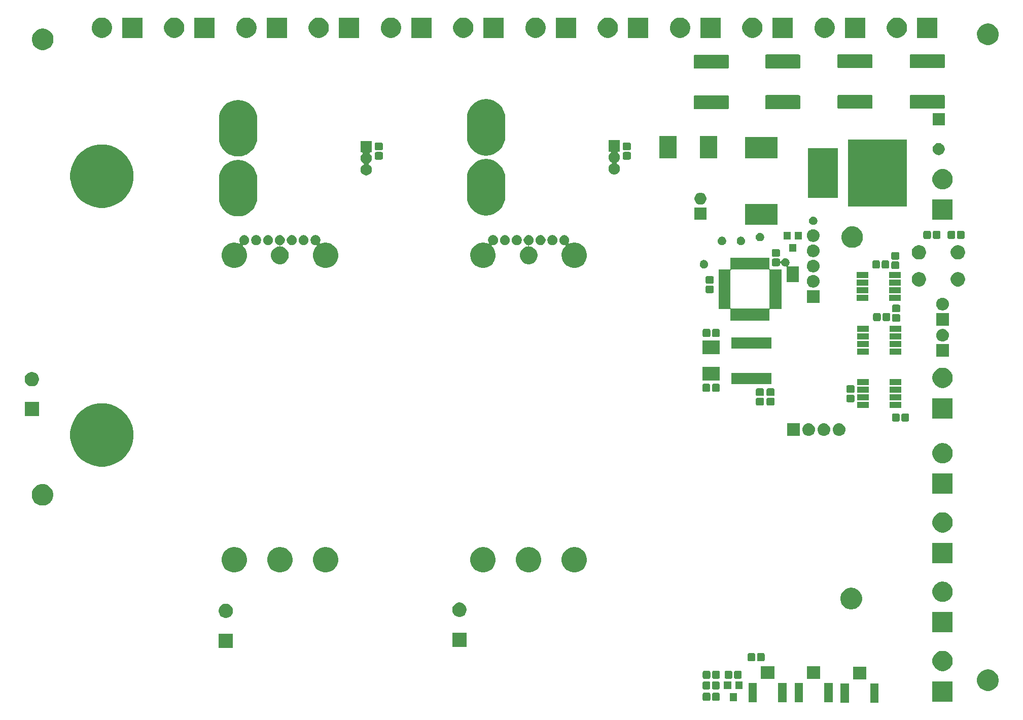
<source format=gbr>
G04 #@! TF.GenerationSoftware,KiCad,Pcbnew,(5.0.1)-3*
G04 #@! TF.CreationDate,2018-11-05T16:43:38-06:00*
G04 #@! TF.ProjectId,power_board,706F7765725F626F6172642E6B696361,rev?*
G04 #@! TF.SameCoordinates,Original*
G04 #@! TF.FileFunction,Soldermask,Top*
G04 #@! TF.FilePolarity,Negative*
%FSLAX46Y46*%
G04 Gerber Fmt 4.6, Leading zero omitted, Abs format (unit mm)*
G04 Created by KiCad (PCBNEW (5.0.1)-3) date 11/5/2018 4:43:38 PM*
%MOMM*%
%LPD*%
G01*
G04 APERTURE LIST*
%ADD10C,0.100000*%
G04 APERTURE END LIST*
D10*
G36*
X210947000Y-148796000D02*
X209547000Y-148796000D01*
X209547000Y-145596000D01*
X210947000Y-145596000D01*
X210947000Y-148796000D01*
X210947000Y-148796000D01*
G37*
G36*
X205997000Y-148796000D02*
X204597000Y-148796000D01*
X204597000Y-145596000D01*
X205997000Y-145596000D01*
X205997000Y-148796000D01*
X205997000Y-148796000D01*
G37*
G36*
X203262000Y-148745080D02*
X201862000Y-148745080D01*
X201862000Y-145545080D01*
X203262000Y-145545080D01*
X203262000Y-148745080D01*
X203262000Y-148745080D01*
G37*
G36*
X190626920Y-148745080D02*
X189226920Y-148745080D01*
X189226920Y-145545080D01*
X190626920Y-145545080D01*
X190626920Y-148745080D01*
X190626920Y-148745080D01*
G37*
G36*
X195576920Y-148745080D02*
X194176920Y-148745080D01*
X194176920Y-145545080D01*
X195576920Y-145545080D01*
X195576920Y-148745080D01*
X195576920Y-148745080D01*
G37*
G36*
X198312000Y-148745080D02*
X196912000Y-148745080D01*
X196912000Y-145545080D01*
X198312000Y-145545080D01*
X198312000Y-148745080D01*
X198312000Y-148745080D01*
G37*
G36*
X223315000Y-148639000D02*
X219915000Y-148639000D01*
X219915000Y-145239000D01*
X223315000Y-145239000D01*
X223315000Y-148639000D01*
X223315000Y-148639000D01*
G37*
G36*
X187286920Y-148554080D02*
X186086920Y-148554080D01*
X186086920Y-147254080D01*
X187286920Y-147254080D01*
X187286920Y-148554080D01*
X187286920Y-148554080D01*
G37*
G36*
X184225622Y-147158517D02*
X184273585Y-147173066D01*
X184317775Y-147196686D01*
X184356518Y-147228482D01*
X184388314Y-147267225D01*
X184411934Y-147311415D01*
X184426483Y-147359378D01*
X184432000Y-147415391D01*
X184432000Y-148240609D01*
X184426483Y-148296622D01*
X184411934Y-148344585D01*
X184388314Y-148388775D01*
X184356518Y-148427518D01*
X184317775Y-148459314D01*
X184273585Y-148482934D01*
X184225622Y-148497483D01*
X184169609Y-148503000D01*
X183419391Y-148503000D01*
X183363378Y-148497483D01*
X183315415Y-148482934D01*
X183271225Y-148459314D01*
X183232482Y-148427518D01*
X183200686Y-148388775D01*
X183177066Y-148344585D01*
X183162517Y-148296622D01*
X183157000Y-148240609D01*
X183157000Y-147415391D01*
X183162517Y-147359378D01*
X183177066Y-147311415D01*
X183200686Y-147267225D01*
X183232482Y-147228482D01*
X183271225Y-147196686D01*
X183315415Y-147173066D01*
X183363378Y-147158517D01*
X183419391Y-147153000D01*
X184169609Y-147153000D01*
X184225622Y-147158517D01*
X184225622Y-147158517D01*
G37*
G36*
X182650622Y-147158517D02*
X182698585Y-147173066D01*
X182742775Y-147196686D01*
X182781518Y-147228482D01*
X182813314Y-147267225D01*
X182836934Y-147311415D01*
X182851483Y-147359378D01*
X182857000Y-147415391D01*
X182857000Y-148240609D01*
X182851483Y-148296622D01*
X182836934Y-148344585D01*
X182813314Y-148388775D01*
X182781518Y-148427518D01*
X182742775Y-148459314D01*
X182698585Y-148482934D01*
X182650622Y-148497483D01*
X182594609Y-148503000D01*
X181844391Y-148503000D01*
X181788378Y-148497483D01*
X181740415Y-148482934D01*
X181696225Y-148459314D01*
X181657482Y-148427518D01*
X181625686Y-148388775D01*
X181602066Y-148344585D01*
X181587517Y-148296622D01*
X181582000Y-148240609D01*
X181582000Y-147415391D01*
X181587517Y-147359378D01*
X181602066Y-147311415D01*
X181625686Y-147267225D01*
X181657482Y-147228482D01*
X181696225Y-147196686D01*
X181740415Y-147173066D01*
X181788378Y-147158517D01*
X181844391Y-147153000D01*
X182594609Y-147153000D01*
X182650622Y-147158517D01*
X182650622Y-147158517D01*
G37*
G36*
X229593322Y-143305515D02*
X229709241Y-143328573D01*
X230036820Y-143464261D01*
X230327711Y-143658628D01*
X230331636Y-143661251D01*
X230582349Y-143911964D01*
X230582351Y-143911967D01*
X230779339Y-144206780D01*
X230915027Y-144534359D01*
X230930793Y-144613622D01*
X230984200Y-144882114D01*
X230984200Y-145236686D01*
X230915027Y-145584440D01*
X230779340Y-145912018D01*
X230582349Y-146206836D01*
X230331636Y-146457549D01*
X230331633Y-146457551D01*
X230036820Y-146654539D01*
X229709241Y-146790227D01*
X229593322Y-146813285D01*
X229361486Y-146859400D01*
X229006914Y-146859400D01*
X228775078Y-146813285D01*
X228659159Y-146790227D01*
X228331580Y-146654539D01*
X228036767Y-146457551D01*
X228036764Y-146457549D01*
X227786051Y-146206836D01*
X227589060Y-145912018D01*
X227453373Y-145584440D01*
X227384200Y-145236686D01*
X227384200Y-144882114D01*
X227437607Y-144613622D01*
X227453373Y-144534359D01*
X227589061Y-144206780D01*
X227786049Y-143911967D01*
X227786051Y-143911964D01*
X228036764Y-143661251D01*
X228040689Y-143658628D01*
X228331580Y-143464261D01*
X228659159Y-143328573D01*
X228775078Y-143305515D01*
X229006914Y-143259400D01*
X229361486Y-143259400D01*
X229593322Y-143305515D01*
X229593322Y-143305515D01*
G37*
G36*
X182625122Y-145253517D02*
X182673085Y-145268066D01*
X182717275Y-145291686D01*
X182756018Y-145323482D01*
X182787814Y-145362225D01*
X182811434Y-145406415D01*
X182825983Y-145454378D01*
X182831500Y-145510391D01*
X182831500Y-146335609D01*
X182825983Y-146391622D01*
X182811434Y-146439585D01*
X182787814Y-146483775D01*
X182756018Y-146522518D01*
X182717275Y-146554314D01*
X182673085Y-146577934D01*
X182625122Y-146592483D01*
X182569109Y-146598000D01*
X181818891Y-146598000D01*
X181762878Y-146592483D01*
X181714915Y-146577934D01*
X181670725Y-146554314D01*
X181631982Y-146522518D01*
X181600186Y-146483775D01*
X181576566Y-146439585D01*
X181562017Y-146391622D01*
X181556500Y-146335609D01*
X181556500Y-145510391D01*
X181562017Y-145454378D01*
X181576566Y-145406415D01*
X181600186Y-145362225D01*
X181631982Y-145323482D01*
X181670725Y-145291686D01*
X181714915Y-145268066D01*
X181762878Y-145253517D01*
X181818891Y-145248000D01*
X182569109Y-145248000D01*
X182625122Y-145253517D01*
X182625122Y-145253517D01*
G37*
G36*
X184200122Y-145253517D02*
X184248085Y-145268066D01*
X184292275Y-145291686D01*
X184331018Y-145323482D01*
X184362814Y-145362225D01*
X184386434Y-145406415D01*
X184400983Y-145454378D01*
X184406500Y-145510391D01*
X184406500Y-146335609D01*
X184400983Y-146391622D01*
X184386434Y-146439585D01*
X184362814Y-146483775D01*
X184331018Y-146522518D01*
X184292275Y-146554314D01*
X184248085Y-146577934D01*
X184200122Y-146592483D01*
X184144109Y-146598000D01*
X183393891Y-146598000D01*
X183337878Y-146592483D01*
X183289915Y-146577934D01*
X183245725Y-146554314D01*
X183206982Y-146522518D01*
X183175186Y-146483775D01*
X183151566Y-146439585D01*
X183137017Y-146391622D01*
X183131500Y-146335609D01*
X183131500Y-145510391D01*
X183137017Y-145454378D01*
X183151566Y-145406415D01*
X183175186Y-145362225D01*
X183206982Y-145323482D01*
X183245725Y-145291686D01*
X183289915Y-145268066D01*
X183337878Y-145253517D01*
X183393891Y-145248000D01*
X184144109Y-145248000D01*
X184200122Y-145253517D01*
X184200122Y-145253517D01*
G37*
G36*
X186336920Y-146554080D02*
X185136920Y-146554080D01*
X185136920Y-145254080D01*
X186336920Y-145254080D01*
X186336920Y-146554080D01*
X186336920Y-146554080D01*
G37*
G36*
X188236920Y-146554080D02*
X187036920Y-146554080D01*
X187036920Y-145254080D01*
X188236920Y-145254080D01*
X188236920Y-146554080D01*
X188236920Y-146554080D01*
G37*
G36*
X208897000Y-144896000D02*
X206647000Y-144896000D01*
X206647000Y-142796000D01*
X208897000Y-142796000D01*
X208897000Y-144896000D01*
X208897000Y-144896000D01*
G37*
G36*
X201212000Y-144845080D02*
X198962000Y-144845080D01*
X198962000Y-142745080D01*
X201212000Y-142745080D01*
X201212000Y-144845080D01*
X201212000Y-144845080D01*
G37*
G36*
X193526920Y-144845080D02*
X191276920Y-144845080D01*
X191276920Y-142745080D01*
X193526920Y-142745080D01*
X193526920Y-144845080D01*
X193526920Y-144845080D01*
G37*
G36*
X182650622Y-143475517D02*
X182698585Y-143490066D01*
X182742775Y-143513686D01*
X182781518Y-143545482D01*
X182813314Y-143584225D01*
X182836934Y-143628415D01*
X182851483Y-143676378D01*
X182857000Y-143732391D01*
X182857000Y-144557609D01*
X182851483Y-144613622D01*
X182836934Y-144661585D01*
X182813314Y-144705775D01*
X182781518Y-144744518D01*
X182742775Y-144776314D01*
X182698585Y-144799934D01*
X182650622Y-144814483D01*
X182594609Y-144820000D01*
X181844391Y-144820000D01*
X181788378Y-144814483D01*
X181740415Y-144799934D01*
X181696225Y-144776314D01*
X181657482Y-144744518D01*
X181625686Y-144705775D01*
X181602066Y-144661585D01*
X181587517Y-144613622D01*
X181582000Y-144557609D01*
X181582000Y-143732391D01*
X181587517Y-143676378D01*
X181602066Y-143628415D01*
X181625686Y-143584225D01*
X181657482Y-143545482D01*
X181696225Y-143513686D01*
X181740415Y-143490066D01*
X181788378Y-143475517D01*
X181844391Y-143470000D01*
X182594609Y-143470000D01*
X182650622Y-143475517D01*
X182650622Y-143475517D01*
G37*
G36*
X187883122Y-143475517D02*
X187931085Y-143490066D01*
X187975275Y-143513686D01*
X188014018Y-143545482D01*
X188045814Y-143584225D01*
X188069434Y-143628415D01*
X188083983Y-143676378D01*
X188089500Y-143732391D01*
X188089500Y-144557609D01*
X188083983Y-144613622D01*
X188069434Y-144661585D01*
X188045814Y-144705775D01*
X188014018Y-144744518D01*
X187975275Y-144776314D01*
X187931085Y-144799934D01*
X187883122Y-144814483D01*
X187827109Y-144820000D01*
X187076891Y-144820000D01*
X187020878Y-144814483D01*
X186972915Y-144799934D01*
X186928725Y-144776314D01*
X186889982Y-144744518D01*
X186858186Y-144705775D01*
X186834566Y-144661585D01*
X186820017Y-144613622D01*
X186814500Y-144557609D01*
X186814500Y-143732391D01*
X186820017Y-143676378D01*
X186834566Y-143628415D01*
X186858186Y-143584225D01*
X186889982Y-143545482D01*
X186928725Y-143513686D01*
X186972915Y-143490066D01*
X187020878Y-143475517D01*
X187076891Y-143470000D01*
X187827109Y-143470000D01*
X187883122Y-143475517D01*
X187883122Y-143475517D01*
G37*
G36*
X186308122Y-143475517D02*
X186356085Y-143490066D01*
X186400275Y-143513686D01*
X186439018Y-143545482D01*
X186470814Y-143584225D01*
X186494434Y-143628415D01*
X186508983Y-143676378D01*
X186514500Y-143732391D01*
X186514500Y-144557609D01*
X186508983Y-144613622D01*
X186494434Y-144661585D01*
X186470814Y-144705775D01*
X186439018Y-144744518D01*
X186400275Y-144776314D01*
X186356085Y-144799934D01*
X186308122Y-144814483D01*
X186252109Y-144820000D01*
X185501891Y-144820000D01*
X185445878Y-144814483D01*
X185397915Y-144799934D01*
X185353725Y-144776314D01*
X185314982Y-144744518D01*
X185283186Y-144705775D01*
X185259566Y-144661585D01*
X185245017Y-144613622D01*
X185239500Y-144557609D01*
X185239500Y-143732391D01*
X185245017Y-143676378D01*
X185259566Y-143628415D01*
X185283186Y-143584225D01*
X185314982Y-143545482D01*
X185353725Y-143513686D01*
X185397915Y-143490066D01*
X185445878Y-143475517D01*
X185501891Y-143470000D01*
X186252109Y-143470000D01*
X186308122Y-143475517D01*
X186308122Y-143475517D01*
G37*
G36*
X184225622Y-143475517D02*
X184273585Y-143490066D01*
X184317775Y-143513686D01*
X184356518Y-143545482D01*
X184388314Y-143584225D01*
X184411934Y-143628415D01*
X184426483Y-143676378D01*
X184432000Y-143732391D01*
X184432000Y-144557609D01*
X184426483Y-144613622D01*
X184411934Y-144661585D01*
X184388314Y-144705775D01*
X184356518Y-144744518D01*
X184317775Y-144776314D01*
X184273585Y-144799934D01*
X184225622Y-144814483D01*
X184169609Y-144820000D01*
X183419391Y-144820000D01*
X183363378Y-144814483D01*
X183315415Y-144799934D01*
X183271225Y-144776314D01*
X183232482Y-144744518D01*
X183200686Y-144705775D01*
X183177066Y-144661585D01*
X183162517Y-144613622D01*
X183157000Y-144557609D01*
X183157000Y-143732391D01*
X183162517Y-143676378D01*
X183177066Y-143628415D01*
X183200686Y-143584225D01*
X183232482Y-143545482D01*
X183271225Y-143513686D01*
X183315415Y-143490066D01*
X183363378Y-143475517D01*
X183419391Y-143470000D01*
X184169609Y-143470000D01*
X184225622Y-143475517D01*
X184225622Y-143475517D01*
G37*
G36*
X222001393Y-140202553D02*
X222110872Y-140224330D01*
X222420252Y-140352479D01*
X222698687Y-140538523D01*
X222935477Y-140775313D01*
X223121521Y-141053748D01*
X223249670Y-141363128D01*
X223249670Y-141363129D01*
X223305228Y-141642435D01*
X223315000Y-141691565D01*
X223315000Y-142026435D01*
X223249670Y-142354872D01*
X223121521Y-142664252D01*
X222935477Y-142942687D01*
X222698687Y-143179477D01*
X222420252Y-143365521D01*
X222110872Y-143493670D01*
X222010244Y-143513686D01*
X221782437Y-143559000D01*
X221447563Y-143559000D01*
X221219756Y-143513686D01*
X221119128Y-143493670D01*
X220809748Y-143365521D01*
X220531313Y-143179477D01*
X220294523Y-142942687D01*
X220108479Y-142664252D01*
X219980330Y-142354872D01*
X219915000Y-142026435D01*
X219915000Y-141691565D01*
X219924773Y-141642435D01*
X219980330Y-141363129D01*
X219980330Y-141363128D01*
X220108479Y-141053748D01*
X220294523Y-140775313D01*
X220531313Y-140538523D01*
X220809748Y-140352479D01*
X221119128Y-140224330D01*
X221228607Y-140202553D01*
X221447563Y-140159000D01*
X221782437Y-140159000D01*
X222001393Y-140202553D01*
X222001393Y-140202553D01*
G37*
G36*
X190143622Y-140554517D02*
X190191585Y-140569066D01*
X190235775Y-140592686D01*
X190274518Y-140624482D01*
X190306314Y-140663225D01*
X190329934Y-140707415D01*
X190344483Y-140755378D01*
X190350000Y-140811391D01*
X190350000Y-141636609D01*
X190344483Y-141692622D01*
X190329934Y-141740585D01*
X190306314Y-141784775D01*
X190274518Y-141823518D01*
X190235775Y-141855314D01*
X190191585Y-141878934D01*
X190143622Y-141893483D01*
X190087609Y-141899000D01*
X189337391Y-141899000D01*
X189281378Y-141893483D01*
X189233415Y-141878934D01*
X189189225Y-141855314D01*
X189150482Y-141823518D01*
X189118686Y-141784775D01*
X189095066Y-141740585D01*
X189080517Y-141692622D01*
X189075000Y-141636609D01*
X189075000Y-140811391D01*
X189080517Y-140755378D01*
X189095066Y-140707415D01*
X189118686Y-140663225D01*
X189150482Y-140624482D01*
X189189225Y-140592686D01*
X189233415Y-140569066D01*
X189281378Y-140554517D01*
X189337391Y-140549000D01*
X190087609Y-140549000D01*
X190143622Y-140554517D01*
X190143622Y-140554517D01*
G37*
G36*
X191718622Y-140554517D02*
X191766585Y-140569066D01*
X191810775Y-140592686D01*
X191849518Y-140624482D01*
X191881314Y-140663225D01*
X191904934Y-140707415D01*
X191919483Y-140755378D01*
X191925000Y-140811391D01*
X191925000Y-141636609D01*
X191919483Y-141692622D01*
X191904934Y-141740585D01*
X191881314Y-141784775D01*
X191849518Y-141823518D01*
X191810775Y-141855314D01*
X191766585Y-141878934D01*
X191718622Y-141893483D01*
X191662609Y-141899000D01*
X190912391Y-141899000D01*
X190856378Y-141893483D01*
X190808415Y-141878934D01*
X190764225Y-141855314D01*
X190725482Y-141823518D01*
X190693686Y-141784775D01*
X190670066Y-141740585D01*
X190655517Y-141692622D01*
X190650000Y-141636609D01*
X190650000Y-140811391D01*
X190655517Y-140755378D01*
X190670066Y-140707415D01*
X190693686Y-140663225D01*
X190725482Y-140624482D01*
X190764225Y-140592686D01*
X190808415Y-140569066D01*
X190856378Y-140554517D01*
X190912391Y-140549000D01*
X191662609Y-140549000D01*
X191718622Y-140554517D01*
X191718622Y-140554517D01*
G37*
G36*
X103181000Y-139677000D02*
X100781000Y-139677000D01*
X100781000Y-137277000D01*
X103181000Y-137277000D01*
X103181000Y-139677000D01*
X103181000Y-139677000D01*
G37*
G36*
X142170000Y-139503000D02*
X139770000Y-139503000D01*
X139770000Y-137103000D01*
X142170000Y-137103000D01*
X142170000Y-139503000D01*
X142170000Y-139503000D01*
G37*
G36*
X223315000Y-137082000D02*
X219915000Y-137082000D01*
X219915000Y-133682000D01*
X223315000Y-133682000D01*
X223315000Y-137082000D01*
X223315000Y-137082000D01*
G37*
G36*
X102331026Y-132323115D02*
X102549412Y-132413573D01*
X102745958Y-132544901D01*
X102913099Y-132712042D01*
X103044427Y-132908588D01*
X103134885Y-133126974D01*
X103181000Y-133358809D01*
X103181000Y-133595191D01*
X103134885Y-133827026D01*
X103044427Y-134045412D01*
X102913099Y-134241958D01*
X102745958Y-134409099D01*
X102549412Y-134540427D01*
X102331026Y-134630885D01*
X102099191Y-134677000D01*
X101862809Y-134677000D01*
X101630974Y-134630885D01*
X101412588Y-134540427D01*
X101216042Y-134409099D01*
X101048901Y-134241958D01*
X100917573Y-134045412D01*
X100827115Y-133827026D01*
X100781000Y-133595191D01*
X100781000Y-133358809D01*
X100827115Y-133126974D01*
X100917573Y-132908588D01*
X101048901Y-132712042D01*
X101216042Y-132544901D01*
X101412588Y-132413573D01*
X101630974Y-132323115D01*
X101862809Y-132277000D01*
X102099191Y-132277000D01*
X102331026Y-132323115D01*
X102331026Y-132323115D01*
G37*
G36*
X141320026Y-132149115D02*
X141538412Y-132239573D01*
X141734958Y-132370901D01*
X141902099Y-132538042D01*
X142033427Y-132734588D01*
X142123885Y-132952974D01*
X142170000Y-133184809D01*
X142170000Y-133421191D01*
X142123885Y-133653026D01*
X142033427Y-133871412D01*
X141902099Y-134067958D01*
X141734958Y-134235099D01*
X141538412Y-134366427D01*
X141320026Y-134456885D01*
X141088191Y-134503000D01*
X140851809Y-134503000D01*
X140619974Y-134456885D01*
X140401588Y-134366427D01*
X140205042Y-134235099D01*
X140037901Y-134067958D01*
X139906573Y-133871412D01*
X139816115Y-133653026D01*
X139770000Y-133421191D01*
X139770000Y-133184809D01*
X139816115Y-132952974D01*
X139906573Y-132734588D01*
X140037901Y-132538042D01*
X140205042Y-132370901D01*
X140401588Y-132239573D01*
X140619974Y-132149115D01*
X140851809Y-132103000D01*
X141088191Y-132103000D01*
X141320026Y-132149115D01*
X141320026Y-132149115D01*
G37*
G36*
X206784122Y-129691115D02*
X206900041Y-129714173D01*
X207227620Y-129849861D01*
X207518511Y-130044228D01*
X207522436Y-130046851D01*
X207773149Y-130297564D01*
X207773151Y-130297567D01*
X207887990Y-130469435D01*
X207970140Y-130592382D01*
X208105827Y-130919960D01*
X208175000Y-131267714D01*
X208175000Y-131622286D01*
X208174962Y-131622477D01*
X208105827Y-131970041D01*
X208009881Y-132201674D01*
X207994183Y-132239574D01*
X207970139Y-132297620D01*
X207892661Y-132413574D01*
X207773149Y-132592436D01*
X207522436Y-132843149D01*
X207522433Y-132843151D01*
X207227620Y-133040139D01*
X206900041Y-133175827D01*
X206854885Y-133184809D01*
X206552286Y-133245000D01*
X206197714Y-133245000D01*
X205895115Y-133184809D01*
X205849959Y-133175827D01*
X205522380Y-133040139D01*
X205227567Y-132843151D01*
X205227564Y-132843149D01*
X204976851Y-132592436D01*
X204857339Y-132413574D01*
X204779861Y-132297620D01*
X204755818Y-132239574D01*
X204740119Y-132201674D01*
X204644173Y-131970041D01*
X204575038Y-131622477D01*
X204575000Y-131622286D01*
X204575000Y-131267714D01*
X204644173Y-130919960D01*
X204779860Y-130592382D01*
X204862011Y-130469435D01*
X204976849Y-130297567D01*
X204976851Y-130297564D01*
X205227564Y-130046851D01*
X205231489Y-130044228D01*
X205522380Y-129849861D01*
X205849959Y-129714173D01*
X205965878Y-129691115D01*
X206197714Y-129645000D01*
X206552286Y-129645000D01*
X206784122Y-129691115D01*
X206784122Y-129691115D01*
G37*
G36*
X222001393Y-128645553D02*
X222110872Y-128667330D01*
X222420252Y-128795479D01*
X222698687Y-128981523D01*
X222935477Y-129218313D01*
X223121521Y-129496748D01*
X223211581Y-129714173D01*
X223249670Y-129806129D01*
X223315000Y-130134563D01*
X223315000Y-130469437D01*
X223271447Y-130688393D01*
X223249670Y-130797872D01*
X223121521Y-131107252D01*
X222935477Y-131385687D01*
X222698687Y-131622477D01*
X222420252Y-131808521D01*
X222110872Y-131936670D01*
X222001393Y-131958447D01*
X221782437Y-132002000D01*
X221447563Y-132002000D01*
X221228607Y-131958447D01*
X221119128Y-131936670D01*
X220809748Y-131808521D01*
X220531313Y-131622477D01*
X220294523Y-131385687D01*
X220108479Y-131107252D01*
X219980330Y-130797872D01*
X219958553Y-130688393D01*
X219915000Y-130469437D01*
X219915000Y-130134563D01*
X219980330Y-129806129D01*
X220018419Y-129714173D01*
X220108479Y-129496748D01*
X220294523Y-129218313D01*
X220531313Y-128981523D01*
X220809748Y-128795479D01*
X221119128Y-128667330D01*
X221228607Y-128645553D01*
X221447563Y-128602000D01*
X221782437Y-128602000D01*
X222001393Y-128645553D01*
X222001393Y-128645553D01*
G37*
G36*
X160625445Y-122916929D02*
X160761006Y-122943894D01*
X161144091Y-123102573D01*
X161486536Y-123331388D01*
X161488862Y-123332942D01*
X161782058Y-123626138D01*
X161782060Y-123626141D01*
X162012427Y-123970909D01*
X162171106Y-124353994D01*
X162252000Y-124760676D01*
X162252000Y-125175324D01*
X162171106Y-125582006D01*
X162012427Y-125965091D01*
X161783612Y-126307536D01*
X161782058Y-126309862D01*
X161488862Y-126603058D01*
X161488859Y-126603060D01*
X161144091Y-126833427D01*
X160761006Y-126992106D01*
X160625445Y-127019071D01*
X160354326Y-127073000D01*
X159939674Y-127073000D01*
X159668555Y-127019071D01*
X159532994Y-126992106D01*
X159149909Y-126833427D01*
X158805141Y-126603060D01*
X158805138Y-126603058D01*
X158511942Y-126309862D01*
X158510388Y-126307536D01*
X158281573Y-125965091D01*
X158122894Y-125582006D01*
X158042000Y-125175324D01*
X158042000Y-124760676D01*
X158122894Y-124353994D01*
X158281573Y-123970909D01*
X158511940Y-123626141D01*
X158511942Y-123626138D01*
X158805138Y-123332942D01*
X158807464Y-123331388D01*
X159149909Y-123102573D01*
X159532994Y-122943894D01*
X159668555Y-122916929D01*
X159939674Y-122863000D01*
X160354326Y-122863000D01*
X160625445Y-122916929D01*
X160625445Y-122916929D01*
G37*
G36*
X153005445Y-122916929D02*
X153141006Y-122943894D01*
X153524091Y-123102573D01*
X153866536Y-123331388D01*
X153868862Y-123332942D01*
X154162058Y-123626138D01*
X154162060Y-123626141D01*
X154392427Y-123970909D01*
X154551106Y-124353994D01*
X154632000Y-124760676D01*
X154632000Y-125175324D01*
X154551106Y-125582006D01*
X154392427Y-125965091D01*
X154163612Y-126307536D01*
X154162058Y-126309862D01*
X153868862Y-126603058D01*
X153868859Y-126603060D01*
X153524091Y-126833427D01*
X153141006Y-126992106D01*
X153005445Y-127019071D01*
X152734326Y-127073000D01*
X152319674Y-127073000D01*
X152048555Y-127019071D01*
X151912994Y-126992106D01*
X151529909Y-126833427D01*
X151185141Y-126603060D01*
X151185138Y-126603058D01*
X150891942Y-126309862D01*
X150890388Y-126307536D01*
X150661573Y-125965091D01*
X150502894Y-125582006D01*
X150422000Y-125175324D01*
X150422000Y-124760676D01*
X150502894Y-124353994D01*
X150661573Y-123970909D01*
X150891940Y-123626141D01*
X150891942Y-123626138D01*
X151185138Y-123332942D01*
X151187464Y-123331388D01*
X151529909Y-123102573D01*
X151912994Y-122943894D01*
X152048555Y-122916929D01*
X152319674Y-122863000D01*
X152734326Y-122863000D01*
X153005445Y-122916929D01*
X153005445Y-122916929D01*
G37*
G36*
X103856445Y-122916929D02*
X103992006Y-122943894D01*
X104375091Y-123102573D01*
X104717536Y-123331388D01*
X104719862Y-123332942D01*
X105013058Y-123626138D01*
X105013060Y-123626141D01*
X105243427Y-123970909D01*
X105402106Y-124353994D01*
X105483000Y-124760676D01*
X105483000Y-125175324D01*
X105402106Y-125582006D01*
X105243427Y-125965091D01*
X105014612Y-126307536D01*
X105013058Y-126309862D01*
X104719862Y-126603058D01*
X104719859Y-126603060D01*
X104375091Y-126833427D01*
X103992006Y-126992106D01*
X103856445Y-127019071D01*
X103585326Y-127073000D01*
X103170674Y-127073000D01*
X102899555Y-127019071D01*
X102763994Y-126992106D01*
X102380909Y-126833427D01*
X102036141Y-126603060D01*
X102036138Y-126603058D01*
X101742942Y-126309862D01*
X101741388Y-126307536D01*
X101512573Y-125965091D01*
X101353894Y-125582006D01*
X101273000Y-125175324D01*
X101273000Y-124760676D01*
X101353894Y-124353994D01*
X101512573Y-123970909D01*
X101742940Y-123626141D01*
X101742942Y-123626138D01*
X102036138Y-123332942D01*
X102038464Y-123331388D01*
X102380909Y-123102573D01*
X102763994Y-122943894D01*
X102899555Y-122916929D01*
X103170674Y-122863000D01*
X103585326Y-122863000D01*
X103856445Y-122916929D01*
X103856445Y-122916929D01*
G37*
G36*
X111476445Y-122916929D02*
X111612006Y-122943894D01*
X111995091Y-123102573D01*
X112337536Y-123331388D01*
X112339862Y-123332942D01*
X112633058Y-123626138D01*
X112633060Y-123626141D01*
X112863427Y-123970909D01*
X113022106Y-124353994D01*
X113103000Y-124760676D01*
X113103000Y-125175324D01*
X113022106Y-125582006D01*
X112863427Y-125965091D01*
X112634612Y-126307536D01*
X112633058Y-126309862D01*
X112339862Y-126603058D01*
X112339859Y-126603060D01*
X111995091Y-126833427D01*
X111612006Y-126992106D01*
X111476445Y-127019071D01*
X111205326Y-127073000D01*
X110790674Y-127073000D01*
X110519555Y-127019071D01*
X110383994Y-126992106D01*
X110000909Y-126833427D01*
X109656141Y-126603060D01*
X109656138Y-126603058D01*
X109362942Y-126309862D01*
X109361388Y-126307536D01*
X109132573Y-125965091D01*
X108973894Y-125582006D01*
X108893000Y-125175324D01*
X108893000Y-124760676D01*
X108973894Y-124353994D01*
X109132573Y-123970909D01*
X109362940Y-123626141D01*
X109362942Y-123626138D01*
X109656138Y-123332942D01*
X109658464Y-123331388D01*
X110000909Y-123102573D01*
X110383994Y-122943894D01*
X110519555Y-122916929D01*
X110790674Y-122863000D01*
X111205326Y-122863000D01*
X111476445Y-122916929D01*
X111476445Y-122916929D01*
G37*
G36*
X119096445Y-122916929D02*
X119232006Y-122943894D01*
X119615091Y-123102573D01*
X119957536Y-123331388D01*
X119959862Y-123332942D01*
X120253058Y-123626138D01*
X120253060Y-123626141D01*
X120483427Y-123970909D01*
X120642106Y-124353994D01*
X120723000Y-124760676D01*
X120723000Y-125175324D01*
X120642106Y-125582006D01*
X120483427Y-125965091D01*
X120254612Y-126307536D01*
X120253058Y-126309862D01*
X119959862Y-126603058D01*
X119959859Y-126603060D01*
X119615091Y-126833427D01*
X119232006Y-126992106D01*
X119096445Y-127019071D01*
X118825326Y-127073000D01*
X118410674Y-127073000D01*
X118139555Y-127019071D01*
X118003994Y-126992106D01*
X117620909Y-126833427D01*
X117276141Y-126603060D01*
X117276138Y-126603058D01*
X116982942Y-126309862D01*
X116981388Y-126307536D01*
X116752573Y-125965091D01*
X116593894Y-125582006D01*
X116513000Y-125175324D01*
X116513000Y-124760676D01*
X116593894Y-124353994D01*
X116752573Y-123970909D01*
X116982940Y-123626141D01*
X116982942Y-123626138D01*
X117276138Y-123332942D01*
X117278464Y-123331388D01*
X117620909Y-123102573D01*
X118003994Y-122943894D01*
X118139555Y-122916929D01*
X118410674Y-122863000D01*
X118825326Y-122863000D01*
X119096445Y-122916929D01*
X119096445Y-122916929D01*
G37*
G36*
X145385445Y-122916929D02*
X145521006Y-122943894D01*
X145904091Y-123102573D01*
X146246536Y-123331388D01*
X146248862Y-123332942D01*
X146542058Y-123626138D01*
X146542060Y-123626141D01*
X146772427Y-123970909D01*
X146931106Y-124353994D01*
X147012000Y-124760676D01*
X147012000Y-125175324D01*
X146931106Y-125582006D01*
X146772427Y-125965091D01*
X146543612Y-126307536D01*
X146542058Y-126309862D01*
X146248862Y-126603058D01*
X146248859Y-126603060D01*
X145904091Y-126833427D01*
X145521006Y-126992106D01*
X145385445Y-127019071D01*
X145114326Y-127073000D01*
X144699674Y-127073000D01*
X144428555Y-127019071D01*
X144292994Y-126992106D01*
X143909909Y-126833427D01*
X143565141Y-126603060D01*
X143565138Y-126603058D01*
X143271942Y-126309862D01*
X143270388Y-126307536D01*
X143041573Y-125965091D01*
X142882894Y-125582006D01*
X142802000Y-125175324D01*
X142802000Y-124760676D01*
X142882894Y-124353994D01*
X143041573Y-123970909D01*
X143271940Y-123626141D01*
X143271942Y-123626138D01*
X143565138Y-123332942D01*
X143567464Y-123331388D01*
X143909909Y-123102573D01*
X144292994Y-122943894D01*
X144428555Y-122916929D01*
X144699674Y-122863000D01*
X145114326Y-122863000D01*
X145385445Y-122916929D01*
X145385445Y-122916929D01*
G37*
G36*
X223315000Y-125525000D02*
X219915000Y-125525000D01*
X219915000Y-122125000D01*
X223315000Y-122125000D01*
X223315000Y-125525000D01*
X223315000Y-125525000D01*
G37*
G36*
X222001393Y-117088553D02*
X222110872Y-117110330D01*
X222420252Y-117238479D01*
X222698687Y-117424523D01*
X222935477Y-117661313D01*
X223121521Y-117939748D01*
X223249670Y-118249128D01*
X223315000Y-118577565D01*
X223315000Y-118912435D01*
X223249670Y-119240872D01*
X223121521Y-119550252D01*
X222935477Y-119828687D01*
X222698687Y-120065477D01*
X222420252Y-120251521D01*
X222110872Y-120379670D01*
X222001393Y-120401447D01*
X221782437Y-120445000D01*
X221447563Y-120445000D01*
X221228607Y-120401447D01*
X221119128Y-120379670D01*
X220809748Y-120251521D01*
X220531313Y-120065477D01*
X220294523Y-119828687D01*
X220108479Y-119550252D01*
X219980330Y-119240872D01*
X219915000Y-118912435D01*
X219915000Y-118577565D01*
X219980330Y-118249128D01*
X220108479Y-117939748D01*
X220294523Y-117661313D01*
X220531313Y-117424523D01*
X220809748Y-117238479D01*
X221119128Y-117110330D01*
X221228607Y-117088553D01*
X221447563Y-117045000D01*
X221782437Y-117045000D01*
X222001393Y-117088553D01*
X222001393Y-117088553D01*
G37*
G36*
X71783122Y-112368315D02*
X71899041Y-112391373D01*
X72226620Y-112527061D01*
X72517511Y-112721428D01*
X72521436Y-112724051D01*
X72772149Y-112974764D01*
X72969140Y-113269582D01*
X73104827Y-113597160D01*
X73174000Y-113944914D01*
X73174000Y-114299486D01*
X73104827Y-114647240D01*
X72969140Y-114974818D01*
X72772149Y-115269636D01*
X72521436Y-115520349D01*
X72521433Y-115520351D01*
X72226620Y-115717339D01*
X71899041Y-115853027D01*
X71783122Y-115876085D01*
X71551286Y-115922200D01*
X71196714Y-115922200D01*
X70964878Y-115876085D01*
X70848959Y-115853027D01*
X70521380Y-115717339D01*
X70226567Y-115520351D01*
X70226564Y-115520349D01*
X69975851Y-115269636D01*
X69778860Y-114974818D01*
X69643173Y-114647240D01*
X69574000Y-114299486D01*
X69574000Y-113944914D01*
X69643173Y-113597160D01*
X69778860Y-113269582D01*
X69975851Y-112974764D01*
X70226564Y-112724051D01*
X70230489Y-112721428D01*
X70521380Y-112527061D01*
X70848959Y-112391373D01*
X70964878Y-112368315D01*
X71196714Y-112322200D01*
X71551286Y-112322200D01*
X71783122Y-112368315D01*
X71783122Y-112368315D01*
G37*
G36*
X223315000Y-113968000D02*
X219915000Y-113968000D01*
X219915000Y-110568000D01*
X223315000Y-110568000D01*
X223315000Y-113968000D01*
X223315000Y-113968000D01*
G37*
G36*
X81945195Y-98888874D02*
X82820119Y-99062907D01*
X83781018Y-99460924D01*
X84645804Y-100038756D01*
X85381244Y-100774196D01*
X85959076Y-101638982D01*
X86357093Y-102599881D01*
X86560000Y-103619965D01*
X86560000Y-104660035D01*
X86357093Y-105680119D01*
X85959076Y-106641018D01*
X85381244Y-107505804D01*
X84645804Y-108241244D01*
X83781018Y-108819076D01*
X82820119Y-109217093D01*
X81945195Y-109391126D01*
X81800036Y-109420000D01*
X80759964Y-109420000D01*
X80614805Y-109391126D01*
X79739881Y-109217093D01*
X78778982Y-108819076D01*
X77914196Y-108241244D01*
X77178756Y-107505804D01*
X76600924Y-106641018D01*
X76202907Y-105680119D01*
X76000000Y-104660035D01*
X76000000Y-103619965D01*
X76202907Y-102599881D01*
X76600924Y-101638982D01*
X77178756Y-100774196D01*
X77914196Y-100038756D01*
X78778982Y-99460924D01*
X79739881Y-99062907D01*
X80614805Y-98888874D01*
X80759964Y-98860000D01*
X81800036Y-98860000D01*
X81945195Y-98888874D01*
X81945195Y-98888874D01*
G37*
G36*
X222001393Y-105531553D02*
X222110872Y-105553330D01*
X222420252Y-105681479D01*
X222698687Y-105867523D01*
X222935477Y-106104313D01*
X223121521Y-106382748D01*
X223249670Y-106692128D01*
X223249670Y-106692129D01*
X223315000Y-107020563D01*
X223315000Y-107355437D01*
X223271447Y-107574393D01*
X223249670Y-107683872D01*
X223121521Y-107993252D01*
X222935477Y-108271687D01*
X222698687Y-108508477D01*
X222420252Y-108694521D01*
X222110872Y-108822670D01*
X222001393Y-108844447D01*
X221782437Y-108888000D01*
X221447563Y-108888000D01*
X221228607Y-108844447D01*
X221119128Y-108822670D01*
X220809748Y-108694521D01*
X220531313Y-108508477D01*
X220294523Y-108271687D01*
X220108479Y-107993252D01*
X219980330Y-107683872D01*
X219958553Y-107574393D01*
X219915000Y-107355437D01*
X219915000Y-107020563D01*
X219980330Y-106692129D01*
X219980330Y-106692128D01*
X220108479Y-106382748D01*
X220294523Y-106104313D01*
X220531313Y-105867523D01*
X220809748Y-105681479D01*
X221119128Y-105553330D01*
X221228607Y-105531553D01*
X221447563Y-105488000D01*
X221782437Y-105488000D01*
X222001393Y-105531553D01*
X222001393Y-105531553D01*
G37*
G36*
X204471707Y-102208596D02*
X204548836Y-102216193D01*
X204680787Y-102256220D01*
X204746763Y-102276233D01*
X204929172Y-102373733D01*
X205089054Y-102504946D01*
X205220267Y-102664828D01*
X205317767Y-102847237D01*
X205317767Y-102847238D01*
X205377807Y-103045164D01*
X205398080Y-103251000D01*
X205377807Y-103456836D01*
X205337780Y-103588787D01*
X205317767Y-103654763D01*
X205220267Y-103837172D01*
X205089054Y-103997054D01*
X204929172Y-104128267D01*
X204746763Y-104225767D01*
X204680787Y-104245780D01*
X204548836Y-104285807D01*
X204471707Y-104293403D01*
X204394580Y-104301000D01*
X204291420Y-104301000D01*
X204214293Y-104293404D01*
X204137164Y-104285807D01*
X204005213Y-104245780D01*
X203939237Y-104225767D01*
X203756828Y-104128267D01*
X203596946Y-103997054D01*
X203465733Y-103837172D01*
X203368233Y-103654763D01*
X203348220Y-103588787D01*
X203308193Y-103456836D01*
X203287920Y-103251000D01*
X203308193Y-103045164D01*
X203368233Y-102847238D01*
X203368233Y-102847237D01*
X203465733Y-102664828D01*
X203596946Y-102504946D01*
X203756828Y-102373733D01*
X203939237Y-102276233D01*
X204005213Y-102256220D01*
X204137164Y-102216193D01*
X204214293Y-102208596D01*
X204291420Y-102201000D01*
X204394580Y-102201000D01*
X204471707Y-102208596D01*
X204471707Y-102208596D01*
G37*
G36*
X197773000Y-104301000D02*
X195673000Y-104301000D01*
X195673000Y-102201000D01*
X197773000Y-102201000D01*
X197773000Y-104301000D01*
X197773000Y-104301000D01*
G37*
G36*
X201931707Y-102208596D02*
X202008836Y-102216193D01*
X202140787Y-102256220D01*
X202206763Y-102276233D01*
X202389172Y-102373733D01*
X202549054Y-102504946D01*
X202680267Y-102664828D01*
X202777767Y-102847237D01*
X202777767Y-102847238D01*
X202837807Y-103045164D01*
X202858080Y-103251000D01*
X202837807Y-103456836D01*
X202797780Y-103588787D01*
X202777767Y-103654763D01*
X202680267Y-103837172D01*
X202549054Y-103997054D01*
X202389172Y-104128267D01*
X202206763Y-104225767D01*
X202140787Y-104245780D01*
X202008836Y-104285807D01*
X201931707Y-104293403D01*
X201854580Y-104301000D01*
X201751420Y-104301000D01*
X201674293Y-104293404D01*
X201597164Y-104285807D01*
X201465213Y-104245780D01*
X201399237Y-104225767D01*
X201216828Y-104128267D01*
X201056946Y-103997054D01*
X200925733Y-103837172D01*
X200828233Y-103654763D01*
X200808220Y-103588787D01*
X200768193Y-103456836D01*
X200747920Y-103251000D01*
X200768193Y-103045164D01*
X200828233Y-102847238D01*
X200828233Y-102847237D01*
X200925733Y-102664828D01*
X201056946Y-102504946D01*
X201216828Y-102373733D01*
X201399237Y-102276233D01*
X201465213Y-102256220D01*
X201597164Y-102216193D01*
X201674293Y-102208596D01*
X201751420Y-102201000D01*
X201854580Y-102201000D01*
X201931707Y-102208596D01*
X201931707Y-102208596D01*
G37*
G36*
X199391707Y-102208596D02*
X199468836Y-102216193D01*
X199600787Y-102256220D01*
X199666763Y-102276233D01*
X199849172Y-102373733D01*
X200009054Y-102504946D01*
X200140267Y-102664828D01*
X200237767Y-102847237D01*
X200237767Y-102847238D01*
X200297807Y-103045164D01*
X200318080Y-103251000D01*
X200297807Y-103456836D01*
X200257780Y-103588787D01*
X200237767Y-103654763D01*
X200140267Y-103837172D01*
X200009054Y-103997054D01*
X199849172Y-104128267D01*
X199666763Y-104225767D01*
X199600787Y-104245780D01*
X199468836Y-104285807D01*
X199391707Y-104293403D01*
X199314580Y-104301000D01*
X199211420Y-104301000D01*
X199134293Y-104293404D01*
X199057164Y-104285807D01*
X198925213Y-104245780D01*
X198859237Y-104225767D01*
X198676828Y-104128267D01*
X198516946Y-103997054D01*
X198385733Y-103837172D01*
X198288233Y-103654763D01*
X198268220Y-103588787D01*
X198228193Y-103456836D01*
X198207920Y-103251000D01*
X198228193Y-103045164D01*
X198288233Y-102847238D01*
X198288233Y-102847237D01*
X198385733Y-102664828D01*
X198516946Y-102504946D01*
X198676828Y-102373733D01*
X198859237Y-102276233D01*
X198925213Y-102256220D01*
X199057164Y-102216193D01*
X199134293Y-102208596D01*
X199211420Y-102201000D01*
X199314580Y-102201000D01*
X199391707Y-102208596D01*
X199391707Y-102208596D01*
G37*
G36*
X214248122Y-100549517D02*
X214296085Y-100564066D01*
X214340275Y-100587686D01*
X214379018Y-100619482D01*
X214410814Y-100658225D01*
X214434434Y-100702415D01*
X214448983Y-100750378D01*
X214454500Y-100806391D01*
X214454500Y-101631609D01*
X214448983Y-101687622D01*
X214434434Y-101735585D01*
X214410814Y-101779775D01*
X214379018Y-101818518D01*
X214340275Y-101850314D01*
X214296085Y-101873934D01*
X214248122Y-101888483D01*
X214192109Y-101894000D01*
X213441891Y-101894000D01*
X213385878Y-101888483D01*
X213337915Y-101873934D01*
X213293725Y-101850314D01*
X213254982Y-101818518D01*
X213223186Y-101779775D01*
X213199566Y-101735585D01*
X213185017Y-101687622D01*
X213179500Y-101631609D01*
X213179500Y-100806391D01*
X213185017Y-100750378D01*
X213199566Y-100702415D01*
X213223186Y-100658225D01*
X213254982Y-100619482D01*
X213293725Y-100587686D01*
X213337915Y-100564066D01*
X213385878Y-100549517D01*
X213441891Y-100544000D01*
X214192109Y-100544000D01*
X214248122Y-100549517D01*
X214248122Y-100549517D01*
G37*
G36*
X215823122Y-100549517D02*
X215871085Y-100564066D01*
X215915275Y-100587686D01*
X215954018Y-100619482D01*
X215985814Y-100658225D01*
X216009434Y-100702415D01*
X216023983Y-100750378D01*
X216029500Y-100806391D01*
X216029500Y-101631609D01*
X216023983Y-101687622D01*
X216009434Y-101735585D01*
X215985814Y-101779775D01*
X215954018Y-101818518D01*
X215915275Y-101850314D01*
X215871085Y-101873934D01*
X215823122Y-101888483D01*
X215767109Y-101894000D01*
X215016891Y-101894000D01*
X214960878Y-101888483D01*
X214912915Y-101873934D01*
X214868725Y-101850314D01*
X214829982Y-101818518D01*
X214798186Y-101779775D01*
X214774566Y-101735585D01*
X214760017Y-101687622D01*
X214754500Y-101631609D01*
X214754500Y-100806391D01*
X214760017Y-100750378D01*
X214774566Y-100702415D01*
X214798186Y-100658225D01*
X214829982Y-100619482D01*
X214868725Y-100587686D01*
X214912915Y-100564066D01*
X214960878Y-100549517D01*
X215016891Y-100544000D01*
X215767109Y-100544000D01*
X215823122Y-100549517D01*
X215823122Y-100549517D01*
G37*
G36*
X223315000Y-101395000D02*
X219915000Y-101395000D01*
X219915000Y-97995000D01*
X223315000Y-97995000D01*
X223315000Y-101395000D01*
X223315000Y-101395000D01*
G37*
G36*
X70796000Y-101022000D02*
X68396000Y-101022000D01*
X68396000Y-98622000D01*
X70796000Y-98622000D01*
X70796000Y-101022000D01*
X70796000Y-101022000D01*
G37*
G36*
X214694908Y-99647625D02*
X212744908Y-99647625D01*
X212744908Y-98647625D01*
X214694908Y-98647625D01*
X214694908Y-99647625D01*
X214694908Y-99647625D01*
G37*
G36*
X209294908Y-99647625D02*
X207344908Y-99647625D01*
X207344908Y-98647625D01*
X209294908Y-98647625D01*
X209294908Y-99647625D01*
X209294908Y-99647625D01*
G37*
G36*
X193381622Y-97945517D02*
X193429585Y-97960066D01*
X193473775Y-97983686D01*
X193512518Y-98015482D01*
X193544314Y-98054225D01*
X193567934Y-98098415D01*
X193582483Y-98146378D01*
X193588000Y-98202391D01*
X193588000Y-98952609D01*
X193582483Y-99008622D01*
X193567934Y-99056585D01*
X193544314Y-99100775D01*
X193512518Y-99139518D01*
X193473775Y-99171314D01*
X193429585Y-99194934D01*
X193381622Y-99209483D01*
X193325609Y-99215000D01*
X192500391Y-99215000D01*
X192444378Y-99209483D01*
X192396415Y-99194934D01*
X192352225Y-99171314D01*
X192313482Y-99139518D01*
X192281686Y-99100775D01*
X192258066Y-99056585D01*
X192243517Y-99008622D01*
X192238000Y-98952609D01*
X192238000Y-98202391D01*
X192243517Y-98146378D01*
X192258066Y-98098415D01*
X192281686Y-98054225D01*
X192313482Y-98015482D01*
X192352225Y-97983686D01*
X192396415Y-97960066D01*
X192444378Y-97945517D01*
X192500391Y-97940000D01*
X193325609Y-97940000D01*
X193381622Y-97945517D01*
X193381622Y-97945517D01*
G37*
G36*
X191603622Y-97945517D02*
X191651585Y-97960066D01*
X191695775Y-97983686D01*
X191734518Y-98015482D01*
X191766314Y-98054225D01*
X191789934Y-98098415D01*
X191804483Y-98146378D01*
X191810000Y-98202391D01*
X191810000Y-98952609D01*
X191804483Y-99008622D01*
X191789934Y-99056585D01*
X191766314Y-99100775D01*
X191734518Y-99139518D01*
X191695775Y-99171314D01*
X191651585Y-99194934D01*
X191603622Y-99209483D01*
X191547609Y-99215000D01*
X190722391Y-99215000D01*
X190666378Y-99209483D01*
X190618415Y-99194934D01*
X190574225Y-99171314D01*
X190535482Y-99139518D01*
X190503686Y-99100775D01*
X190480066Y-99056585D01*
X190465517Y-99008622D01*
X190460000Y-98952609D01*
X190460000Y-98202391D01*
X190465517Y-98146378D01*
X190480066Y-98098415D01*
X190503686Y-98054225D01*
X190535482Y-98015482D01*
X190574225Y-97983686D01*
X190618415Y-97960066D01*
X190666378Y-97945517D01*
X190722391Y-97940000D01*
X191547609Y-97940000D01*
X191603622Y-97945517D01*
X191603622Y-97945517D01*
G37*
G36*
X206716622Y-97412017D02*
X206764585Y-97426566D01*
X206808775Y-97450186D01*
X206847518Y-97481982D01*
X206879314Y-97520725D01*
X206902934Y-97564915D01*
X206917483Y-97612878D01*
X206923000Y-97668891D01*
X206923000Y-98419109D01*
X206917483Y-98475122D01*
X206902934Y-98523085D01*
X206879314Y-98567275D01*
X206847518Y-98606018D01*
X206808775Y-98637814D01*
X206764585Y-98661434D01*
X206716622Y-98675983D01*
X206660609Y-98681500D01*
X205835391Y-98681500D01*
X205779378Y-98675983D01*
X205731415Y-98661434D01*
X205687225Y-98637814D01*
X205648482Y-98606018D01*
X205616686Y-98567275D01*
X205593066Y-98523085D01*
X205578517Y-98475122D01*
X205573000Y-98419109D01*
X205573000Y-97668891D01*
X205578517Y-97612878D01*
X205593066Y-97564915D01*
X205616686Y-97520725D01*
X205648482Y-97481982D01*
X205687225Y-97450186D01*
X205731415Y-97426566D01*
X205779378Y-97412017D01*
X205835391Y-97406500D01*
X206660609Y-97406500D01*
X206716622Y-97412017D01*
X206716622Y-97412017D01*
G37*
G36*
X214694908Y-98377625D02*
X212744908Y-98377625D01*
X212744908Y-97377625D01*
X214694908Y-97377625D01*
X214694908Y-98377625D01*
X214694908Y-98377625D01*
G37*
G36*
X209294908Y-98377625D02*
X207344908Y-98377625D01*
X207344908Y-97377625D01*
X209294908Y-97377625D01*
X209294908Y-98377625D01*
X209294908Y-98377625D01*
G37*
G36*
X193381622Y-96370517D02*
X193429585Y-96385066D01*
X193473775Y-96408686D01*
X193512518Y-96440482D01*
X193544314Y-96479225D01*
X193567934Y-96523415D01*
X193582483Y-96571378D01*
X193588000Y-96627391D01*
X193588000Y-97377609D01*
X193582483Y-97433622D01*
X193567934Y-97481585D01*
X193544314Y-97525775D01*
X193512518Y-97564518D01*
X193473775Y-97596314D01*
X193429585Y-97619934D01*
X193381622Y-97634483D01*
X193325609Y-97640000D01*
X192500391Y-97640000D01*
X192444378Y-97634483D01*
X192396415Y-97619934D01*
X192352225Y-97596314D01*
X192313482Y-97564518D01*
X192281686Y-97525775D01*
X192258066Y-97481585D01*
X192243517Y-97433622D01*
X192238000Y-97377609D01*
X192238000Y-96627391D01*
X192243517Y-96571378D01*
X192258066Y-96523415D01*
X192281686Y-96479225D01*
X192313482Y-96440482D01*
X192352225Y-96408686D01*
X192396415Y-96385066D01*
X192444378Y-96370517D01*
X192500391Y-96365000D01*
X193325609Y-96365000D01*
X193381622Y-96370517D01*
X193381622Y-96370517D01*
G37*
G36*
X191603622Y-96370517D02*
X191651585Y-96385066D01*
X191695775Y-96408686D01*
X191734518Y-96440482D01*
X191766314Y-96479225D01*
X191789934Y-96523415D01*
X191804483Y-96571378D01*
X191810000Y-96627391D01*
X191810000Y-97377609D01*
X191804483Y-97433622D01*
X191789934Y-97481585D01*
X191766314Y-97525775D01*
X191734518Y-97564518D01*
X191695775Y-97596314D01*
X191651585Y-97619934D01*
X191603622Y-97634483D01*
X191547609Y-97640000D01*
X190722391Y-97640000D01*
X190666378Y-97634483D01*
X190618415Y-97619934D01*
X190574225Y-97596314D01*
X190535482Y-97564518D01*
X190503686Y-97525775D01*
X190480066Y-97481585D01*
X190465517Y-97433622D01*
X190460000Y-97377609D01*
X190460000Y-96627391D01*
X190465517Y-96571378D01*
X190480066Y-96523415D01*
X190503686Y-96479225D01*
X190535482Y-96440482D01*
X190574225Y-96408686D01*
X190618415Y-96385066D01*
X190666378Y-96370517D01*
X190722391Y-96365000D01*
X191547609Y-96365000D01*
X191603622Y-96370517D01*
X191603622Y-96370517D01*
G37*
G36*
X214694908Y-97107625D02*
X212744908Y-97107625D01*
X212744908Y-96107625D01*
X214694908Y-96107625D01*
X214694908Y-97107625D01*
X214694908Y-97107625D01*
G37*
G36*
X209294908Y-97107625D02*
X207344908Y-97107625D01*
X207344908Y-96107625D01*
X209294908Y-96107625D01*
X209294908Y-97107625D01*
X209294908Y-97107625D01*
G37*
G36*
X206716622Y-95837017D02*
X206764585Y-95851566D01*
X206808775Y-95875186D01*
X206847518Y-95906982D01*
X206879314Y-95945725D01*
X206902934Y-95989915D01*
X206917483Y-96037878D01*
X206923000Y-96093891D01*
X206923000Y-96844109D01*
X206917483Y-96900122D01*
X206902934Y-96948085D01*
X206879314Y-96992275D01*
X206847518Y-97031018D01*
X206808775Y-97062814D01*
X206764585Y-97086434D01*
X206716622Y-97100983D01*
X206660609Y-97106500D01*
X205835391Y-97106500D01*
X205779378Y-97100983D01*
X205731415Y-97086434D01*
X205687225Y-97062814D01*
X205648482Y-97031018D01*
X205616686Y-96992275D01*
X205593066Y-96948085D01*
X205578517Y-96900122D01*
X205573000Y-96844109D01*
X205573000Y-96093891D01*
X205578517Y-96037878D01*
X205593066Y-95989915D01*
X205616686Y-95945725D01*
X205648482Y-95906982D01*
X205687225Y-95875186D01*
X205731415Y-95851566D01*
X205779378Y-95837017D01*
X205835391Y-95831500D01*
X206660609Y-95831500D01*
X206716622Y-95837017D01*
X206716622Y-95837017D01*
G37*
G36*
X182625122Y-95596517D02*
X182673085Y-95611066D01*
X182717275Y-95634686D01*
X182756018Y-95666482D01*
X182787814Y-95705225D01*
X182811434Y-95749415D01*
X182825983Y-95797378D01*
X182831500Y-95853391D01*
X182831500Y-96678609D01*
X182825983Y-96734622D01*
X182811434Y-96782585D01*
X182787814Y-96826775D01*
X182756018Y-96865518D01*
X182717275Y-96897314D01*
X182673085Y-96920934D01*
X182625122Y-96935483D01*
X182569109Y-96941000D01*
X181818891Y-96941000D01*
X181762878Y-96935483D01*
X181714915Y-96920934D01*
X181670725Y-96897314D01*
X181631982Y-96865518D01*
X181600186Y-96826775D01*
X181576566Y-96782585D01*
X181562017Y-96734622D01*
X181556500Y-96678609D01*
X181556500Y-95853391D01*
X181562017Y-95797378D01*
X181576566Y-95749415D01*
X181600186Y-95705225D01*
X181631982Y-95666482D01*
X181670725Y-95634686D01*
X181714915Y-95611066D01*
X181762878Y-95596517D01*
X181818891Y-95591000D01*
X182569109Y-95591000D01*
X182625122Y-95596517D01*
X182625122Y-95596517D01*
G37*
G36*
X184200122Y-95596517D02*
X184248085Y-95611066D01*
X184292275Y-95634686D01*
X184331018Y-95666482D01*
X184362814Y-95705225D01*
X184386434Y-95749415D01*
X184400983Y-95797378D01*
X184406500Y-95853391D01*
X184406500Y-96678609D01*
X184400983Y-96734622D01*
X184386434Y-96782585D01*
X184362814Y-96826775D01*
X184331018Y-96865518D01*
X184292275Y-96897314D01*
X184248085Y-96920934D01*
X184200122Y-96935483D01*
X184144109Y-96941000D01*
X183393891Y-96941000D01*
X183337878Y-96935483D01*
X183289915Y-96920934D01*
X183245725Y-96897314D01*
X183206982Y-96865518D01*
X183175186Y-96826775D01*
X183151566Y-96782585D01*
X183137017Y-96734622D01*
X183131500Y-96678609D01*
X183131500Y-95853391D01*
X183137017Y-95797378D01*
X183151566Y-95749415D01*
X183175186Y-95705225D01*
X183206982Y-95666482D01*
X183245725Y-95634686D01*
X183289915Y-95611066D01*
X183337878Y-95596517D01*
X183393891Y-95591000D01*
X184144109Y-95591000D01*
X184200122Y-95596517D01*
X184200122Y-95596517D01*
G37*
G36*
X222001393Y-92958553D02*
X222110872Y-92980330D01*
X222420252Y-93108479D01*
X222698687Y-93294523D01*
X222935477Y-93531313D01*
X223121521Y-93809748D01*
X223154721Y-93889901D01*
X223249670Y-94119129D01*
X223315000Y-94447563D01*
X223315000Y-94782437D01*
X223271447Y-95001393D01*
X223249670Y-95110872D01*
X223121521Y-95420252D01*
X222935477Y-95698687D01*
X222698687Y-95935477D01*
X222420252Y-96121521D01*
X222110872Y-96249670D01*
X222001393Y-96271447D01*
X221782437Y-96315000D01*
X221447563Y-96315000D01*
X221228607Y-96271447D01*
X221119128Y-96249670D01*
X220809748Y-96121521D01*
X220531313Y-95935477D01*
X220294523Y-95698687D01*
X220108479Y-95420252D01*
X219980330Y-95110872D01*
X219958553Y-95001393D01*
X219915000Y-94782437D01*
X219915000Y-94447563D01*
X219980330Y-94119129D01*
X220075279Y-93889901D01*
X220108479Y-93809748D01*
X220294523Y-93531313D01*
X220531313Y-93294523D01*
X220809748Y-93108479D01*
X221119128Y-92980330D01*
X221228607Y-92958553D01*
X221447563Y-92915000D01*
X221782437Y-92915000D01*
X222001393Y-92958553D01*
X222001393Y-92958553D01*
G37*
G36*
X69946026Y-93668115D02*
X70164412Y-93758573D01*
X70360958Y-93889901D01*
X70528099Y-94057042D01*
X70659427Y-94253588D01*
X70749885Y-94471974D01*
X70796000Y-94703809D01*
X70796000Y-94940191D01*
X70749885Y-95172026D01*
X70659427Y-95390412D01*
X70528099Y-95586958D01*
X70360958Y-95754099D01*
X70164412Y-95885427D01*
X69946026Y-95975885D01*
X69714191Y-96022000D01*
X69477809Y-96022000D01*
X69245974Y-95975885D01*
X69027588Y-95885427D01*
X68831042Y-95754099D01*
X68663901Y-95586958D01*
X68532573Y-95390412D01*
X68442115Y-95172026D01*
X68396000Y-94940191D01*
X68396000Y-94703809D01*
X68442115Y-94471974D01*
X68532573Y-94253588D01*
X68663901Y-94057042D01*
X68831042Y-93889901D01*
X69027588Y-93758573D01*
X69245974Y-93668115D01*
X69477809Y-93622000D01*
X69714191Y-93622000D01*
X69946026Y-93668115D01*
X69946026Y-93668115D01*
G37*
G36*
X209294908Y-95837625D02*
X207344908Y-95837625D01*
X207344908Y-94837625D01*
X209294908Y-94837625D01*
X209294908Y-95837625D01*
X209294908Y-95837625D01*
G37*
G36*
X214694908Y-95837625D02*
X212744908Y-95837625D01*
X212744908Y-94837625D01*
X214694908Y-94837625D01*
X214694908Y-95837625D01*
X214694908Y-95837625D01*
G37*
G36*
X193033908Y-95656625D02*
X186333908Y-95656625D01*
X186333908Y-93806625D01*
X193033908Y-93806625D01*
X193033908Y-95656625D01*
X193033908Y-95656625D01*
G37*
G36*
X184401935Y-95079785D02*
X181501935Y-95079785D01*
X181501935Y-92779785D01*
X184401935Y-92779785D01*
X184401935Y-95079785D01*
X184401935Y-95079785D01*
G37*
G36*
X222665000Y-91093000D02*
X220565000Y-91093000D01*
X220565000Y-88993000D01*
X222665000Y-88993000D01*
X222665000Y-91093000D01*
X222665000Y-91093000D01*
G37*
G36*
X209349000Y-90724000D02*
X207399000Y-90724000D01*
X207399000Y-89724000D01*
X209349000Y-89724000D01*
X209349000Y-90724000D01*
X209349000Y-90724000D01*
G37*
G36*
X214749000Y-90724000D02*
X212799000Y-90724000D01*
X212799000Y-89724000D01*
X214749000Y-89724000D01*
X214749000Y-90724000D01*
X214749000Y-90724000D01*
G37*
G36*
X184401935Y-90679785D02*
X181501935Y-90679785D01*
X181501935Y-88379785D01*
X184401935Y-88379785D01*
X184401935Y-90679785D01*
X184401935Y-90679785D01*
G37*
G36*
X193033908Y-89756625D02*
X186333908Y-89756625D01*
X186333908Y-87906625D01*
X193033908Y-87906625D01*
X193033908Y-89756625D01*
X193033908Y-89756625D01*
G37*
G36*
X209349000Y-89454000D02*
X207399000Y-89454000D01*
X207399000Y-88454000D01*
X209349000Y-88454000D01*
X209349000Y-89454000D01*
X209349000Y-89454000D01*
G37*
G36*
X214749000Y-89454000D02*
X212799000Y-89454000D01*
X212799000Y-88454000D01*
X214749000Y-88454000D01*
X214749000Y-89454000D01*
X214749000Y-89454000D01*
G37*
G36*
X221743707Y-86460597D02*
X221820836Y-86468193D01*
X221928060Y-86500719D01*
X222018763Y-86528233D01*
X222201172Y-86625733D01*
X222361054Y-86756946D01*
X222492267Y-86916828D01*
X222589767Y-87099237D01*
X222589767Y-87099238D01*
X222649807Y-87297164D01*
X222670080Y-87503000D01*
X222649807Y-87708836D01*
X222624921Y-87790875D01*
X222589767Y-87906763D01*
X222492267Y-88089172D01*
X222361054Y-88249054D01*
X222201172Y-88380267D01*
X222018763Y-88477767D01*
X221952787Y-88497780D01*
X221820836Y-88537807D01*
X221743707Y-88545404D01*
X221666580Y-88553000D01*
X221563420Y-88553000D01*
X221486293Y-88545404D01*
X221409164Y-88537807D01*
X221277213Y-88497780D01*
X221211237Y-88477767D01*
X221028828Y-88380267D01*
X220868946Y-88249054D01*
X220737733Y-88089172D01*
X220640233Y-87906763D01*
X220605079Y-87790875D01*
X220580193Y-87708836D01*
X220559920Y-87503000D01*
X220580193Y-87297164D01*
X220640233Y-87099238D01*
X220640233Y-87099237D01*
X220737733Y-86916828D01*
X220868946Y-86756946D01*
X221028828Y-86625733D01*
X221211237Y-86528233D01*
X221301940Y-86500719D01*
X221409164Y-86468193D01*
X221486293Y-86460597D01*
X221563420Y-86453000D01*
X221666580Y-86453000D01*
X221743707Y-86460597D01*
X221743707Y-86460597D01*
G37*
G36*
X209349000Y-88184000D02*
X207399000Y-88184000D01*
X207399000Y-87184000D01*
X209349000Y-87184000D01*
X209349000Y-88184000D01*
X209349000Y-88184000D01*
G37*
G36*
X214749000Y-88184000D02*
X212799000Y-88184000D01*
X212799000Y-87184000D01*
X214749000Y-87184000D01*
X214749000Y-88184000D01*
X214749000Y-88184000D01*
G37*
G36*
X184225622Y-86452517D02*
X184273585Y-86467066D01*
X184317775Y-86490686D01*
X184356518Y-86522482D01*
X184388314Y-86561225D01*
X184411934Y-86605415D01*
X184426483Y-86653378D01*
X184432000Y-86709391D01*
X184432000Y-87534609D01*
X184426483Y-87590622D01*
X184411934Y-87638585D01*
X184388314Y-87682775D01*
X184356518Y-87721518D01*
X184317775Y-87753314D01*
X184273585Y-87776934D01*
X184225622Y-87791483D01*
X184169609Y-87797000D01*
X183419391Y-87797000D01*
X183363378Y-87791483D01*
X183315415Y-87776934D01*
X183271225Y-87753314D01*
X183232482Y-87721518D01*
X183200686Y-87682775D01*
X183177066Y-87638585D01*
X183162517Y-87590622D01*
X183157000Y-87534609D01*
X183157000Y-86709391D01*
X183162517Y-86653378D01*
X183177066Y-86605415D01*
X183200686Y-86561225D01*
X183232482Y-86522482D01*
X183271225Y-86490686D01*
X183315415Y-86467066D01*
X183363378Y-86452517D01*
X183419391Y-86447000D01*
X184169609Y-86447000D01*
X184225622Y-86452517D01*
X184225622Y-86452517D01*
G37*
G36*
X182650622Y-86452517D02*
X182698585Y-86467066D01*
X182742775Y-86490686D01*
X182781518Y-86522482D01*
X182813314Y-86561225D01*
X182836934Y-86605415D01*
X182851483Y-86653378D01*
X182857000Y-86709391D01*
X182857000Y-87534609D01*
X182851483Y-87590622D01*
X182836934Y-87638585D01*
X182813314Y-87682775D01*
X182781518Y-87721518D01*
X182742775Y-87753314D01*
X182698585Y-87776934D01*
X182650622Y-87791483D01*
X182594609Y-87797000D01*
X181844391Y-87797000D01*
X181788378Y-87791483D01*
X181740415Y-87776934D01*
X181696225Y-87753314D01*
X181657482Y-87721518D01*
X181625686Y-87682775D01*
X181602066Y-87638585D01*
X181587517Y-87590622D01*
X181582000Y-87534609D01*
X181582000Y-86709391D01*
X181587517Y-86653378D01*
X181602066Y-86605415D01*
X181625686Y-86561225D01*
X181657482Y-86522482D01*
X181696225Y-86490686D01*
X181740415Y-86467066D01*
X181788378Y-86452517D01*
X181844391Y-86447000D01*
X182594609Y-86447000D01*
X182650622Y-86452517D01*
X182650622Y-86452517D01*
G37*
G36*
X214749000Y-86914000D02*
X212799000Y-86914000D01*
X212799000Y-85914000D01*
X214749000Y-85914000D01*
X214749000Y-86914000D01*
X214749000Y-86914000D01*
G37*
G36*
X209349000Y-86914000D02*
X207399000Y-86914000D01*
X207399000Y-85914000D01*
X209349000Y-85914000D01*
X209349000Y-86914000D01*
X209349000Y-86914000D01*
G37*
G36*
X222665000Y-85886000D02*
X220565000Y-85886000D01*
X220565000Y-83786000D01*
X222665000Y-83786000D01*
X222665000Y-85886000D01*
X222665000Y-85886000D01*
G37*
G36*
X214336622Y-83975517D02*
X214384585Y-83990066D01*
X214428775Y-84013686D01*
X214467518Y-84045482D01*
X214499314Y-84084225D01*
X214522934Y-84128415D01*
X214537483Y-84176378D01*
X214543000Y-84232391D01*
X214543000Y-84982609D01*
X214537483Y-85038622D01*
X214522934Y-85086585D01*
X214499314Y-85130775D01*
X214467518Y-85169518D01*
X214428775Y-85201314D01*
X214384585Y-85224934D01*
X214336622Y-85239483D01*
X214280609Y-85245000D01*
X213455391Y-85245000D01*
X213399378Y-85239483D01*
X213351415Y-85224934D01*
X213307225Y-85201314D01*
X213268482Y-85169518D01*
X213236686Y-85130775D01*
X213213066Y-85086585D01*
X213198517Y-85038622D01*
X213193000Y-84982609D01*
X213193000Y-84232391D01*
X213198517Y-84176378D01*
X213213066Y-84128415D01*
X213236686Y-84084225D01*
X213268482Y-84045482D01*
X213307225Y-84013686D01*
X213351415Y-83990066D01*
X213399378Y-83975517D01*
X213455391Y-83970000D01*
X214280609Y-83970000D01*
X214336622Y-83975517D01*
X214336622Y-83975517D01*
G37*
G36*
X212673622Y-83785517D02*
X212721585Y-83800066D01*
X212765775Y-83823686D01*
X212804518Y-83855482D01*
X212836314Y-83894225D01*
X212859934Y-83938415D01*
X212874483Y-83986378D01*
X212880000Y-84042391D01*
X212880000Y-84867609D01*
X212874483Y-84923622D01*
X212859934Y-84971585D01*
X212836314Y-85015775D01*
X212804518Y-85054518D01*
X212765775Y-85086314D01*
X212721585Y-85109934D01*
X212673622Y-85124483D01*
X212617609Y-85130000D01*
X211867391Y-85130000D01*
X211811378Y-85124483D01*
X211763415Y-85109934D01*
X211719225Y-85086314D01*
X211680482Y-85054518D01*
X211648686Y-85015775D01*
X211625066Y-84971585D01*
X211610517Y-84923622D01*
X211605000Y-84867609D01*
X211605000Y-84042391D01*
X211610517Y-83986378D01*
X211625066Y-83938415D01*
X211648686Y-83894225D01*
X211680482Y-83855482D01*
X211719225Y-83823686D01*
X211763415Y-83800066D01*
X211811378Y-83785517D01*
X211867391Y-83780000D01*
X212617609Y-83780000D01*
X212673622Y-83785517D01*
X212673622Y-83785517D01*
G37*
G36*
X211098622Y-83785517D02*
X211146585Y-83800066D01*
X211190775Y-83823686D01*
X211229518Y-83855482D01*
X211261314Y-83894225D01*
X211284934Y-83938415D01*
X211299483Y-83986378D01*
X211305000Y-84042391D01*
X211305000Y-84867609D01*
X211299483Y-84923622D01*
X211284934Y-84971585D01*
X211261314Y-85015775D01*
X211229518Y-85054518D01*
X211190775Y-85086314D01*
X211146585Y-85109934D01*
X211098622Y-85124483D01*
X211042609Y-85130000D01*
X210292391Y-85130000D01*
X210236378Y-85124483D01*
X210188415Y-85109934D01*
X210144225Y-85086314D01*
X210105482Y-85054518D01*
X210073686Y-85015775D01*
X210050066Y-84971585D01*
X210035517Y-84923622D01*
X210030000Y-84867609D01*
X210030000Y-84042391D01*
X210035517Y-83986378D01*
X210050066Y-83938415D01*
X210073686Y-83894225D01*
X210105482Y-83855482D01*
X210144225Y-83823686D01*
X210188415Y-83800066D01*
X210236378Y-83785517D01*
X210292391Y-83780000D01*
X211042609Y-83780000D01*
X211098622Y-83785517D01*
X211098622Y-83785517D01*
G37*
G36*
X192759000Y-76410000D02*
X192761402Y-76434386D01*
X192768515Y-76457835D01*
X192780066Y-76479446D01*
X192795612Y-76498388D01*
X192814554Y-76513934D01*
X192836165Y-76525485D01*
X192859614Y-76532598D01*
X192884000Y-76535000D01*
X194734000Y-76535000D01*
X194734000Y-83085000D01*
X192884000Y-83085000D01*
X192859614Y-83087402D01*
X192836165Y-83094515D01*
X192814554Y-83106066D01*
X192795612Y-83121612D01*
X192780066Y-83140554D01*
X192768515Y-83162165D01*
X192761402Y-83185614D01*
X192759000Y-83210000D01*
X192759000Y-85060000D01*
X186209000Y-85060000D01*
X186209000Y-83210000D01*
X186206598Y-83185614D01*
X186199485Y-83162165D01*
X186187934Y-83140554D01*
X186172388Y-83121612D01*
X186153446Y-83106066D01*
X186131835Y-83094515D01*
X186108386Y-83087402D01*
X186084000Y-83085000D01*
X184234000Y-83085000D01*
X184234000Y-76685000D01*
X186234000Y-76685000D01*
X186234000Y-82935000D01*
X186236402Y-82959386D01*
X186243515Y-82982835D01*
X186255066Y-83004446D01*
X186270612Y-83023388D01*
X186289554Y-83038934D01*
X186311165Y-83050485D01*
X186334614Y-83057598D01*
X186359000Y-83060000D01*
X192609000Y-83060000D01*
X192633386Y-83057598D01*
X192656835Y-83050485D01*
X192678446Y-83038934D01*
X192697388Y-83023388D01*
X192712934Y-83004446D01*
X192724485Y-82982835D01*
X192731598Y-82959386D01*
X192734000Y-82935000D01*
X192734000Y-76685000D01*
X192731598Y-76660614D01*
X192724485Y-76637165D01*
X192712934Y-76615554D01*
X192697388Y-76596612D01*
X192678446Y-76581066D01*
X192656835Y-76569515D01*
X192633386Y-76562402D01*
X192609000Y-76560000D01*
X186359000Y-76560000D01*
X186334614Y-76562402D01*
X186311165Y-76569515D01*
X186289554Y-76581066D01*
X186270612Y-76596612D01*
X186255066Y-76615554D01*
X186243515Y-76637165D01*
X186236402Y-76660614D01*
X186234000Y-76685000D01*
X184234000Y-76685000D01*
X184234000Y-76535000D01*
X186084000Y-76535000D01*
X186108386Y-76532598D01*
X186131835Y-76525485D01*
X186153446Y-76513934D01*
X186172388Y-76498388D01*
X186187934Y-76479446D01*
X186199485Y-76457835D01*
X186206598Y-76434386D01*
X186209000Y-76410000D01*
X186209000Y-74560000D01*
X192759000Y-74560000D01*
X192759000Y-76410000D01*
X192759000Y-76410000D01*
G37*
G36*
X214336622Y-82400517D02*
X214384585Y-82415066D01*
X214428775Y-82438686D01*
X214467518Y-82470482D01*
X214499314Y-82509225D01*
X214522934Y-82553415D01*
X214537483Y-82601378D01*
X214543000Y-82657391D01*
X214543000Y-83407609D01*
X214537483Y-83463622D01*
X214522934Y-83511585D01*
X214499314Y-83555775D01*
X214467518Y-83594518D01*
X214428775Y-83626314D01*
X214384585Y-83649934D01*
X214336622Y-83664483D01*
X214280609Y-83670000D01*
X213455391Y-83670000D01*
X213399378Y-83664483D01*
X213351415Y-83649934D01*
X213307225Y-83626314D01*
X213268482Y-83594518D01*
X213236686Y-83555775D01*
X213213066Y-83511585D01*
X213198517Y-83463622D01*
X213193000Y-83407609D01*
X213193000Y-82657391D01*
X213198517Y-82601378D01*
X213213066Y-82553415D01*
X213236686Y-82509225D01*
X213268482Y-82470482D01*
X213307225Y-82438686D01*
X213351415Y-82415066D01*
X213399378Y-82400517D01*
X213455391Y-82395000D01*
X214280609Y-82395000D01*
X214336622Y-82400517D01*
X214336622Y-82400517D01*
G37*
G36*
X221743707Y-81253596D02*
X221820836Y-81261193D01*
X221952787Y-81301220D01*
X222018763Y-81321233D01*
X222201172Y-81418733D01*
X222361054Y-81549946D01*
X222492267Y-81709828D01*
X222589767Y-81892237D01*
X222589767Y-81892238D01*
X222649807Y-82090164D01*
X222670080Y-82296000D01*
X222649807Y-82501836D01*
X222622526Y-82591770D01*
X222589767Y-82699763D01*
X222492267Y-82882172D01*
X222361054Y-83042054D01*
X222201172Y-83173267D01*
X222018763Y-83270767D01*
X221952787Y-83290780D01*
X221820836Y-83330807D01*
X221743707Y-83338403D01*
X221666580Y-83346000D01*
X221563420Y-83346000D01*
X221486293Y-83338403D01*
X221409164Y-83330807D01*
X221277213Y-83290780D01*
X221211237Y-83270767D01*
X221028828Y-83173267D01*
X220868946Y-83042054D01*
X220737733Y-82882172D01*
X220640233Y-82699763D01*
X220607474Y-82591770D01*
X220580193Y-82501836D01*
X220559920Y-82296000D01*
X220580193Y-82090164D01*
X220640233Y-81892238D01*
X220640233Y-81892237D01*
X220737733Y-81709828D01*
X220868946Y-81549946D01*
X221028828Y-81418733D01*
X221211237Y-81321233D01*
X221277213Y-81301220D01*
X221409164Y-81261193D01*
X221486293Y-81253596D01*
X221563420Y-81246000D01*
X221666580Y-81246000D01*
X221743707Y-81253596D01*
X221743707Y-81253596D01*
G37*
G36*
X201075000Y-82076000D02*
X198975000Y-82076000D01*
X198975000Y-79976000D01*
X201075000Y-79976000D01*
X201075000Y-82076000D01*
X201075000Y-82076000D01*
G37*
G36*
X209255000Y-81780000D02*
X207305000Y-81780000D01*
X207305000Y-80780000D01*
X209255000Y-80780000D01*
X209255000Y-81780000D01*
X209255000Y-81780000D01*
G37*
G36*
X214655000Y-81780000D02*
X212705000Y-81780000D01*
X212705000Y-80780000D01*
X214655000Y-80780000D01*
X214655000Y-81780000D01*
X214655000Y-81780000D01*
G37*
G36*
X209255000Y-80510000D02*
X207305000Y-80510000D01*
X207305000Y-79510000D01*
X209255000Y-79510000D01*
X209255000Y-80510000D01*
X209255000Y-80510000D01*
G37*
G36*
X214655000Y-80510000D02*
X212705000Y-80510000D01*
X212705000Y-79510000D01*
X214655000Y-79510000D01*
X214655000Y-80510000D01*
X214655000Y-80510000D01*
G37*
G36*
X183221622Y-79203517D02*
X183269585Y-79218066D01*
X183313775Y-79241686D01*
X183352518Y-79273482D01*
X183384314Y-79312225D01*
X183407934Y-79356415D01*
X183422483Y-79404378D01*
X183428000Y-79460391D01*
X183428000Y-80210609D01*
X183422483Y-80266622D01*
X183407934Y-80314585D01*
X183384314Y-80358775D01*
X183352518Y-80397518D01*
X183313775Y-80429314D01*
X183269585Y-80452934D01*
X183221622Y-80467483D01*
X183165609Y-80473000D01*
X182340391Y-80473000D01*
X182284378Y-80467483D01*
X182236415Y-80452934D01*
X182192225Y-80429314D01*
X182153482Y-80397518D01*
X182121686Y-80358775D01*
X182098066Y-80314585D01*
X182083517Y-80266622D01*
X182078000Y-80210609D01*
X182078000Y-79460391D01*
X182083517Y-79404378D01*
X182098066Y-79356415D01*
X182121686Y-79312225D01*
X182153482Y-79273482D01*
X182192225Y-79241686D01*
X182236415Y-79218066D01*
X182284378Y-79203517D01*
X182340391Y-79198000D01*
X183165609Y-79198000D01*
X183221622Y-79203517D01*
X183221622Y-79203517D01*
G37*
G36*
X200153707Y-77443597D02*
X200230836Y-77451193D01*
X200342283Y-77485000D01*
X200428763Y-77511233D01*
X200611172Y-77608733D01*
X200771054Y-77739946D01*
X200902267Y-77899828D01*
X200999767Y-78082237D01*
X200999767Y-78082238D01*
X201059807Y-78280164D01*
X201080080Y-78486000D01*
X201059807Y-78691836D01*
X201031918Y-78783775D01*
X200999767Y-78889763D01*
X200902267Y-79072172D01*
X200771054Y-79232054D01*
X200611172Y-79363267D01*
X200428763Y-79460767D01*
X200362787Y-79480780D01*
X200230836Y-79520807D01*
X200153707Y-79528404D01*
X200076580Y-79536000D01*
X199973420Y-79536000D01*
X199896293Y-79528404D01*
X199819164Y-79520807D01*
X199687213Y-79480780D01*
X199621237Y-79460767D01*
X199438828Y-79363267D01*
X199278946Y-79232054D01*
X199147733Y-79072172D01*
X199050233Y-78889763D01*
X199018082Y-78783775D01*
X198990193Y-78691836D01*
X198969920Y-78486000D01*
X198990193Y-78280164D01*
X199050233Y-78082238D01*
X199050233Y-78082237D01*
X199147733Y-77899828D01*
X199278946Y-77739946D01*
X199438828Y-77608733D01*
X199621237Y-77511233D01*
X199707717Y-77485000D01*
X199819164Y-77451193D01*
X199896293Y-77443597D01*
X199973420Y-77436000D01*
X200076580Y-77436000D01*
X200153707Y-77443597D01*
X200153707Y-77443597D01*
G37*
G36*
X218028026Y-77006115D02*
X218246412Y-77096573D01*
X218442958Y-77227901D01*
X218610099Y-77395042D01*
X218741427Y-77591588D01*
X218831885Y-77809974D01*
X218878000Y-78041809D01*
X218878000Y-78278191D01*
X218831885Y-78510026D01*
X218741427Y-78728412D01*
X218610099Y-78924958D01*
X218442958Y-79092099D01*
X218246412Y-79223427D01*
X218028026Y-79313885D01*
X217796191Y-79360000D01*
X217559809Y-79360000D01*
X217327974Y-79313885D01*
X217109588Y-79223427D01*
X216913042Y-79092099D01*
X216745901Y-78924958D01*
X216614573Y-78728412D01*
X216524115Y-78510026D01*
X216478000Y-78278191D01*
X216478000Y-78041809D01*
X216524115Y-77809974D01*
X216614573Y-77591588D01*
X216745901Y-77395042D01*
X216913042Y-77227901D01*
X217109588Y-77096573D01*
X217327974Y-77006115D01*
X217559809Y-76960000D01*
X217796191Y-76960000D01*
X218028026Y-77006115D01*
X218028026Y-77006115D01*
G37*
G36*
X224528026Y-77006115D02*
X224746412Y-77096573D01*
X224942958Y-77227901D01*
X225110099Y-77395042D01*
X225241427Y-77591588D01*
X225331885Y-77809974D01*
X225378000Y-78041809D01*
X225378000Y-78278191D01*
X225331885Y-78510026D01*
X225241427Y-78728412D01*
X225110099Y-78924958D01*
X224942958Y-79092099D01*
X224746412Y-79223427D01*
X224528026Y-79313885D01*
X224296191Y-79360000D01*
X224059809Y-79360000D01*
X223827974Y-79313885D01*
X223609588Y-79223427D01*
X223413042Y-79092099D01*
X223245901Y-78924958D01*
X223114573Y-78728412D01*
X223024115Y-78510026D01*
X222978000Y-78278191D01*
X222978000Y-78041809D01*
X223024115Y-77809974D01*
X223114573Y-77591588D01*
X223245901Y-77395042D01*
X223413042Y-77227901D01*
X223609588Y-77096573D01*
X223827974Y-77006115D01*
X224059809Y-76960000D01*
X224296191Y-76960000D01*
X224528026Y-77006115D01*
X224528026Y-77006115D01*
G37*
G36*
X214655000Y-79240000D02*
X212705000Y-79240000D01*
X212705000Y-78240000D01*
X214655000Y-78240000D01*
X214655000Y-79240000D01*
X214655000Y-79240000D01*
G37*
G36*
X209255000Y-79240000D02*
X207305000Y-79240000D01*
X207305000Y-78240000D01*
X209255000Y-78240000D01*
X209255000Y-79240000D01*
X209255000Y-79240000D01*
G37*
G36*
X183221622Y-77628517D02*
X183269585Y-77643066D01*
X183313775Y-77666686D01*
X183352518Y-77698482D01*
X183384314Y-77737225D01*
X183407934Y-77781415D01*
X183422483Y-77829378D01*
X183428000Y-77885391D01*
X183428000Y-78635609D01*
X183422483Y-78691622D01*
X183407934Y-78739585D01*
X183384314Y-78783775D01*
X183352518Y-78822518D01*
X183313775Y-78854314D01*
X183269585Y-78877934D01*
X183221622Y-78892483D01*
X183165609Y-78898000D01*
X182340391Y-78898000D01*
X182284378Y-78892483D01*
X182236415Y-78877934D01*
X182192225Y-78854314D01*
X182153482Y-78822518D01*
X182121686Y-78783775D01*
X182098066Y-78739585D01*
X182083517Y-78691622D01*
X182078000Y-78635609D01*
X182078000Y-77885391D01*
X182083517Y-77829378D01*
X182098066Y-77781415D01*
X182121686Y-77737225D01*
X182153482Y-77698482D01*
X182192225Y-77666686D01*
X182236415Y-77643066D01*
X182284378Y-77628517D01*
X182340391Y-77623000D01*
X183165609Y-77623000D01*
X183221622Y-77628517D01*
X183221622Y-77628517D01*
G37*
G36*
X195580983Y-74663300D02*
X195708374Y-74716068D01*
X195823024Y-74792674D01*
X195920526Y-74890176D01*
X195934569Y-74911193D01*
X195997132Y-75004826D01*
X196049900Y-75132217D01*
X196076800Y-75267455D01*
X196076800Y-75405345D01*
X196049900Y-75540583D01*
X195997132Y-75667974D01*
X195948897Y-75740164D01*
X195920525Y-75782625D01*
X195873538Y-75829612D01*
X195857992Y-75848554D01*
X195846441Y-75870165D01*
X195839328Y-75893614D01*
X195836926Y-75918000D01*
X195839328Y-75942386D01*
X195846441Y-75965835D01*
X195857992Y-75987446D01*
X195873538Y-76006388D01*
X195892480Y-76021934D01*
X195914091Y-76033485D01*
X195937540Y-76040598D01*
X195961926Y-76043000D01*
X197596000Y-76043000D01*
X197596000Y-78643000D01*
X195596000Y-78643000D01*
X195596000Y-76158825D01*
X195593598Y-76134439D01*
X195586485Y-76110990D01*
X195574934Y-76089379D01*
X195559388Y-76070437D01*
X195540446Y-76054891D01*
X195518835Y-76043340D01*
X195495386Y-76036227D01*
X195471000Y-76033825D01*
X195446614Y-76036227D01*
X195445744Y-76036400D01*
X195307855Y-76036400D01*
X195172617Y-76009500D01*
X195045226Y-75956732D01*
X194958102Y-75898518D01*
X194930576Y-75880126D01*
X194833074Y-75782624D01*
X194789516Y-75717435D01*
X194756468Y-75667975D01*
X194717485Y-75573862D01*
X194705934Y-75552251D01*
X194690388Y-75533309D01*
X194671446Y-75517763D01*
X194649836Y-75506212D01*
X194626386Y-75499099D01*
X194602000Y-75496697D01*
X194577614Y-75499099D01*
X194554165Y-75506212D01*
X194532554Y-75517763D01*
X194513612Y-75533309D01*
X194498066Y-75552251D01*
X194486515Y-75573861D01*
X194479402Y-75597311D01*
X194477000Y-75621697D01*
X194477000Y-75711609D01*
X194471483Y-75767622D01*
X194456934Y-75815585D01*
X194433314Y-75859775D01*
X194401518Y-75898518D01*
X194362775Y-75930314D01*
X194318585Y-75953934D01*
X194270622Y-75968483D01*
X194214609Y-75974000D01*
X193389391Y-75974000D01*
X193333378Y-75968483D01*
X193285415Y-75953934D01*
X193241225Y-75930314D01*
X193202482Y-75898518D01*
X193170686Y-75859775D01*
X193147066Y-75815585D01*
X193132517Y-75767622D01*
X193127000Y-75711609D01*
X193127000Y-74961391D01*
X193132517Y-74905378D01*
X193147066Y-74857415D01*
X193170686Y-74813225D01*
X193202482Y-74774482D01*
X193241225Y-74742686D01*
X193285415Y-74719066D01*
X193333378Y-74704517D01*
X193389391Y-74699000D01*
X194214609Y-74699000D01*
X194270622Y-74704517D01*
X194318585Y-74719066D01*
X194362775Y-74742686D01*
X194401518Y-74774482D01*
X194433314Y-74813225D01*
X194456934Y-74857415D01*
X194471483Y-74905378D01*
X194477000Y-74961391D01*
X194477000Y-75051103D01*
X194479402Y-75075489D01*
X194486515Y-75098938D01*
X194498066Y-75120549D01*
X194513612Y-75139491D01*
X194532554Y-75155037D01*
X194554165Y-75166588D01*
X194577614Y-75173701D01*
X194602000Y-75176103D01*
X194626386Y-75173701D01*
X194649835Y-75166588D01*
X194671446Y-75155037D01*
X194690388Y-75139491D01*
X194705934Y-75120549D01*
X194717485Y-75098938D01*
X194756468Y-75004825D01*
X194819031Y-74911193D01*
X194833074Y-74890176D01*
X194930576Y-74792674D01*
X195045226Y-74716068D01*
X195172617Y-74663300D01*
X195307855Y-74636400D01*
X195445745Y-74636400D01*
X195580983Y-74663300D01*
X195580983Y-74663300D01*
G37*
G36*
X209255000Y-77970000D02*
X207305000Y-77970000D01*
X207305000Y-76970000D01*
X209255000Y-76970000D01*
X209255000Y-77970000D01*
X209255000Y-77970000D01*
G37*
G36*
X214655000Y-77970000D02*
X212705000Y-77970000D01*
X212705000Y-76970000D01*
X214655000Y-76970000D01*
X214655000Y-77970000D01*
X214655000Y-77970000D01*
G37*
G36*
X200153707Y-74903597D02*
X200230836Y-74911193D01*
X200329756Y-74941200D01*
X200428763Y-74971233D01*
X200611172Y-75068733D01*
X200771054Y-75199946D01*
X200902267Y-75359828D01*
X200999767Y-75542237D01*
X201008873Y-75572255D01*
X201059807Y-75740164D01*
X201080080Y-75946000D01*
X201059807Y-76151836D01*
X201027078Y-76259730D01*
X200999767Y-76349763D01*
X200902267Y-76532172D01*
X200771054Y-76692054D01*
X200611172Y-76823267D01*
X200428763Y-76920767D01*
X200362787Y-76940780D01*
X200230836Y-76980807D01*
X200153707Y-76988404D01*
X200076580Y-76996000D01*
X199973420Y-76996000D01*
X199896293Y-76988404D01*
X199819164Y-76980807D01*
X199687213Y-76940780D01*
X199621237Y-76920767D01*
X199438828Y-76823267D01*
X199278946Y-76692054D01*
X199147733Y-76532172D01*
X199050233Y-76349763D01*
X199022922Y-76259730D01*
X198990193Y-76151836D01*
X198969920Y-75946000D01*
X198990193Y-75740164D01*
X199041127Y-75572255D01*
X199050233Y-75542237D01*
X199147733Y-75359828D01*
X199278946Y-75199946D01*
X199438828Y-75068733D01*
X199621237Y-74971233D01*
X199720244Y-74941200D01*
X199819164Y-74911193D01*
X199896293Y-74903597D01*
X199973420Y-74896000D01*
X200076580Y-74896000D01*
X200153707Y-74903597D01*
X200153707Y-74903597D01*
G37*
G36*
X214209622Y-75187017D02*
X214257585Y-75201566D01*
X214301775Y-75225186D01*
X214340518Y-75256982D01*
X214372314Y-75295725D01*
X214395934Y-75339915D01*
X214410483Y-75387878D01*
X214416000Y-75443891D01*
X214416000Y-76194109D01*
X214410483Y-76250122D01*
X214395934Y-76298085D01*
X214372314Y-76342275D01*
X214340518Y-76381018D01*
X214301775Y-76412814D01*
X214257585Y-76436434D01*
X214209622Y-76450983D01*
X214153609Y-76456500D01*
X213328391Y-76456500D01*
X213272378Y-76450983D01*
X213224415Y-76436434D01*
X213180225Y-76412814D01*
X213141482Y-76381018D01*
X213109686Y-76342275D01*
X213086066Y-76298085D01*
X213071517Y-76250122D01*
X213066000Y-76194109D01*
X213066000Y-75443891D01*
X213071517Y-75387878D01*
X213086066Y-75339915D01*
X213109686Y-75295725D01*
X213141482Y-75256982D01*
X213180225Y-75225186D01*
X213224415Y-75201566D01*
X213272378Y-75187017D01*
X213328391Y-75181500D01*
X214153609Y-75181500D01*
X214209622Y-75187017D01*
X214209622Y-75187017D01*
G37*
G36*
X210946122Y-75022517D02*
X210994085Y-75037066D01*
X211038275Y-75060686D01*
X211077018Y-75092482D01*
X211108814Y-75131225D01*
X211132434Y-75175415D01*
X211146983Y-75223378D01*
X211152500Y-75279391D01*
X211152500Y-76104609D01*
X211146983Y-76160622D01*
X211132434Y-76208585D01*
X211108814Y-76252775D01*
X211077018Y-76291518D01*
X211038275Y-76323314D01*
X210994085Y-76346934D01*
X210946122Y-76361483D01*
X210890109Y-76367000D01*
X210139891Y-76367000D01*
X210083878Y-76361483D01*
X210035915Y-76346934D01*
X209991725Y-76323314D01*
X209952982Y-76291518D01*
X209921186Y-76252775D01*
X209897566Y-76208585D01*
X209883017Y-76160622D01*
X209877500Y-76104609D01*
X209877500Y-75279391D01*
X209883017Y-75223378D01*
X209897566Y-75175415D01*
X209921186Y-75131225D01*
X209952982Y-75092482D01*
X209991725Y-75060686D01*
X210035915Y-75037066D01*
X210083878Y-75022517D01*
X210139891Y-75017000D01*
X210890109Y-75017000D01*
X210946122Y-75022517D01*
X210946122Y-75022517D01*
G37*
G36*
X212521122Y-75022517D02*
X212569085Y-75037066D01*
X212613275Y-75060686D01*
X212652018Y-75092482D01*
X212683814Y-75131225D01*
X212707434Y-75175415D01*
X212721983Y-75223378D01*
X212727500Y-75279391D01*
X212727500Y-76104609D01*
X212721983Y-76160622D01*
X212707434Y-76208585D01*
X212683814Y-76252775D01*
X212652018Y-76291518D01*
X212613275Y-76323314D01*
X212569085Y-76346934D01*
X212521122Y-76361483D01*
X212465109Y-76367000D01*
X211714891Y-76367000D01*
X211658878Y-76361483D01*
X211610915Y-76346934D01*
X211566725Y-76323314D01*
X211527982Y-76291518D01*
X211496186Y-76252775D01*
X211472566Y-76208585D01*
X211458017Y-76160622D01*
X211452500Y-76104609D01*
X211452500Y-75279391D01*
X211458017Y-75223378D01*
X211472566Y-75175415D01*
X211496186Y-75131225D01*
X211527982Y-75092482D01*
X211566725Y-75060686D01*
X211610915Y-75037066D01*
X211658878Y-75022517D01*
X211714891Y-75017000D01*
X212465109Y-75017000D01*
X212521122Y-75022517D01*
X212521122Y-75022517D01*
G37*
G36*
X181991983Y-74968100D02*
X182119374Y-75020868D01*
X182234024Y-75097474D01*
X182331526Y-75194976D01*
X182350503Y-75223378D01*
X182408132Y-75309626D01*
X182460900Y-75437017D01*
X182487800Y-75572255D01*
X182487800Y-75710145D01*
X182460900Y-75845383D01*
X182420719Y-75942386D01*
X182408132Y-75972774D01*
X182331526Y-76087424D01*
X182234024Y-76184926D01*
X182136450Y-76250122D01*
X182119374Y-76261532D01*
X181991983Y-76314300D01*
X181856745Y-76341200D01*
X181718855Y-76341200D01*
X181583617Y-76314300D01*
X181456226Y-76261532D01*
X181439150Y-76250122D01*
X181341576Y-76184926D01*
X181244074Y-76087424D01*
X181167468Y-75972774D01*
X181154881Y-75942386D01*
X181114700Y-75845383D01*
X181087800Y-75710145D01*
X181087800Y-75572255D01*
X181114700Y-75437017D01*
X181167468Y-75309626D01*
X181225097Y-75223378D01*
X181244074Y-75194976D01*
X181341576Y-75097474D01*
X181456226Y-75020868D01*
X181583617Y-74968100D01*
X181718855Y-74941200D01*
X181856745Y-74941200D01*
X181991983Y-74968100D01*
X181991983Y-74968100D01*
G37*
G36*
X158714158Y-70825088D02*
X158866122Y-70888033D01*
X159002884Y-70979415D01*
X159119185Y-71095716D01*
X159210567Y-71232478D01*
X159273512Y-71384442D01*
X159305600Y-71545758D01*
X159305600Y-71710242D01*
X159273512Y-71871558D01*
X159210568Y-72023520D01*
X159204904Y-72031996D01*
X159193353Y-72053607D01*
X159186239Y-72077056D01*
X159183837Y-72101442D01*
X159186239Y-72125829D01*
X159193351Y-72149278D01*
X159204902Y-72170889D01*
X159220447Y-72189831D01*
X159239389Y-72205377D01*
X159261000Y-72216928D01*
X159284449Y-72224042D01*
X159308835Y-72226444D01*
X159333222Y-72224042D01*
X159356672Y-72216929D01*
X159356674Y-72216928D01*
X159532994Y-72143894D01*
X159668555Y-72116929D01*
X159939674Y-72063000D01*
X160354326Y-72063000D01*
X160625445Y-72116929D01*
X160761006Y-72143894D01*
X161144091Y-72302573D01*
X161446795Y-72504834D01*
X161488862Y-72532942D01*
X161782058Y-72826138D01*
X161782060Y-72826141D01*
X162012427Y-73170909D01*
X162166059Y-73541810D01*
X162171106Y-73553995D01*
X162252000Y-73960674D01*
X162252000Y-74375326D01*
X162238975Y-74440807D01*
X162171106Y-74782006D01*
X162012427Y-75165091D01*
X161830731Y-75437018D01*
X161782058Y-75509862D01*
X161488862Y-75803058D01*
X161488859Y-75803060D01*
X161144091Y-76033427D01*
X160761006Y-76192106D01*
X160678160Y-76208585D01*
X160354326Y-76273000D01*
X159939674Y-76273000D01*
X159615840Y-76208585D01*
X159532994Y-76192106D01*
X159149909Y-76033427D01*
X158805141Y-75803060D01*
X158805138Y-75803058D01*
X158511942Y-75509862D01*
X158463269Y-75437018D01*
X158281573Y-75165091D01*
X158122894Y-74782006D01*
X158055025Y-74440807D01*
X158042000Y-74375326D01*
X158042000Y-73960674D01*
X158122894Y-73553995D01*
X158127941Y-73541810D01*
X158281573Y-73170909D01*
X158511940Y-72826141D01*
X158511942Y-72826138D01*
X158663716Y-72674364D01*
X158679262Y-72655422D01*
X158690813Y-72633811D01*
X158697926Y-72610362D01*
X158700328Y-72585976D01*
X158697926Y-72561590D01*
X158690813Y-72538141D01*
X158679262Y-72516530D01*
X158663716Y-72497588D01*
X158644774Y-72482042D01*
X158623163Y-72470491D01*
X158599714Y-72463378D01*
X158575328Y-72460976D01*
X158554780Y-72463000D01*
X158388358Y-72463000D01*
X158227042Y-72430912D01*
X158075078Y-72367967D01*
X157938316Y-72276585D01*
X157822015Y-72160284D01*
X157730633Y-72023522D01*
X157667688Y-71871558D01*
X157635600Y-71710242D01*
X157635600Y-71545758D01*
X157667688Y-71384442D01*
X157730633Y-71232478D01*
X157822015Y-71095716D01*
X157938316Y-70979415D01*
X158075078Y-70888033D01*
X158227042Y-70825088D01*
X158388358Y-70793000D01*
X158552842Y-70793000D01*
X158714158Y-70825088D01*
X158714158Y-70825088D01*
G37*
G36*
X146826958Y-70825088D02*
X146978922Y-70888033D01*
X147115684Y-70979415D01*
X147231985Y-71095716D01*
X147323367Y-71232478D01*
X147386312Y-71384442D01*
X147418400Y-71545758D01*
X147418400Y-71710242D01*
X147386312Y-71871558D01*
X147323367Y-72023522D01*
X147231985Y-72160284D01*
X147115684Y-72276585D01*
X146978922Y-72367967D01*
X146826958Y-72430912D01*
X146665642Y-72463000D01*
X146499219Y-72463000D01*
X146478670Y-72460976D01*
X146454284Y-72463378D01*
X146430835Y-72470492D01*
X146409224Y-72482043D01*
X146390283Y-72497589D01*
X146374737Y-72516531D01*
X146363186Y-72538142D01*
X146356074Y-72561591D01*
X146353672Y-72585978D01*
X146356074Y-72610364D01*
X146363188Y-72633813D01*
X146374739Y-72655424D01*
X146390284Y-72674364D01*
X146542058Y-72826138D01*
X146542060Y-72826141D01*
X146772427Y-73170909D01*
X146926059Y-73541810D01*
X146931106Y-73553995D01*
X147012000Y-73960674D01*
X147012000Y-74375326D01*
X146998975Y-74440807D01*
X146931106Y-74782006D01*
X146772427Y-75165091D01*
X146590731Y-75437018D01*
X146542058Y-75509862D01*
X146248862Y-75803058D01*
X146248859Y-75803060D01*
X145904091Y-76033427D01*
X145521006Y-76192106D01*
X145438160Y-76208585D01*
X145114326Y-76273000D01*
X144699674Y-76273000D01*
X144375840Y-76208585D01*
X144292994Y-76192106D01*
X143909909Y-76033427D01*
X143565141Y-75803060D01*
X143565138Y-75803058D01*
X143271942Y-75509862D01*
X143223269Y-75437018D01*
X143041573Y-75165091D01*
X142882894Y-74782006D01*
X142815025Y-74440807D01*
X142802000Y-74375326D01*
X142802000Y-73960674D01*
X142882894Y-73553995D01*
X142887941Y-73541810D01*
X143041573Y-73170909D01*
X143271940Y-72826141D01*
X143271942Y-72826138D01*
X143565138Y-72532942D01*
X143607205Y-72504834D01*
X143909909Y-72302573D01*
X144292994Y-72143894D01*
X144428555Y-72116929D01*
X144699674Y-72063000D01*
X145114326Y-72063000D01*
X145385445Y-72116929D01*
X145521006Y-72143894D01*
X145697326Y-72216928D01*
X145697328Y-72216929D01*
X145720777Y-72224042D01*
X145745163Y-72226444D01*
X145769549Y-72224042D01*
X145792999Y-72216929D01*
X145814609Y-72205378D01*
X145833551Y-72189832D01*
X145849097Y-72170890D01*
X145860648Y-72149279D01*
X145867761Y-72125830D01*
X145870163Y-72101444D01*
X145867761Y-72077058D01*
X145860648Y-72053608D01*
X145849096Y-72031996D01*
X145843432Y-72023520D01*
X145780488Y-71871558D01*
X145748400Y-71710242D01*
X145748400Y-71545758D01*
X145780488Y-71384442D01*
X145843433Y-71232478D01*
X145934815Y-71095716D01*
X146051116Y-70979415D01*
X146187878Y-70888033D01*
X146339842Y-70825088D01*
X146501158Y-70793000D01*
X146665642Y-70793000D01*
X146826958Y-70825088D01*
X146826958Y-70825088D01*
G37*
G36*
X117185158Y-70825088D02*
X117337122Y-70888033D01*
X117473884Y-70979415D01*
X117590185Y-71095716D01*
X117681567Y-71232478D01*
X117744512Y-71384442D01*
X117776600Y-71545758D01*
X117776600Y-71710242D01*
X117744512Y-71871558D01*
X117681568Y-72023520D01*
X117675904Y-72031996D01*
X117664353Y-72053607D01*
X117657239Y-72077056D01*
X117654837Y-72101442D01*
X117657239Y-72125829D01*
X117664351Y-72149278D01*
X117675902Y-72170889D01*
X117691447Y-72189831D01*
X117710389Y-72205377D01*
X117732000Y-72216928D01*
X117755449Y-72224042D01*
X117779835Y-72226444D01*
X117804222Y-72224042D01*
X117827672Y-72216929D01*
X117827674Y-72216928D01*
X118003994Y-72143894D01*
X118139555Y-72116929D01*
X118410674Y-72063000D01*
X118825326Y-72063000D01*
X119096445Y-72116929D01*
X119232006Y-72143894D01*
X119615091Y-72302573D01*
X119917795Y-72504834D01*
X119959862Y-72532942D01*
X120253058Y-72826138D01*
X120253060Y-72826141D01*
X120483427Y-73170909D01*
X120637059Y-73541810D01*
X120642106Y-73553995D01*
X120723000Y-73960674D01*
X120723000Y-74375326D01*
X120709975Y-74440807D01*
X120642106Y-74782006D01*
X120483427Y-75165091D01*
X120301731Y-75437018D01*
X120253058Y-75509862D01*
X119959862Y-75803058D01*
X119959859Y-75803060D01*
X119615091Y-76033427D01*
X119232006Y-76192106D01*
X119149160Y-76208585D01*
X118825326Y-76273000D01*
X118410674Y-76273000D01*
X118086840Y-76208585D01*
X118003994Y-76192106D01*
X117620909Y-76033427D01*
X117276141Y-75803060D01*
X117276138Y-75803058D01*
X116982942Y-75509862D01*
X116934269Y-75437018D01*
X116752573Y-75165091D01*
X116593894Y-74782006D01*
X116526025Y-74440807D01*
X116513000Y-74375326D01*
X116513000Y-73960674D01*
X116593894Y-73553995D01*
X116598941Y-73541810D01*
X116752573Y-73170909D01*
X116982940Y-72826141D01*
X116982942Y-72826138D01*
X117134716Y-72674364D01*
X117150262Y-72655422D01*
X117161813Y-72633811D01*
X117168926Y-72610362D01*
X117171328Y-72585976D01*
X117168926Y-72561590D01*
X117161813Y-72538141D01*
X117150262Y-72516530D01*
X117134716Y-72497588D01*
X117115774Y-72482042D01*
X117094163Y-72470491D01*
X117070714Y-72463378D01*
X117046328Y-72460976D01*
X117025780Y-72463000D01*
X116859358Y-72463000D01*
X116698042Y-72430912D01*
X116546078Y-72367967D01*
X116409316Y-72276585D01*
X116293015Y-72160284D01*
X116201633Y-72023522D01*
X116138688Y-71871558D01*
X116106600Y-71710242D01*
X116106600Y-71545758D01*
X116138688Y-71384442D01*
X116201633Y-71232478D01*
X116293015Y-71095716D01*
X116409316Y-70979415D01*
X116546078Y-70888033D01*
X116698042Y-70825088D01*
X116859358Y-70793000D01*
X117023842Y-70793000D01*
X117185158Y-70825088D01*
X117185158Y-70825088D01*
G37*
G36*
X105297958Y-70825088D02*
X105449922Y-70888033D01*
X105586684Y-70979415D01*
X105702985Y-71095716D01*
X105794367Y-71232478D01*
X105857312Y-71384442D01*
X105889400Y-71545758D01*
X105889400Y-71710242D01*
X105857312Y-71871558D01*
X105794367Y-72023522D01*
X105702985Y-72160284D01*
X105586684Y-72276585D01*
X105449922Y-72367967D01*
X105297958Y-72430912D01*
X105136642Y-72463000D01*
X104970219Y-72463000D01*
X104949670Y-72460976D01*
X104925284Y-72463378D01*
X104901835Y-72470492D01*
X104880224Y-72482043D01*
X104861283Y-72497589D01*
X104845737Y-72516531D01*
X104834186Y-72538142D01*
X104827074Y-72561591D01*
X104824672Y-72585978D01*
X104827074Y-72610364D01*
X104834188Y-72633813D01*
X104845739Y-72655424D01*
X104861284Y-72674364D01*
X105013058Y-72826138D01*
X105013060Y-72826141D01*
X105243427Y-73170909D01*
X105397059Y-73541810D01*
X105402106Y-73553995D01*
X105483000Y-73960674D01*
X105483000Y-74375326D01*
X105469975Y-74440807D01*
X105402106Y-74782006D01*
X105243427Y-75165091D01*
X105061731Y-75437018D01*
X105013058Y-75509862D01*
X104719862Y-75803058D01*
X104719859Y-75803060D01*
X104375091Y-76033427D01*
X103992006Y-76192106D01*
X103909160Y-76208585D01*
X103585326Y-76273000D01*
X103170674Y-76273000D01*
X102846840Y-76208585D01*
X102763994Y-76192106D01*
X102380909Y-76033427D01*
X102036141Y-75803060D01*
X102036138Y-75803058D01*
X101742942Y-75509862D01*
X101694269Y-75437018D01*
X101512573Y-75165091D01*
X101353894Y-74782006D01*
X101286025Y-74440807D01*
X101273000Y-74375326D01*
X101273000Y-73960674D01*
X101353894Y-73553995D01*
X101358941Y-73541810D01*
X101512573Y-73170909D01*
X101742940Y-72826141D01*
X101742942Y-72826138D01*
X102036138Y-72532942D01*
X102078205Y-72504834D01*
X102380909Y-72302573D01*
X102763994Y-72143894D01*
X102899555Y-72116929D01*
X103170674Y-72063000D01*
X103585326Y-72063000D01*
X103856445Y-72116929D01*
X103992006Y-72143894D01*
X104168326Y-72216928D01*
X104168328Y-72216929D01*
X104191777Y-72224042D01*
X104216163Y-72226444D01*
X104240549Y-72224042D01*
X104263999Y-72216929D01*
X104285609Y-72205378D01*
X104304551Y-72189832D01*
X104320097Y-72170890D01*
X104331648Y-72149279D01*
X104338761Y-72125830D01*
X104341163Y-72101444D01*
X104338761Y-72077058D01*
X104331648Y-72053608D01*
X104320096Y-72031996D01*
X104314432Y-72023520D01*
X104251488Y-71871558D01*
X104219400Y-71710242D01*
X104219400Y-71545758D01*
X104251488Y-71384442D01*
X104314433Y-71232478D01*
X104405815Y-71095716D01*
X104522116Y-70979415D01*
X104658878Y-70888033D01*
X104810842Y-70825088D01*
X104972158Y-70793000D01*
X105136642Y-70793000D01*
X105297958Y-70825088D01*
X105297958Y-70825088D01*
G37*
G36*
X152770558Y-70825088D02*
X152922522Y-70888033D01*
X153059284Y-70979415D01*
X153175585Y-71095716D01*
X153266967Y-71232478D01*
X153329912Y-71384442D01*
X153362000Y-71545758D01*
X153362000Y-71710242D01*
X153329912Y-71871558D01*
X153266967Y-72023522D01*
X153175585Y-72160284D01*
X153059284Y-72276585D01*
X152922522Y-72367967D01*
X152770558Y-72430912D01*
X152666142Y-72451682D01*
X152642693Y-72458795D01*
X152621082Y-72470346D01*
X152602140Y-72485892D01*
X152586594Y-72504834D01*
X152575043Y-72526444D01*
X152567930Y-72549894D01*
X152565528Y-72574280D01*
X152567930Y-72598666D01*
X152575043Y-72622115D01*
X152586594Y-72643726D01*
X152602140Y-72662668D01*
X152621082Y-72678214D01*
X152642692Y-72689765D01*
X152666142Y-72696878D01*
X152955781Y-72754490D01*
X153223307Y-72865303D01*
X153464074Y-73026178D01*
X153668822Y-73230926D01*
X153829697Y-73471693D01*
X153940510Y-73739219D01*
X153997000Y-74023216D01*
X153997000Y-74312784D01*
X153940510Y-74596781D01*
X153829697Y-74864307D01*
X153668822Y-75105074D01*
X153464074Y-75309822D01*
X153223307Y-75470697D01*
X152955781Y-75581510D01*
X152671784Y-75638000D01*
X152382216Y-75638000D01*
X152098219Y-75581510D01*
X151830693Y-75470697D01*
X151589926Y-75309822D01*
X151385178Y-75105074D01*
X151224303Y-74864307D01*
X151113490Y-74596781D01*
X151057000Y-74312784D01*
X151057000Y-74023216D01*
X151113490Y-73739219D01*
X151224303Y-73471693D01*
X151385178Y-73230926D01*
X151589926Y-73026178D01*
X151830693Y-72865303D01*
X152098219Y-72754490D01*
X152387858Y-72696878D01*
X152411307Y-72689765D01*
X152432918Y-72678214D01*
X152451860Y-72662669D01*
X152467405Y-72643727D01*
X152478957Y-72622116D01*
X152486070Y-72598667D01*
X152488472Y-72574280D01*
X152486070Y-72549894D01*
X152478957Y-72526445D01*
X152467406Y-72504834D01*
X152451861Y-72485892D01*
X152432919Y-72470347D01*
X152411308Y-72458795D01*
X152387858Y-72451682D01*
X152283442Y-72430912D01*
X152131478Y-72367967D01*
X151994716Y-72276585D01*
X151878415Y-72160284D01*
X151787033Y-72023522D01*
X151724088Y-71871558D01*
X151692000Y-71710242D01*
X151692000Y-71545758D01*
X151724088Y-71384442D01*
X151787033Y-71232478D01*
X151878415Y-71095716D01*
X151994716Y-70979415D01*
X152131478Y-70888033D01*
X152283442Y-70825088D01*
X152444758Y-70793000D01*
X152609242Y-70793000D01*
X152770558Y-70825088D01*
X152770558Y-70825088D01*
G37*
G36*
X111241558Y-70825088D02*
X111393522Y-70888033D01*
X111530284Y-70979415D01*
X111646585Y-71095716D01*
X111737967Y-71232478D01*
X111800912Y-71384442D01*
X111833000Y-71545758D01*
X111833000Y-71710242D01*
X111800912Y-71871558D01*
X111737967Y-72023522D01*
X111646585Y-72160284D01*
X111530284Y-72276585D01*
X111393522Y-72367967D01*
X111241558Y-72430912D01*
X111137142Y-72451682D01*
X111113693Y-72458795D01*
X111092082Y-72470346D01*
X111073140Y-72485892D01*
X111057594Y-72504834D01*
X111046043Y-72526444D01*
X111038930Y-72549894D01*
X111036528Y-72574280D01*
X111038930Y-72598666D01*
X111046043Y-72622115D01*
X111057594Y-72643726D01*
X111073140Y-72662668D01*
X111092082Y-72678214D01*
X111113692Y-72689765D01*
X111137142Y-72696878D01*
X111426781Y-72754490D01*
X111694307Y-72865303D01*
X111935074Y-73026178D01*
X112139822Y-73230926D01*
X112300697Y-73471693D01*
X112411510Y-73739219D01*
X112468000Y-74023216D01*
X112468000Y-74312784D01*
X112411510Y-74596781D01*
X112300697Y-74864307D01*
X112139822Y-75105074D01*
X111935074Y-75309822D01*
X111694307Y-75470697D01*
X111426781Y-75581510D01*
X111142784Y-75638000D01*
X110853216Y-75638000D01*
X110569219Y-75581510D01*
X110301693Y-75470697D01*
X110060926Y-75309822D01*
X109856178Y-75105074D01*
X109695303Y-74864307D01*
X109584490Y-74596781D01*
X109528000Y-74312784D01*
X109528000Y-74023216D01*
X109584490Y-73739219D01*
X109695303Y-73471693D01*
X109856178Y-73230926D01*
X110060926Y-73026178D01*
X110301693Y-72865303D01*
X110569219Y-72754490D01*
X110858858Y-72696878D01*
X110882307Y-72689765D01*
X110903918Y-72678214D01*
X110922860Y-72662669D01*
X110938405Y-72643727D01*
X110949957Y-72622116D01*
X110957070Y-72598667D01*
X110959472Y-72574280D01*
X110957070Y-72549894D01*
X110949957Y-72526445D01*
X110938406Y-72504834D01*
X110922861Y-72485892D01*
X110903919Y-72470347D01*
X110882308Y-72458795D01*
X110858858Y-72451682D01*
X110754442Y-72430912D01*
X110602478Y-72367967D01*
X110465716Y-72276585D01*
X110349415Y-72160284D01*
X110258033Y-72023522D01*
X110195088Y-71871558D01*
X110163000Y-71710242D01*
X110163000Y-71545758D01*
X110195088Y-71384442D01*
X110258033Y-71232478D01*
X110349415Y-71095716D01*
X110465716Y-70979415D01*
X110602478Y-70888033D01*
X110754442Y-70825088D01*
X110915758Y-70793000D01*
X111080242Y-70793000D01*
X111241558Y-70825088D01*
X111241558Y-70825088D01*
G37*
G36*
X214209622Y-73612017D02*
X214257585Y-73626566D01*
X214301775Y-73650186D01*
X214340518Y-73681982D01*
X214372314Y-73720725D01*
X214395934Y-73764915D01*
X214410483Y-73812878D01*
X214416000Y-73868891D01*
X214416000Y-74619109D01*
X214410483Y-74675122D01*
X214395934Y-74723085D01*
X214372314Y-74767275D01*
X214340518Y-74806018D01*
X214301775Y-74837814D01*
X214257585Y-74861434D01*
X214209622Y-74875983D01*
X214153609Y-74881500D01*
X213328391Y-74881500D01*
X213272378Y-74875983D01*
X213224415Y-74861434D01*
X213180225Y-74837814D01*
X213141482Y-74806018D01*
X213109686Y-74767275D01*
X213086066Y-74723085D01*
X213071517Y-74675122D01*
X213066000Y-74619109D01*
X213066000Y-73868891D01*
X213071517Y-73812878D01*
X213086066Y-73764915D01*
X213109686Y-73720725D01*
X213141482Y-73681982D01*
X213180225Y-73650186D01*
X213224415Y-73626566D01*
X213272378Y-73612017D01*
X213328391Y-73606500D01*
X214153609Y-73606500D01*
X214209622Y-73612017D01*
X214209622Y-73612017D01*
G37*
G36*
X224528026Y-72506115D02*
X224746412Y-72596573D01*
X224942958Y-72727901D01*
X225110099Y-72895042D01*
X225241427Y-73091588D01*
X225331885Y-73309974D01*
X225378000Y-73541809D01*
X225378000Y-73778191D01*
X225331885Y-74010026D01*
X225241427Y-74228412D01*
X225110099Y-74424958D01*
X224942958Y-74592099D01*
X224746412Y-74723427D01*
X224528026Y-74813885D01*
X224296191Y-74860000D01*
X224059809Y-74860000D01*
X223827974Y-74813885D01*
X223609588Y-74723427D01*
X223413042Y-74592099D01*
X223245901Y-74424958D01*
X223114573Y-74228412D01*
X223024115Y-74010026D01*
X222978000Y-73778191D01*
X222978000Y-73541809D01*
X223024115Y-73309974D01*
X223114573Y-73091588D01*
X223245901Y-72895042D01*
X223413042Y-72727901D01*
X223609588Y-72596573D01*
X223827974Y-72506115D01*
X224059809Y-72460000D01*
X224296191Y-72460000D01*
X224528026Y-72506115D01*
X224528026Y-72506115D01*
G37*
G36*
X218028026Y-72506115D02*
X218246412Y-72596573D01*
X218442958Y-72727901D01*
X218610099Y-72895042D01*
X218741427Y-73091588D01*
X218831885Y-73309974D01*
X218878000Y-73541809D01*
X218878000Y-73778191D01*
X218831885Y-74010026D01*
X218741427Y-74228412D01*
X218610099Y-74424958D01*
X218442958Y-74592099D01*
X218246412Y-74723427D01*
X218028026Y-74813885D01*
X217796191Y-74860000D01*
X217559809Y-74860000D01*
X217327974Y-74813885D01*
X217109588Y-74723427D01*
X216913042Y-74592099D01*
X216745901Y-74424958D01*
X216614573Y-74228412D01*
X216524115Y-74010026D01*
X216478000Y-73778191D01*
X216478000Y-73541809D01*
X216524115Y-73309974D01*
X216614573Y-73091588D01*
X216745901Y-72895042D01*
X216913042Y-72727901D01*
X217109588Y-72596573D01*
X217327974Y-72506115D01*
X217559809Y-72460000D01*
X217796191Y-72460000D01*
X218028026Y-72506115D01*
X218028026Y-72506115D01*
G37*
G36*
X200153707Y-72363597D02*
X200230836Y-72371193D01*
X200362787Y-72411220D01*
X200428763Y-72431233D01*
X200611172Y-72528733D01*
X200771054Y-72659946D01*
X200902267Y-72819828D01*
X200999767Y-73002237D01*
X201007029Y-73026178D01*
X201059807Y-73200164D01*
X201080080Y-73406000D01*
X201059807Y-73611836D01*
X201033105Y-73699860D01*
X200999767Y-73809763D01*
X200902267Y-73992172D01*
X200771054Y-74152054D01*
X200611172Y-74283267D01*
X200428763Y-74380767D01*
X200386843Y-74393483D01*
X200230836Y-74440807D01*
X200153707Y-74448404D01*
X200076580Y-74456000D01*
X199973420Y-74456000D01*
X199896293Y-74448404D01*
X199819164Y-74440807D01*
X199663157Y-74393483D01*
X199621237Y-74380767D01*
X199438828Y-74283267D01*
X199278946Y-74152054D01*
X199147733Y-73992172D01*
X199050233Y-73809763D01*
X199016895Y-73699860D01*
X198990193Y-73611836D01*
X198969920Y-73406000D01*
X198990193Y-73200164D01*
X199042971Y-73026178D01*
X199050233Y-73002237D01*
X199147733Y-72819828D01*
X199278946Y-72659946D01*
X199438828Y-72528733D01*
X199621237Y-72431233D01*
X199687213Y-72411220D01*
X199819164Y-72371193D01*
X199896293Y-72363597D01*
X199973420Y-72356000D01*
X200076580Y-72356000D01*
X200153707Y-72363597D01*
X200153707Y-72363597D01*
G37*
G36*
X194270622Y-73129517D02*
X194318585Y-73144066D01*
X194362775Y-73167686D01*
X194401518Y-73199482D01*
X194433314Y-73238225D01*
X194456934Y-73282415D01*
X194471483Y-73330378D01*
X194477000Y-73386391D01*
X194477000Y-74136609D01*
X194471483Y-74192622D01*
X194456934Y-74240585D01*
X194433314Y-74284775D01*
X194401518Y-74323518D01*
X194362775Y-74355314D01*
X194318585Y-74378934D01*
X194270622Y-74393483D01*
X194214609Y-74399000D01*
X193389391Y-74399000D01*
X193333378Y-74393483D01*
X193285415Y-74378934D01*
X193241225Y-74355314D01*
X193202482Y-74323518D01*
X193170686Y-74284775D01*
X193147066Y-74240585D01*
X193132517Y-74192622D01*
X193127000Y-74136609D01*
X193127000Y-73386391D01*
X193132517Y-73330378D01*
X193147066Y-73282415D01*
X193170686Y-73238225D01*
X193202482Y-73199482D01*
X193241225Y-73167686D01*
X193285415Y-73144066D01*
X193333378Y-73129517D01*
X193389391Y-73124000D01*
X194214609Y-73124000D01*
X194270622Y-73129517D01*
X194270622Y-73129517D01*
G37*
G36*
X197196000Y-73548000D02*
X195996000Y-73548000D01*
X195996000Y-72248000D01*
X197196000Y-72248000D01*
X197196000Y-73548000D01*
X197196000Y-73548000D01*
G37*
G36*
X206936522Y-69366115D02*
X207052441Y-69389173D01*
X207380020Y-69524861D01*
X207670911Y-69719228D01*
X207674836Y-69721851D01*
X207925549Y-69972564D01*
X207925551Y-69972567D01*
X208122539Y-70267380D01*
X208250488Y-70576275D01*
X208258227Y-70594960D01*
X208327400Y-70942714D01*
X208327400Y-71297286D01*
X208310064Y-71384440D01*
X208258227Y-71645041D01*
X208122539Y-71972620D01*
X207967015Y-72205378D01*
X207925549Y-72267436D01*
X207674836Y-72518149D01*
X207674833Y-72518151D01*
X207380020Y-72715139D01*
X207052441Y-72850827D01*
X206979665Y-72865303D01*
X206704686Y-72920000D01*
X206350114Y-72920000D01*
X206075135Y-72865303D01*
X206002359Y-72850827D01*
X205674780Y-72715139D01*
X205379967Y-72518151D01*
X205379964Y-72518149D01*
X205129251Y-72267436D01*
X205087785Y-72205378D01*
X204932261Y-71972620D01*
X204796573Y-71645041D01*
X204744736Y-71384440D01*
X204727400Y-71297286D01*
X204727400Y-70942714D01*
X204796573Y-70594960D01*
X204804313Y-70576275D01*
X204932261Y-70267380D01*
X205129249Y-69972567D01*
X205129251Y-69972564D01*
X205379964Y-69721851D01*
X205383889Y-69719228D01*
X205674780Y-69524861D01*
X206002359Y-69389173D01*
X206118278Y-69366115D01*
X206350114Y-69320000D01*
X206704686Y-69320000D01*
X206936522Y-69366115D01*
X206936522Y-69366115D01*
G37*
G36*
X113222758Y-70825088D02*
X113374722Y-70888033D01*
X113511484Y-70979415D01*
X113627785Y-71095716D01*
X113719167Y-71232478D01*
X113782112Y-71384442D01*
X113814200Y-71545758D01*
X113814200Y-71710242D01*
X113782112Y-71871558D01*
X113719167Y-72023522D01*
X113627785Y-72160284D01*
X113511484Y-72276585D01*
X113374722Y-72367967D01*
X113222758Y-72430912D01*
X113061442Y-72463000D01*
X112896958Y-72463000D01*
X112735642Y-72430912D01*
X112583678Y-72367967D01*
X112446916Y-72276585D01*
X112330615Y-72160284D01*
X112239233Y-72023522D01*
X112176288Y-71871558D01*
X112144200Y-71710242D01*
X112144200Y-71545758D01*
X112176288Y-71384442D01*
X112239233Y-71232478D01*
X112330615Y-71095716D01*
X112446916Y-70979415D01*
X112583678Y-70888033D01*
X112735642Y-70825088D01*
X112896958Y-70793000D01*
X113061442Y-70793000D01*
X113222758Y-70825088D01*
X113222758Y-70825088D01*
G37*
G36*
X109260358Y-70825088D02*
X109412322Y-70888033D01*
X109549084Y-70979415D01*
X109665385Y-71095716D01*
X109756767Y-71232478D01*
X109819712Y-71384442D01*
X109851800Y-71545758D01*
X109851800Y-71710242D01*
X109819712Y-71871558D01*
X109756767Y-72023522D01*
X109665385Y-72160284D01*
X109549084Y-72276585D01*
X109412322Y-72367967D01*
X109260358Y-72430912D01*
X109099042Y-72463000D01*
X108934558Y-72463000D01*
X108773242Y-72430912D01*
X108621278Y-72367967D01*
X108484516Y-72276585D01*
X108368215Y-72160284D01*
X108276833Y-72023522D01*
X108213888Y-71871558D01*
X108181800Y-71710242D01*
X108181800Y-71545758D01*
X108213888Y-71384442D01*
X108276833Y-71232478D01*
X108368215Y-71095716D01*
X108484516Y-70979415D01*
X108621278Y-70888033D01*
X108773242Y-70825088D01*
X108934558Y-70793000D01*
X109099042Y-70793000D01*
X109260358Y-70825088D01*
X109260358Y-70825088D01*
G37*
G36*
X107279158Y-70825088D02*
X107431122Y-70888033D01*
X107567884Y-70979415D01*
X107684185Y-71095716D01*
X107775567Y-71232478D01*
X107838512Y-71384442D01*
X107870600Y-71545758D01*
X107870600Y-71710242D01*
X107838512Y-71871558D01*
X107775567Y-72023522D01*
X107684185Y-72160284D01*
X107567884Y-72276585D01*
X107431122Y-72367967D01*
X107279158Y-72430912D01*
X107117842Y-72463000D01*
X106953358Y-72463000D01*
X106792042Y-72430912D01*
X106640078Y-72367967D01*
X106503316Y-72276585D01*
X106387015Y-72160284D01*
X106295633Y-72023522D01*
X106232688Y-71871558D01*
X106200600Y-71710242D01*
X106200600Y-71545758D01*
X106232688Y-71384442D01*
X106295633Y-71232478D01*
X106387015Y-71095716D01*
X106503316Y-70979415D01*
X106640078Y-70888033D01*
X106792042Y-70825088D01*
X106953358Y-70793000D01*
X107117842Y-70793000D01*
X107279158Y-70825088D01*
X107279158Y-70825088D01*
G37*
G36*
X156732958Y-70825088D02*
X156884922Y-70888033D01*
X157021684Y-70979415D01*
X157137985Y-71095716D01*
X157229367Y-71232478D01*
X157292312Y-71384442D01*
X157324400Y-71545758D01*
X157324400Y-71710242D01*
X157292312Y-71871558D01*
X157229367Y-72023522D01*
X157137985Y-72160284D01*
X157021684Y-72276585D01*
X156884922Y-72367967D01*
X156732958Y-72430912D01*
X156571642Y-72463000D01*
X156407158Y-72463000D01*
X156245842Y-72430912D01*
X156093878Y-72367967D01*
X155957116Y-72276585D01*
X155840815Y-72160284D01*
X155749433Y-72023522D01*
X155686488Y-71871558D01*
X155654400Y-71710242D01*
X155654400Y-71545758D01*
X155686488Y-71384442D01*
X155749433Y-71232478D01*
X155840815Y-71095716D01*
X155957116Y-70979415D01*
X156093878Y-70888033D01*
X156245842Y-70825088D01*
X156407158Y-70793000D01*
X156571642Y-70793000D01*
X156732958Y-70825088D01*
X156732958Y-70825088D01*
G37*
G36*
X154751758Y-70825088D02*
X154903722Y-70888033D01*
X155040484Y-70979415D01*
X155156785Y-71095716D01*
X155248167Y-71232478D01*
X155311112Y-71384442D01*
X155343200Y-71545758D01*
X155343200Y-71710242D01*
X155311112Y-71871558D01*
X155248167Y-72023522D01*
X155156785Y-72160284D01*
X155040484Y-72276585D01*
X154903722Y-72367967D01*
X154751758Y-72430912D01*
X154590442Y-72463000D01*
X154425958Y-72463000D01*
X154264642Y-72430912D01*
X154112678Y-72367967D01*
X153975916Y-72276585D01*
X153859615Y-72160284D01*
X153768233Y-72023522D01*
X153705288Y-71871558D01*
X153673200Y-71710242D01*
X153673200Y-71545758D01*
X153705288Y-71384442D01*
X153768233Y-71232478D01*
X153859615Y-71095716D01*
X153975916Y-70979415D01*
X154112678Y-70888033D01*
X154264642Y-70825088D01*
X154425958Y-70793000D01*
X154590442Y-70793000D01*
X154751758Y-70825088D01*
X154751758Y-70825088D01*
G37*
G36*
X148808158Y-70825088D02*
X148960122Y-70888033D01*
X149096884Y-70979415D01*
X149213185Y-71095716D01*
X149304567Y-71232478D01*
X149367512Y-71384442D01*
X149399600Y-71545758D01*
X149399600Y-71710242D01*
X149367512Y-71871558D01*
X149304567Y-72023522D01*
X149213185Y-72160284D01*
X149096884Y-72276585D01*
X148960122Y-72367967D01*
X148808158Y-72430912D01*
X148646842Y-72463000D01*
X148482358Y-72463000D01*
X148321042Y-72430912D01*
X148169078Y-72367967D01*
X148032316Y-72276585D01*
X147916015Y-72160284D01*
X147824633Y-72023522D01*
X147761688Y-71871558D01*
X147729600Y-71710242D01*
X147729600Y-71545758D01*
X147761688Y-71384442D01*
X147824633Y-71232478D01*
X147916015Y-71095716D01*
X148032316Y-70979415D01*
X148169078Y-70888033D01*
X148321042Y-70825088D01*
X148482358Y-70793000D01*
X148646842Y-70793000D01*
X148808158Y-70825088D01*
X148808158Y-70825088D01*
G37*
G36*
X150789358Y-70825088D02*
X150941322Y-70888033D01*
X151078084Y-70979415D01*
X151194385Y-71095716D01*
X151285767Y-71232478D01*
X151348712Y-71384442D01*
X151380800Y-71545758D01*
X151380800Y-71710242D01*
X151348712Y-71871558D01*
X151285767Y-72023522D01*
X151194385Y-72160284D01*
X151078084Y-72276585D01*
X150941322Y-72367967D01*
X150789358Y-72430912D01*
X150628042Y-72463000D01*
X150463558Y-72463000D01*
X150302242Y-72430912D01*
X150150278Y-72367967D01*
X150013516Y-72276585D01*
X149897215Y-72160284D01*
X149805833Y-72023522D01*
X149742888Y-71871558D01*
X149710800Y-71710242D01*
X149710800Y-71545758D01*
X149742888Y-71384442D01*
X149805833Y-71232478D01*
X149897215Y-71095716D01*
X150013516Y-70979415D01*
X150150278Y-70888033D01*
X150302242Y-70825088D01*
X150463558Y-70793000D01*
X150628042Y-70793000D01*
X150789358Y-70825088D01*
X150789358Y-70825088D01*
G37*
G36*
X115203958Y-70825088D02*
X115355922Y-70888033D01*
X115492684Y-70979415D01*
X115608985Y-71095716D01*
X115700367Y-71232478D01*
X115763312Y-71384442D01*
X115795400Y-71545758D01*
X115795400Y-71710242D01*
X115763312Y-71871558D01*
X115700367Y-72023522D01*
X115608985Y-72160284D01*
X115492684Y-72276585D01*
X115355922Y-72367967D01*
X115203958Y-72430912D01*
X115042642Y-72463000D01*
X114878158Y-72463000D01*
X114716842Y-72430912D01*
X114564878Y-72367967D01*
X114428116Y-72276585D01*
X114311815Y-72160284D01*
X114220433Y-72023522D01*
X114157488Y-71871558D01*
X114125400Y-71710242D01*
X114125400Y-71545758D01*
X114157488Y-71384442D01*
X114220433Y-71232478D01*
X114311815Y-71095716D01*
X114428116Y-70979415D01*
X114564878Y-70888033D01*
X114716842Y-70825088D01*
X114878158Y-70793000D01*
X115042642Y-70793000D01*
X115203958Y-70825088D01*
X115203958Y-70825088D01*
G37*
G36*
X188164183Y-71081900D02*
X188291574Y-71134668D01*
X188406224Y-71211274D01*
X188503726Y-71308776D01*
X188523599Y-71338518D01*
X188580332Y-71423426D01*
X188633100Y-71550817D01*
X188660000Y-71686055D01*
X188660000Y-71823945D01*
X188633100Y-71959183D01*
X188584274Y-72077058D01*
X188580332Y-72086574D01*
X188503726Y-72201224D01*
X188406224Y-72298726D01*
X188291574Y-72375332D01*
X188164183Y-72428100D01*
X188028945Y-72455000D01*
X187891055Y-72455000D01*
X187755817Y-72428100D01*
X187628426Y-72375332D01*
X187513776Y-72298726D01*
X187416274Y-72201224D01*
X187339668Y-72086574D01*
X187335726Y-72077058D01*
X187286900Y-71959183D01*
X187260000Y-71823945D01*
X187260000Y-71686055D01*
X187286900Y-71550817D01*
X187339668Y-71423426D01*
X187396401Y-71338518D01*
X187416274Y-71308776D01*
X187513776Y-71211274D01*
X187628426Y-71134668D01*
X187755817Y-71081900D01*
X187891055Y-71055000D01*
X188028945Y-71055000D01*
X188164183Y-71081900D01*
X188164183Y-71081900D01*
G37*
G36*
X184989183Y-71081900D02*
X185116574Y-71134668D01*
X185231224Y-71211274D01*
X185328726Y-71308776D01*
X185348599Y-71338518D01*
X185405332Y-71423426D01*
X185458100Y-71550817D01*
X185485000Y-71686055D01*
X185485000Y-71823945D01*
X185458100Y-71959183D01*
X185409274Y-72077058D01*
X185405332Y-72086574D01*
X185328726Y-72201224D01*
X185231224Y-72298726D01*
X185116574Y-72375332D01*
X184989183Y-72428100D01*
X184853945Y-72455000D01*
X184716055Y-72455000D01*
X184580817Y-72428100D01*
X184453426Y-72375332D01*
X184338776Y-72298726D01*
X184241274Y-72201224D01*
X184164668Y-72086574D01*
X184160726Y-72077058D01*
X184111900Y-71959183D01*
X184085000Y-71823945D01*
X184085000Y-71686055D01*
X184111900Y-71550817D01*
X184164668Y-71423426D01*
X184221401Y-71338518D01*
X184241274Y-71308776D01*
X184338776Y-71211274D01*
X184453426Y-71134668D01*
X184580817Y-71081900D01*
X184716055Y-71055000D01*
X184853945Y-71055000D01*
X184989183Y-71081900D01*
X184989183Y-71081900D01*
G37*
G36*
X200153707Y-69823596D02*
X200230836Y-69831193D01*
X200362787Y-69871220D01*
X200428763Y-69891233D01*
X200611172Y-69988733D01*
X200771054Y-70119946D01*
X200902267Y-70279828D01*
X200999767Y-70462237D01*
X200999767Y-70462238D01*
X201059807Y-70660164D01*
X201080080Y-70866000D01*
X201059807Y-71071836D01*
X201052704Y-71095250D01*
X200999767Y-71269763D01*
X200902267Y-71452172D01*
X200771054Y-71612054D01*
X200611172Y-71743267D01*
X200428763Y-71840767D01*
X200362787Y-71860780D01*
X200230836Y-71900807D01*
X200153707Y-71908404D01*
X200076580Y-71916000D01*
X199973420Y-71916000D01*
X199896293Y-71908404D01*
X199819164Y-71900807D01*
X199687213Y-71860780D01*
X199621237Y-71840767D01*
X199438828Y-71743267D01*
X199278946Y-71612054D01*
X199147733Y-71452172D01*
X199050233Y-71269763D01*
X198997296Y-71095250D01*
X198990193Y-71071836D01*
X198969920Y-70866000D01*
X198990193Y-70660164D01*
X199050233Y-70462238D01*
X199050233Y-70462237D01*
X199147733Y-70279828D01*
X199278946Y-70119946D01*
X199438828Y-69988733D01*
X199621237Y-69891233D01*
X199687213Y-69871220D01*
X199819164Y-69831193D01*
X199896293Y-69823596D01*
X199973420Y-69816000D01*
X200076580Y-69816000D01*
X200153707Y-69823596D01*
X200153707Y-69823596D01*
G37*
G36*
X191339183Y-70446900D02*
X191466574Y-70499668D01*
X191581225Y-70576275D01*
X191678725Y-70673775D01*
X191755332Y-70788426D01*
X191808100Y-70915817D01*
X191835000Y-71051055D01*
X191835000Y-71188945D01*
X191808100Y-71324183D01*
X191773433Y-71407875D01*
X191755332Y-71451574D01*
X191689021Y-71550817D01*
X191678725Y-71566225D01*
X191581225Y-71663725D01*
X191466574Y-71740332D01*
X191339183Y-71793100D01*
X191203945Y-71820000D01*
X191066055Y-71820000D01*
X190930817Y-71793100D01*
X190803426Y-71740332D01*
X190688775Y-71663725D01*
X190591275Y-71566225D01*
X190580980Y-71550817D01*
X190514668Y-71451574D01*
X190496567Y-71407875D01*
X190461900Y-71324183D01*
X190435000Y-71188945D01*
X190435000Y-71051055D01*
X190461900Y-70915817D01*
X190514668Y-70788426D01*
X190591275Y-70673775D01*
X190688775Y-70576275D01*
X190803426Y-70499668D01*
X190930817Y-70446900D01*
X191066055Y-70420000D01*
X191203945Y-70420000D01*
X191339183Y-70446900D01*
X191339183Y-70446900D01*
G37*
G36*
X196246000Y-71548000D02*
X195046000Y-71548000D01*
X195046000Y-70248000D01*
X196246000Y-70248000D01*
X196246000Y-71548000D01*
X196246000Y-71548000D01*
G37*
G36*
X198146000Y-71548000D02*
X196946000Y-71548000D01*
X196946000Y-70248000D01*
X198146000Y-70248000D01*
X198146000Y-71548000D01*
X198146000Y-71548000D01*
G37*
G36*
X221055622Y-70069517D02*
X221103585Y-70084066D01*
X221147775Y-70107686D01*
X221186518Y-70139482D01*
X221218314Y-70178225D01*
X221241934Y-70222415D01*
X221256483Y-70270378D01*
X221262000Y-70326391D01*
X221262000Y-71151609D01*
X221256483Y-71207622D01*
X221241934Y-71255585D01*
X221218314Y-71299775D01*
X221186518Y-71338518D01*
X221147775Y-71370314D01*
X221103585Y-71393934D01*
X221055622Y-71408483D01*
X220999609Y-71414000D01*
X220249391Y-71414000D01*
X220193378Y-71408483D01*
X220145415Y-71393934D01*
X220101225Y-71370314D01*
X220062482Y-71338518D01*
X220030686Y-71299775D01*
X220007066Y-71255585D01*
X219992517Y-71207622D01*
X219987000Y-71151609D01*
X219987000Y-70326391D01*
X219992517Y-70270378D01*
X220007066Y-70222415D01*
X220030686Y-70178225D01*
X220062482Y-70139482D01*
X220101225Y-70107686D01*
X220145415Y-70084066D01*
X220193378Y-70069517D01*
X220249391Y-70064000D01*
X220999609Y-70064000D01*
X221055622Y-70069517D01*
X221055622Y-70069517D01*
G37*
G36*
X225094122Y-70069517D02*
X225142085Y-70084066D01*
X225186275Y-70107686D01*
X225225018Y-70139482D01*
X225256814Y-70178225D01*
X225280434Y-70222415D01*
X225294983Y-70270378D01*
X225300500Y-70326391D01*
X225300500Y-71151609D01*
X225294983Y-71207622D01*
X225280434Y-71255585D01*
X225256814Y-71299775D01*
X225225018Y-71338518D01*
X225186275Y-71370314D01*
X225142085Y-71393934D01*
X225094122Y-71408483D01*
X225038109Y-71414000D01*
X224287891Y-71414000D01*
X224231878Y-71408483D01*
X224183915Y-71393934D01*
X224139725Y-71370314D01*
X224100982Y-71338518D01*
X224069186Y-71299775D01*
X224045566Y-71255585D01*
X224031017Y-71207622D01*
X224025500Y-71151609D01*
X224025500Y-70326391D01*
X224031017Y-70270378D01*
X224045566Y-70222415D01*
X224069186Y-70178225D01*
X224100982Y-70139482D01*
X224139725Y-70107686D01*
X224183915Y-70084066D01*
X224231878Y-70069517D01*
X224287891Y-70064000D01*
X225038109Y-70064000D01*
X225094122Y-70069517D01*
X225094122Y-70069517D01*
G37*
G36*
X223519122Y-70069517D02*
X223567085Y-70084066D01*
X223611275Y-70107686D01*
X223650018Y-70139482D01*
X223681814Y-70178225D01*
X223705434Y-70222415D01*
X223719983Y-70270378D01*
X223725500Y-70326391D01*
X223725500Y-71151609D01*
X223719983Y-71207622D01*
X223705434Y-71255585D01*
X223681814Y-71299775D01*
X223650018Y-71338518D01*
X223611275Y-71370314D01*
X223567085Y-71393934D01*
X223519122Y-71408483D01*
X223463109Y-71414000D01*
X222712891Y-71414000D01*
X222656878Y-71408483D01*
X222608915Y-71393934D01*
X222564725Y-71370314D01*
X222525982Y-71338518D01*
X222494186Y-71299775D01*
X222470566Y-71255585D01*
X222456017Y-71207622D01*
X222450500Y-71151609D01*
X222450500Y-70326391D01*
X222456017Y-70270378D01*
X222470566Y-70222415D01*
X222494186Y-70178225D01*
X222525982Y-70139482D01*
X222564725Y-70107686D01*
X222608915Y-70084066D01*
X222656878Y-70069517D01*
X222712891Y-70064000D01*
X223463109Y-70064000D01*
X223519122Y-70069517D01*
X223519122Y-70069517D01*
G37*
G36*
X219480622Y-70069517D02*
X219528585Y-70084066D01*
X219572775Y-70107686D01*
X219611518Y-70139482D01*
X219643314Y-70178225D01*
X219666934Y-70222415D01*
X219681483Y-70270378D01*
X219687000Y-70326391D01*
X219687000Y-71151609D01*
X219681483Y-71207622D01*
X219666934Y-71255585D01*
X219643314Y-71299775D01*
X219611518Y-71338518D01*
X219572775Y-71370314D01*
X219528585Y-71393934D01*
X219480622Y-71408483D01*
X219424609Y-71414000D01*
X218674391Y-71414000D01*
X218618378Y-71408483D01*
X218570415Y-71393934D01*
X218526225Y-71370314D01*
X218487482Y-71338518D01*
X218455686Y-71299775D01*
X218432066Y-71255585D01*
X218417517Y-71207622D01*
X218412000Y-71151609D01*
X218412000Y-70326391D01*
X218417517Y-70270378D01*
X218432066Y-70222415D01*
X218455686Y-70178225D01*
X218487482Y-70139482D01*
X218526225Y-70107686D01*
X218570415Y-70084066D01*
X218618378Y-70069517D01*
X218674391Y-70064000D01*
X219424609Y-70064000D01*
X219480622Y-70069517D01*
X219480622Y-70069517D01*
G37*
G36*
X200229183Y-67729100D02*
X200356574Y-67781868D01*
X200471225Y-67858475D01*
X200568725Y-67955975D01*
X200645332Y-68070626D01*
X200698100Y-68198017D01*
X200725000Y-68333255D01*
X200725000Y-68471145D01*
X200698100Y-68606383D01*
X200645332Y-68733774D01*
X200568725Y-68848425D01*
X200471225Y-68945925D01*
X200356574Y-69022532D01*
X200229183Y-69075300D01*
X200093945Y-69102200D01*
X199956055Y-69102200D01*
X199820817Y-69075300D01*
X199693426Y-69022532D01*
X199578775Y-68945925D01*
X199481275Y-68848425D01*
X199404668Y-68733774D01*
X199351900Y-68606383D01*
X199325000Y-68471145D01*
X199325000Y-68333255D01*
X199351900Y-68198017D01*
X199404668Y-68070626D01*
X199481275Y-67955975D01*
X199578775Y-67858475D01*
X199693426Y-67781868D01*
X199820817Y-67729100D01*
X199956055Y-67702200D01*
X200093945Y-67702200D01*
X200229183Y-67729100D01*
X200229183Y-67729100D01*
G37*
G36*
X194089000Y-69060000D02*
X188689000Y-69060000D01*
X188689000Y-65560000D01*
X194089000Y-65560000D01*
X194089000Y-69060000D01*
X194089000Y-69060000D01*
G37*
G36*
X223315000Y-68248000D02*
X219915000Y-68248000D01*
X219915000Y-64848000D01*
X223315000Y-64848000D01*
X223315000Y-68248000D01*
X223315000Y-68248000D01*
G37*
G36*
X182203600Y-68208400D02*
X180203600Y-68208400D01*
X180203600Y-66208400D01*
X182203600Y-66208400D01*
X182203600Y-68208400D01*
X182203600Y-68208400D01*
G37*
G36*
X104640306Y-58305301D02*
X104640309Y-58305302D01*
X104640310Y-58305302D01*
X105243512Y-58488281D01*
X105799427Y-58785424D01*
X106286690Y-59185310D01*
X106686576Y-59672573D01*
X106983719Y-60228488D01*
X107166698Y-60831690D01*
X107166699Y-60831694D01*
X107213000Y-61301796D01*
X107213000Y-64616204D01*
X107166699Y-65086306D01*
X107166698Y-65086309D01*
X107166698Y-65086310D01*
X106983719Y-65689512D01*
X106686576Y-66245427D01*
X106286690Y-66732690D01*
X105799426Y-67132576D01*
X105243511Y-67429719D01*
X104640309Y-67612698D01*
X104640308Y-67612698D01*
X104640305Y-67612699D01*
X104013000Y-67674483D01*
X103385694Y-67612699D01*
X103385691Y-67612698D01*
X103385690Y-67612698D01*
X102782488Y-67429719D01*
X102226573Y-67132576D01*
X101739310Y-66732690D01*
X101339424Y-66245426D01*
X101042281Y-65689511D01*
X100859302Y-65086309D01*
X100859302Y-65086308D01*
X100859301Y-65086305D01*
X100813000Y-64616203D01*
X100813000Y-61301796D01*
X100859301Y-60831689D01*
X101042281Y-60228490D01*
X101044120Y-60225050D01*
X101339425Y-59672573D01*
X101739311Y-59185310D01*
X102226574Y-58785424D01*
X102782489Y-58488281D01*
X103385691Y-58305302D01*
X103385692Y-58305302D01*
X103385695Y-58305301D01*
X104013000Y-58243517D01*
X104640306Y-58305301D01*
X104640306Y-58305301D01*
G37*
G36*
X146047306Y-58165301D02*
X146047309Y-58165302D01*
X146047310Y-58165302D01*
X146650512Y-58348281D01*
X147206427Y-58645424D01*
X147693690Y-59045310D01*
X148093576Y-59532573D01*
X148390719Y-60088488D01*
X148573698Y-60691690D01*
X148573699Y-60691694D01*
X148620000Y-61161796D01*
X148620000Y-64476204D01*
X148573699Y-64946306D01*
X148573698Y-64946309D01*
X148573698Y-64946310D01*
X148390719Y-65549512D01*
X148093576Y-66105427D01*
X147693690Y-66592690D01*
X147206426Y-66992576D01*
X146650511Y-67289719D01*
X146047309Y-67472698D01*
X146047308Y-67472698D01*
X146047305Y-67472699D01*
X145420000Y-67534483D01*
X144792694Y-67472699D01*
X144792691Y-67472698D01*
X144792690Y-67472698D01*
X144189488Y-67289719D01*
X143633573Y-66992576D01*
X143146310Y-66592690D01*
X142746424Y-66105426D01*
X142449281Y-65549511D01*
X142266302Y-64946309D01*
X142266302Y-64946308D01*
X142266301Y-64946305D01*
X142220000Y-64476203D01*
X142220000Y-61161796D01*
X142266301Y-60691689D01*
X142449281Y-60088490D01*
X142585667Y-59833330D01*
X142746425Y-59532573D01*
X143146311Y-59045310D01*
X143633574Y-58645424D01*
X144189489Y-58348281D01*
X144792691Y-58165302D01*
X144792692Y-58165302D01*
X144792695Y-58165301D01*
X145420000Y-58103517D01*
X146047306Y-58165301D01*
X146047306Y-58165301D01*
G37*
G36*
X81945195Y-55708874D02*
X82820119Y-55882907D01*
X83781018Y-56280924D01*
X84645804Y-56858756D01*
X85381244Y-57594196D01*
X85959076Y-58458982D01*
X86357093Y-59419881D01*
X86530312Y-60290713D01*
X86560000Y-60439964D01*
X86560000Y-61480036D01*
X86546282Y-61549000D01*
X86357093Y-62500119D01*
X85959076Y-63461018D01*
X85381244Y-64325804D01*
X84645804Y-65061244D01*
X83781018Y-65639076D01*
X82820119Y-66037093D01*
X81958899Y-66208400D01*
X81800036Y-66240000D01*
X80759964Y-66240000D01*
X80601101Y-66208400D01*
X79739881Y-66037093D01*
X78778982Y-65639076D01*
X77914196Y-65061244D01*
X77178756Y-64325804D01*
X76600924Y-63461018D01*
X76202907Y-62500119D01*
X76013718Y-61549000D01*
X76000000Y-61480036D01*
X76000000Y-60439964D01*
X76029688Y-60290713D01*
X76202907Y-59419881D01*
X76600924Y-58458982D01*
X77178756Y-57594196D01*
X77914196Y-56858756D01*
X78778982Y-56280924D01*
X79739881Y-55882907D01*
X80614805Y-55708874D01*
X80759964Y-55680000D01*
X81800036Y-55680000D01*
X81945195Y-55708874D01*
X81945195Y-55708874D01*
G37*
G36*
X215666000Y-66052000D02*
X205866000Y-66052000D01*
X205866000Y-54852000D01*
X215666000Y-54852000D01*
X215666000Y-66052000D01*
X215666000Y-66052000D01*
G37*
G36*
X181379370Y-63723772D02*
X181495289Y-63746829D01*
X181677278Y-63822211D01*
X181841063Y-63931649D01*
X181980351Y-64070937D01*
X182089789Y-64234722D01*
X182165171Y-64416711D01*
X182203600Y-64609909D01*
X182203600Y-64806891D01*
X182165171Y-65000089D01*
X182089789Y-65182078D01*
X181980351Y-65345863D01*
X181841063Y-65485151D01*
X181677278Y-65594589D01*
X181495289Y-65669971D01*
X181397038Y-65689514D01*
X181302093Y-65708400D01*
X181105107Y-65708400D01*
X181010162Y-65689514D01*
X180911911Y-65669971D01*
X180729922Y-65594589D01*
X180566137Y-65485151D01*
X180426849Y-65345863D01*
X180317411Y-65182078D01*
X180242029Y-65000089D01*
X180203600Y-64806891D01*
X180203600Y-64609909D01*
X180242029Y-64416711D01*
X180317411Y-64234722D01*
X180426849Y-64070937D01*
X180566137Y-63931649D01*
X180729922Y-63822211D01*
X180911911Y-63746829D01*
X181027830Y-63723772D01*
X181105107Y-63708400D01*
X181302093Y-63708400D01*
X181379370Y-63723772D01*
X181379370Y-63723772D01*
G37*
G36*
X204116000Y-64602000D02*
X199116000Y-64602000D01*
X199116000Y-56302000D01*
X204116000Y-56302000D01*
X204116000Y-64602000D01*
X204116000Y-64602000D01*
G37*
G36*
X221913217Y-59794014D02*
X222110872Y-59833330D01*
X222420252Y-59961479D01*
X222698687Y-60147523D01*
X222935477Y-60384313D01*
X223121521Y-60662748D01*
X223210720Y-60878095D01*
X223249670Y-60972129D01*
X223315000Y-61300563D01*
X223315000Y-61635437D01*
X223299759Y-61712058D01*
X223249670Y-61963872D01*
X223121521Y-62273252D01*
X222935477Y-62551687D01*
X222698687Y-62788477D01*
X222420252Y-62974521D01*
X222110872Y-63102670D01*
X222001393Y-63124447D01*
X221782437Y-63168000D01*
X221447563Y-63168000D01*
X221228607Y-63124447D01*
X221119128Y-63102670D01*
X220809748Y-62974521D01*
X220531313Y-62788477D01*
X220294523Y-62551687D01*
X220108479Y-62273252D01*
X219980330Y-61963872D01*
X219930241Y-61712058D01*
X219915000Y-61635437D01*
X219915000Y-61300563D01*
X219980330Y-60972129D01*
X220019280Y-60878095D01*
X220108479Y-60662748D01*
X220294523Y-60384313D01*
X220531313Y-60147523D01*
X220809748Y-59961479D01*
X221119128Y-59833330D01*
X221316783Y-59794014D01*
X221447563Y-59768000D01*
X221782437Y-59768000D01*
X221913217Y-59794014D01*
X221913217Y-59794014D01*
G37*
G36*
X126363000Y-56999000D02*
X126098279Y-56999000D01*
X126073893Y-57001402D01*
X126050444Y-57008515D01*
X126028833Y-57020066D01*
X126009891Y-57035612D01*
X125994345Y-57054554D01*
X125982794Y-57076165D01*
X125975681Y-57099614D01*
X125973279Y-57124000D01*
X125975681Y-57148386D01*
X125982794Y-57171835D01*
X125994345Y-57193446D01*
X126009891Y-57212388D01*
X126150913Y-57353410D01*
X126254879Y-57509006D01*
X126326492Y-57681895D01*
X126363000Y-57865433D01*
X126363000Y-58052567D01*
X126326492Y-58236105D01*
X126254879Y-58408994D01*
X126150913Y-58564590D01*
X126018590Y-58696913D01*
X125862994Y-58800879D01*
X125862988Y-58800881D01*
X125857860Y-58804308D01*
X125847090Y-58810064D01*
X125828148Y-58825609D01*
X125812602Y-58844551D01*
X125801050Y-58866161D01*
X125793936Y-58889610D01*
X125791534Y-58913997D01*
X125793935Y-58938383D01*
X125801048Y-58961832D01*
X125812598Y-58983444D01*
X125828143Y-59002386D01*
X125847085Y-59017932D01*
X125857855Y-59023689D01*
X125862987Y-59027118D01*
X125862994Y-59027121D01*
X126018590Y-59131087D01*
X126150913Y-59263410D01*
X126254879Y-59419006D01*
X126326492Y-59591895D01*
X126348393Y-59702000D01*
X126361522Y-59768000D01*
X126363000Y-59775433D01*
X126363000Y-59962567D01*
X126326492Y-60146105D01*
X126254879Y-60318994D01*
X126150913Y-60474590D01*
X126018590Y-60606913D01*
X125862994Y-60710879D01*
X125690105Y-60782492D01*
X125552452Y-60809873D01*
X125506568Y-60819000D01*
X125319432Y-60819000D01*
X125273548Y-60809873D01*
X125135895Y-60782492D01*
X124963006Y-60710879D01*
X124807410Y-60606913D01*
X124675087Y-60474590D01*
X124571121Y-60318994D01*
X124499508Y-60146105D01*
X124463000Y-59962567D01*
X124463000Y-59775433D01*
X124464479Y-59768000D01*
X124477607Y-59702000D01*
X124499508Y-59591895D01*
X124571121Y-59419006D01*
X124675087Y-59263410D01*
X124807410Y-59131087D01*
X124963006Y-59027121D01*
X124963012Y-59027119D01*
X124968140Y-59023692D01*
X124978910Y-59017936D01*
X124997852Y-59002391D01*
X125013398Y-58983449D01*
X125024950Y-58961839D01*
X125032064Y-58938390D01*
X125034466Y-58914003D01*
X125032065Y-58889617D01*
X125024952Y-58866168D01*
X125013402Y-58844556D01*
X124997857Y-58825614D01*
X124978915Y-58810068D01*
X124968145Y-58804311D01*
X124963013Y-58800882D01*
X124963006Y-58800879D01*
X124807410Y-58696913D01*
X124675087Y-58564590D01*
X124571121Y-58408994D01*
X124499508Y-58236105D01*
X124463000Y-58052567D01*
X124463000Y-57865433D01*
X124499508Y-57681895D01*
X124571121Y-57509006D01*
X124675087Y-57353410D01*
X124816109Y-57212388D01*
X124831655Y-57193446D01*
X124843206Y-57171835D01*
X124850319Y-57148386D01*
X124852721Y-57124000D01*
X124850319Y-57099614D01*
X124843206Y-57076165D01*
X124831655Y-57054554D01*
X124816109Y-57035612D01*
X124797167Y-57020066D01*
X124775556Y-57008515D01*
X124752107Y-57001402D01*
X124727721Y-56999000D01*
X124463000Y-56999000D01*
X124463000Y-55099000D01*
X126363000Y-55099000D01*
X126363000Y-56999000D01*
X126363000Y-56999000D01*
G37*
G36*
X167770000Y-56859000D02*
X167505279Y-56859000D01*
X167480893Y-56861402D01*
X167457444Y-56868515D01*
X167435833Y-56880066D01*
X167416891Y-56895612D01*
X167401345Y-56914554D01*
X167389794Y-56936165D01*
X167382681Y-56959614D01*
X167380279Y-56984000D01*
X167382681Y-57008386D01*
X167389794Y-57031835D01*
X167401345Y-57053446D01*
X167416891Y-57072388D01*
X167557913Y-57213410D01*
X167661879Y-57369006D01*
X167733492Y-57541895D01*
X167747576Y-57612699D01*
X167770000Y-57725432D01*
X167770000Y-57912568D01*
X167760873Y-57958451D01*
X167733492Y-58096105D01*
X167661879Y-58268994D01*
X167557913Y-58424590D01*
X167425590Y-58556913D01*
X167269994Y-58660879D01*
X167269988Y-58660881D01*
X167264860Y-58664308D01*
X167254090Y-58670064D01*
X167235148Y-58685609D01*
X167219602Y-58704551D01*
X167208050Y-58726161D01*
X167200936Y-58749610D01*
X167198534Y-58773997D01*
X167200935Y-58798383D01*
X167208048Y-58821832D01*
X167219598Y-58843444D01*
X167235143Y-58862386D01*
X167254085Y-58877932D01*
X167264855Y-58883689D01*
X167269987Y-58887118D01*
X167269994Y-58887121D01*
X167425590Y-58991087D01*
X167557913Y-59123410D01*
X167661879Y-59279006D01*
X167733492Y-59451895D01*
X167770000Y-59635433D01*
X167770000Y-59822567D01*
X167733492Y-60006105D01*
X167661879Y-60178994D01*
X167557913Y-60334590D01*
X167425590Y-60466913D01*
X167269994Y-60570879D01*
X167097105Y-60642492D01*
X166959452Y-60669873D01*
X166913568Y-60679000D01*
X166726432Y-60679000D01*
X166680548Y-60669873D01*
X166542895Y-60642492D01*
X166370006Y-60570879D01*
X166214410Y-60466913D01*
X166082087Y-60334590D01*
X165978121Y-60178994D01*
X165906508Y-60006105D01*
X165870000Y-59822567D01*
X165870000Y-59635433D01*
X165906508Y-59451895D01*
X165978121Y-59279006D01*
X166082087Y-59123410D01*
X166214410Y-58991087D01*
X166370006Y-58887121D01*
X166370012Y-58887119D01*
X166375140Y-58883692D01*
X166385910Y-58877936D01*
X166404852Y-58862391D01*
X166420398Y-58843449D01*
X166431950Y-58821839D01*
X166439064Y-58798390D01*
X166441466Y-58774003D01*
X166439065Y-58749617D01*
X166431952Y-58726168D01*
X166420402Y-58704556D01*
X166404857Y-58685614D01*
X166385915Y-58670068D01*
X166375145Y-58664311D01*
X166370013Y-58660882D01*
X166370006Y-58660879D01*
X166214410Y-58556913D01*
X166082087Y-58424590D01*
X165978121Y-58268994D01*
X165906508Y-58096105D01*
X165879127Y-57958451D01*
X165870000Y-57912568D01*
X165870000Y-57725432D01*
X165892424Y-57612699D01*
X165906508Y-57541895D01*
X165978121Y-57369006D01*
X166082087Y-57213410D01*
X166223109Y-57072388D01*
X166238655Y-57053446D01*
X166250206Y-57031835D01*
X166257319Y-57008386D01*
X166259721Y-56984000D01*
X166257319Y-56959614D01*
X166250206Y-56936165D01*
X166238655Y-56914554D01*
X166223109Y-56895612D01*
X166204167Y-56880066D01*
X166182556Y-56868515D01*
X166159107Y-56861402D01*
X166134721Y-56859000D01*
X165870000Y-56859000D01*
X165870000Y-54959000D01*
X167770000Y-54959000D01*
X167770000Y-56859000D01*
X167770000Y-56859000D01*
G37*
G36*
X127976622Y-56924517D02*
X128024585Y-56939066D01*
X128068775Y-56962686D01*
X128107518Y-56994482D01*
X128139314Y-57033225D01*
X128162934Y-57077415D01*
X128177483Y-57125378D01*
X128183000Y-57181391D01*
X128183000Y-57931609D01*
X128177483Y-57987622D01*
X128162934Y-58035585D01*
X128139314Y-58079775D01*
X128107518Y-58118518D01*
X128068775Y-58150314D01*
X128024585Y-58173934D01*
X127976622Y-58188483D01*
X127920609Y-58194000D01*
X127095391Y-58194000D01*
X127039378Y-58188483D01*
X126991415Y-58173934D01*
X126947225Y-58150314D01*
X126908482Y-58118518D01*
X126876686Y-58079775D01*
X126853066Y-58035585D01*
X126838517Y-57987622D01*
X126833000Y-57931609D01*
X126833000Y-57181391D01*
X126838517Y-57125378D01*
X126853066Y-57077415D01*
X126876686Y-57033225D01*
X126908482Y-56994482D01*
X126947225Y-56962686D01*
X126991415Y-56939066D01*
X127039378Y-56924517D01*
X127095391Y-56919000D01*
X127920609Y-56919000D01*
X127976622Y-56924517D01*
X127976622Y-56924517D01*
G37*
G36*
X169378622Y-56924517D02*
X169426585Y-56939066D01*
X169470775Y-56962686D01*
X169509518Y-56994482D01*
X169541314Y-57033225D01*
X169564934Y-57077415D01*
X169579483Y-57125378D01*
X169585000Y-57181391D01*
X169585000Y-57931609D01*
X169579483Y-57987622D01*
X169564934Y-58035585D01*
X169541314Y-58079775D01*
X169509518Y-58118518D01*
X169470775Y-58150314D01*
X169426585Y-58173934D01*
X169378622Y-58188483D01*
X169322609Y-58194000D01*
X168497391Y-58194000D01*
X168441378Y-58188483D01*
X168393415Y-58173934D01*
X168349225Y-58150314D01*
X168310482Y-58118518D01*
X168278686Y-58079775D01*
X168255066Y-58035585D01*
X168240517Y-57987622D01*
X168235000Y-57931609D01*
X168235000Y-57181391D01*
X168240517Y-57125378D01*
X168255066Y-57077415D01*
X168278686Y-57033225D01*
X168310482Y-56994482D01*
X168349225Y-56962686D01*
X168393415Y-56939066D01*
X168441378Y-56924517D01*
X168497391Y-56919000D01*
X169322609Y-56919000D01*
X169378622Y-56924517D01*
X169378622Y-56924517D01*
G37*
G36*
X177225200Y-57984000D02*
X174325200Y-57984000D01*
X174325200Y-54284000D01*
X177225200Y-54284000D01*
X177225200Y-57984000D01*
X177225200Y-57984000D01*
G37*
G36*
X184025200Y-57984000D02*
X181125200Y-57984000D01*
X181125200Y-54284000D01*
X184025200Y-54284000D01*
X184025200Y-57984000D01*
X184025200Y-57984000D01*
G37*
G36*
X194089000Y-57960000D02*
X188689000Y-57960000D01*
X188689000Y-54460000D01*
X194089000Y-54460000D01*
X194089000Y-57960000D01*
X194089000Y-57960000D01*
G37*
G36*
X104640306Y-48305301D02*
X104640309Y-48305302D01*
X104640310Y-48305302D01*
X105243512Y-48488281D01*
X105799427Y-48785424D01*
X106286690Y-49185310D01*
X106686576Y-49672573D01*
X106983719Y-50228488D01*
X107166698Y-50831690D01*
X107166699Y-50831694D01*
X107213000Y-51301796D01*
X107213000Y-54616204D01*
X107166699Y-55086306D01*
X107166698Y-55086309D01*
X107166698Y-55086310D01*
X106983719Y-55689512D01*
X106686576Y-56245427D01*
X106286690Y-56732690D01*
X105799426Y-57132576D01*
X105386279Y-57353408D01*
X105305527Y-57396571D01*
X105243511Y-57429719D01*
X104640309Y-57612698D01*
X104640308Y-57612698D01*
X104640305Y-57612699D01*
X104013000Y-57674483D01*
X103385694Y-57612699D01*
X103385691Y-57612698D01*
X103385690Y-57612698D01*
X102782488Y-57429719D01*
X102720473Y-57396571D01*
X102639720Y-57353408D01*
X102226573Y-57132576D01*
X101739310Y-56732690D01*
X101339424Y-56245426D01*
X101042281Y-55689511D01*
X100859302Y-55086309D01*
X100859302Y-55086308D01*
X100859301Y-55086305D01*
X100813000Y-54616203D01*
X100813000Y-51301796D01*
X100859301Y-50831689D01*
X101042281Y-50228490D01*
X101044120Y-50225050D01*
X101339425Y-49672573D01*
X101739311Y-49185310D01*
X102226574Y-48785424D01*
X102782489Y-48488281D01*
X103385691Y-48305302D01*
X103385692Y-48305302D01*
X103385695Y-48305301D01*
X104013000Y-48243517D01*
X104640306Y-48305301D01*
X104640306Y-48305301D01*
G37*
G36*
X146047306Y-48165301D02*
X146047309Y-48165302D01*
X146047310Y-48165302D01*
X146650512Y-48348281D01*
X147206427Y-48645424D01*
X147693690Y-49045310D01*
X148093576Y-49532573D01*
X148390719Y-50088488D01*
X148573698Y-50691690D01*
X148573699Y-50691694D01*
X148620000Y-51161796D01*
X148620000Y-54476204D01*
X148573699Y-54946306D01*
X148573698Y-54946309D01*
X148573698Y-54946310D01*
X148390719Y-55549512D01*
X148093576Y-56105427D01*
X147693690Y-56592690D01*
X147206426Y-56992576D01*
X146650511Y-57289719D01*
X146047309Y-57472698D01*
X146047308Y-57472698D01*
X146047305Y-57472699D01*
X145420000Y-57534483D01*
X144792694Y-57472699D01*
X144792691Y-57472698D01*
X144792690Y-57472698D01*
X144189488Y-57289719D01*
X143633573Y-56992576D01*
X143146310Y-56592690D01*
X142746424Y-56105426D01*
X142449281Y-55549511D01*
X142266302Y-54946309D01*
X142266302Y-54946308D01*
X142266301Y-54946305D01*
X142220000Y-54476203D01*
X142220000Y-51161796D01*
X142266301Y-50691689D01*
X142449281Y-50088490D01*
X142593810Y-49818095D01*
X142746425Y-49532573D01*
X143146311Y-49045310D01*
X143633574Y-48645424D01*
X144189489Y-48348281D01*
X144792691Y-48165302D01*
X144792692Y-48165302D01*
X144792695Y-48165301D01*
X145420000Y-48103517D01*
X146047306Y-48165301D01*
X146047306Y-48165301D01*
G37*
G36*
X221155770Y-55450372D02*
X221271689Y-55473429D01*
X221453678Y-55548811D01*
X221617463Y-55658249D01*
X221756751Y-55797537D01*
X221866189Y-55961322D01*
X221941571Y-56143311D01*
X221951656Y-56194014D01*
X221980000Y-56336507D01*
X221980000Y-56533493D01*
X221971681Y-56575314D01*
X221941571Y-56726689D01*
X221866189Y-56908678D01*
X221756751Y-57072463D01*
X221617463Y-57211751D01*
X221453678Y-57321189D01*
X221271689Y-57396571D01*
X221155770Y-57419628D01*
X221078493Y-57435000D01*
X220881507Y-57435000D01*
X220804230Y-57419628D01*
X220688311Y-57396571D01*
X220506322Y-57321189D01*
X220342537Y-57211751D01*
X220203249Y-57072463D01*
X220093811Y-56908678D01*
X220018429Y-56726689D01*
X219988319Y-56575314D01*
X219980000Y-56533493D01*
X219980000Y-56336507D01*
X220008344Y-56194014D01*
X220018429Y-56143311D01*
X220093811Y-55961322D01*
X220203249Y-55797537D01*
X220342537Y-55658249D01*
X220506322Y-55548811D01*
X220688311Y-55473429D01*
X220804230Y-55450372D01*
X220881507Y-55435000D01*
X221078493Y-55435000D01*
X221155770Y-55450372D01*
X221155770Y-55450372D01*
G37*
G36*
X169378622Y-55349517D02*
X169426585Y-55364066D01*
X169470775Y-55387686D01*
X169509518Y-55419482D01*
X169541314Y-55458225D01*
X169564934Y-55502415D01*
X169579483Y-55550378D01*
X169585000Y-55606391D01*
X169585000Y-56356609D01*
X169579483Y-56412622D01*
X169564934Y-56460585D01*
X169541314Y-56504775D01*
X169509518Y-56543518D01*
X169470775Y-56575314D01*
X169426585Y-56598934D01*
X169378622Y-56613483D01*
X169322609Y-56619000D01*
X168497391Y-56619000D01*
X168441378Y-56613483D01*
X168393415Y-56598934D01*
X168349225Y-56575314D01*
X168310482Y-56543518D01*
X168278686Y-56504775D01*
X168255066Y-56460585D01*
X168240517Y-56412622D01*
X168235000Y-56356609D01*
X168235000Y-55606391D01*
X168240517Y-55550378D01*
X168255066Y-55502415D01*
X168278686Y-55458225D01*
X168310482Y-55419482D01*
X168349225Y-55387686D01*
X168393415Y-55364066D01*
X168441378Y-55349517D01*
X168497391Y-55344000D01*
X169322609Y-55344000D01*
X169378622Y-55349517D01*
X169378622Y-55349517D01*
G37*
G36*
X127976622Y-55349517D02*
X128024585Y-55364066D01*
X128068775Y-55387686D01*
X128107518Y-55419482D01*
X128139314Y-55458225D01*
X128162934Y-55502415D01*
X128177483Y-55550378D01*
X128183000Y-55606391D01*
X128183000Y-56356609D01*
X128177483Y-56412622D01*
X128162934Y-56460585D01*
X128139314Y-56504775D01*
X128107518Y-56543518D01*
X128068775Y-56575314D01*
X128024585Y-56598934D01*
X127976622Y-56613483D01*
X127920609Y-56619000D01*
X127095391Y-56619000D01*
X127039378Y-56613483D01*
X126991415Y-56598934D01*
X126947225Y-56575314D01*
X126908482Y-56543518D01*
X126876686Y-56504775D01*
X126853066Y-56460585D01*
X126838517Y-56412622D01*
X126833000Y-56356609D01*
X126833000Y-55606391D01*
X126838517Y-55550378D01*
X126853066Y-55502415D01*
X126876686Y-55458225D01*
X126908482Y-55419482D01*
X126947225Y-55387686D01*
X126991415Y-55364066D01*
X127039378Y-55349517D01*
X127095391Y-55344000D01*
X127920609Y-55344000D01*
X127976622Y-55349517D01*
X127976622Y-55349517D01*
G37*
G36*
X221980000Y-52435000D02*
X219980000Y-52435000D01*
X219980000Y-50435000D01*
X221980000Y-50435000D01*
X221980000Y-52435000D01*
X221980000Y-52435000D01*
G37*
G36*
X185763320Y-47483117D02*
X185802497Y-47495001D01*
X185838594Y-47514295D01*
X185870236Y-47540264D01*
X185896205Y-47571906D01*
X185915499Y-47608003D01*
X185927383Y-47647180D01*
X185932000Y-47694056D01*
X185932000Y-49587944D01*
X185927383Y-49634820D01*
X185915499Y-49673997D01*
X185896205Y-49710094D01*
X185870236Y-49741736D01*
X185838594Y-49767705D01*
X185802497Y-49786999D01*
X185763320Y-49798883D01*
X185716444Y-49803500D01*
X180297556Y-49803500D01*
X180250680Y-49798883D01*
X180211503Y-49786999D01*
X180175406Y-49767705D01*
X180143764Y-49741736D01*
X180117795Y-49710094D01*
X180098501Y-49673997D01*
X180086617Y-49634820D01*
X180082000Y-49587944D01*
X180082000Y-47694056D01*
X180086617Y-47647180D01*
X180098501Y-47608003D01*
X180117795Y-47571906D01*
X180143764Y-47540264D01*
X180175406Y-47514295D01*
X180211503Y-47495001D01*
X180250680Y-47483117D01*
X180297556Y-47478500D01*
X185716444Y-47478500D01*
X185763320Y-47483117D01*
X185763320Y-47483117D01*
G37*
G36*
X197701320Y-47441617D02*
X197740497Y-47453501D01*
X197776594Y-47472795D01*
X197808236Y-47498764D01*
X197834205Y-47530406D01*
X197853499Y-47566503D01*
X197865383Y-47605680D01*
X197870000Y-47652556D01*
X197870000Y-49546444D01*
X197865383Y-49593320D01*
X197853499Y-49632497D01*
X197834205Y-49668594D01*
X197808236Y-49700236D01*
X197776594Y-49726205D01*
X197740497Y-49745499D01*
X197701320Y-49757383D01*
X197654444Y-49762000D01*
X192235556Y-49762000D01*
X192188680Y-49757383D01*
X192149503Y-49745499D01*
X192113406Y-49726205D01*
X192081764Y-49700236D01*
X192055795Y-49668594D01*
X192036501Y-49632497D01*
X192024617Y-49593320D01*
X192020000Y-49546444D01*
X192020000Y-47652556D01*
X192024617Y-47605680D01*
X192036501Y-47566503D01*
X192055795Y-47530406D01*
X192081764Y-47498764D01*
X192113406Y-47472795D01*
X192149503Y-47453501D01*
X192188680Y-47441617D01*
X192235556Y-47437000D01*
X197654444Y-47437000D01*
X197701320Y-47441617D01*
X197701320Y-47441617D01*
G37*
G36*
X209766320Y-47400117D02*
X209805497Y-47412001D01*
X209841594Y-47431295D01*
X209873236Y-47457264D01*
X209899205Y-47488906D01*
X209918499Y-47525003D01*
X209930383Y-47564180D01*
X209935000Y-47611056D01*
X209935000Y-49504944D01*
X209930383Y-49551820D01*
X209918499Y-49590997D01*
X209899205Y-49627094D01*
X209873236Y-49658736D01*
X209841594Y-49684705D01*
X209805497Y-49703999D01*
X209766320Y-49715883D01*
X209719444Y-49720500D01*
X204300556Y-49720500D01*
X204253680Y-49715883D01*
X204214503Y-49703999D01*
X204178406Y-49684705D01*
X204146764Y-49658736D01*
X204120795Y-49627094D01*
X204101501Y-49590997D01*
X204089617Y-49551820D01*
X204085000Y-49504944D01*
X204085000Y-47611056D01*
X204089617Y-47564180D01*
X204101501Y-47525003D01*
X204120795Y-47488906D01*
X204146764Y-47457264D01*
X204178406Y-47431295D01*
X204214503Y-47412001D01*
X204253680Y-47400117D01*
X204300556Y-47395500D01*
X209719444Y-47395500D01*
X209766320Y-47400117D01*
X209766320Y-47400117D01*
G37*
G36*
X221831320Y-47400117D02*
X221870497Y-47412001D01*
X221906594Y-47431295D01*
X221938236Y-47457264D01*
X221964205Y-47488906D01*
X221983499Y-47525003D01*
X221995383Y-47564180D01*
X222000000Y-47611056D01*
X222000000Y-49504944D01*
X221995383Y-49551820D01*
X221983499Y-49590997D01*
X221964205Y-49627094D01*
X221938236Y-49658736D01*
X221906594Y-49684705D01*
X221870497Y-49703999D01*
X221831320Y-49715883D01*
X221784444Y-49720500D01*
X216365556Y-49720500D01*
X216318680Y-49715883D01*
X216279503Y-49703999D01*
X216243406Y-49684705D01*
X216211764Y-49658736D01*
X216185795Y-49627094D01*
X216166501Y-49590997D01*
X216154617Y-49551820D01*
X216150000Y-49504944D01*
X216150000Y-47611056D01*
X216154617Y-47564180D01*
X216166501Y-47525003D01*
X216185795Y-47488906D01*
X216211764Y-47457264D01*
X216243406Y-47431295D01*
X216279503Y-47412001D01*
X216318680Y-47400117D01*
X216365556Y-47395500D01*
X221784444Y-47395500D01*
X221831320Y-47400117D01*
X221831320Y-47400117D01*
G37*
G36*
X185763320Y-40708117D02*
X185802497Y-40720001D01*
X185838594Y-40739295D01*
X185870236Y-40765264D01*
X185896205Y-40796906D01*
X185915499Y-40833003D01*
X185927383Y-40872180D01*
X185932000Y-40919056D01*
X185932000Y-42812944D01*
X185927383Y-42859820D01*
X185915499Y-42898997D01*
X185896205Y-42935094D01*
X185870236Y-42966736D01*
X185838594Y-42992705D01*
X185802497Y-43011999D01*
X185763320Y-43023883D01*
X185716444Y-43028500D01*
X180297556Y-43028500D01*
X180250680Y-43023883D01*
X180211503Y-43011999D01*
X180175406Y-42992705D01*
X180143764Y-42966736D01*
X180117795Y-42935094D01*
X180098501Y-42898997D01*
X180086617Y-42859820D01*
X180082000Y-42812944D01*
X180082000Y-40919056D01*
X180086617Y-40872180D01*
X180098501Y-40833003D01*
X180117795Y-40796906D01*
X180143764Y-40765264D01*
X180175406Y-40739295D01*
X180211503Y-40720001D01*
X180250680Y-40708117D01*
X180297556Y-40703500D01*
X185716444Y-40703500D01*
X185763320Y-40708117D01*
X185763320Y-40708117D01*
G37*
G36*
X197701320Y-40666617D02*
X197740497Y-40678501D01*
X197776594Y-40697795D01*
X197808236Y-40723764D01*
X197834205Y-40755406D01*
X197853499Y-40791503D01*
X197865383Y-40830680D01*
X197870000Y-40877556D01*
X197870000Y-42771444D01*
X197865383Y-42818320D01*
X197853499Y-42857497D01*
X197834205Y-42893594D01*
X197808236Y-42925236D01*
X197776594Y-42951205D01*
X197740497Y-42970499D01*
X197701320Y-42982383D01*
X197654444Y-42987000D01*
X192235556Y-42987000D01*
X192188680Y-42982383D01*
X192149503Y-42970499D01*
X192113406Y-42951205D01*
X192081764Y-42925236D01*
X192055795Y-42893594D01*
X192036501Y-42857497D01*
X192024617Y-42818320D01*
X192020000Y-42771444D01*
X192020000Y-40877556D01*
X192024617Y-40830680D01*
X192036501Y-40791503D01*
X192055795Y-40755406D01*
X192081764Y-40723764D01*
X192113406Y-40697795D01*
X192149503Y-40678501D01*
X192188680Y-40666617D01*
X192235556Y-40662000D01*
X197654444Y-40662000D01*
X197701320Y-40666617D01*
X197701320Y-40666617D01*
G37*
G36*
X221831320Y-40625117D02*
X221870497Y-40637001D01*
X221906594Y-40656295D01*
X221938236Y-40682264D01*
X221964205Y-40713906D01*
X221983499Y-40750003D01*
X221995383Y-40789180D01*
X222000000Y-40836056D01*
X222000000Y-42729944D01*
X221995383Y-42776820D01*
X221983499Y-42815997D01*
X221964205Y-42852094D01*
X221938236Y-42883736D01*
X221906594Y-42909705D01*
X221870497Y-42928999D01*
X221831320Y-42940883D01*
X221784444Y-42945500D01*
X216365556Y-42945500D01*
X216318680Y-42940883D01*
X216279503Y-42928999D01*
X216243406Y-42909705D01*
X216211764Y-42883736D01*
X216185795Y-42852094D01*
X216166501Y-42815997D01*
X216154617Y-42776820D01*
X216150000Y-42729944D01*
X216150000Y-40836056D01*
X216154617Y-40789180D01*
X216166501Y-40750003D01*
X216185795Y-40713906D01*
X216211764Y-40682264D01*
X216243406Y-40656295D01*
X216279503Y-40637001D01*
X216318680Y-40625117D01*
X216365556Y-40620500D01*
X221784444Y-40620500D01*
X221831320Y-40625117D01*
X221831320Y-40625117D01*
G37*
G36*
X209766320Y-40625117D02*
X209805497Y-40637001D01*
X209841594Y-40656295D01*
X209873236Y-40682264D01*
X209899205Y-40713906D01*
X209918499Y-40750003D01*
X209930383Y-40789180D01*
X209935000Y-40836056D01*
X209935000Y-42729944D01*
X209930383Y-42776820D01*
X209918499Y-42815997D01*
X209899205Y-42852094D01*
X209873236Y-42883736D01*
X209841594Y-42909705D01*
X209805497Y-42928999D01*
X209766320Y-42940883D01*
X209719444Y-42945500D01*
X204300556Y-42945500D01*
X204253680Y-42940883D01*
X204214503Y-42928999D01*
X204178406Y-42909705D01*
X204146764Y-42883736D01*
X204120795Y-42852094D01*
X204101501Y-42815997D01*
X204089617Y-42776820D01*
X204085000Y-42729944D01*
X204085000Y-40836056D01*
X204089617Y-40789180D01*
X204101501Y-40750003D01*
X204120795Y-40713906D01*
X204146764Y-40682264D01*
X204178406Y-40656295D01*
X204214503Y-40637001D01*
X204253680Y-40625117D01*
X204300556Y-40620500D01*
X209719444Y-40620500D01*
X209766320Y-40625117D01*
X209766320Y-40625117D01*
G37*
G36*
X71762872Y-36362435D02*
X71924441Y-36394573D01*
X72252020Y-36530261D01*
X72492391Y-36690872D01*
X72546836Y-36727251D01*
X72797549Y-36977964D01*
X72797551Y-36977967D01*
X72994539Y-37272780D01*
X73130227Y-37600359D01*
X73199400Y-37948116D01*
X73199400Y-38302684D01*
X73130227Y-38650441D01*
X73034281Y-38882074D01*
X72994540Y-38978018D01*
X72797549Y-39272836D01*
X72546836Y-39523549D01*
X72546833Y-39523551D01*
X72252020Y-39720539D01*
X71924441Y-39856227D01*
X71808522Y-39879285D01*
X71576686Y-39925400D01*
X71222114Y-39925400D01*
X70990278Y-39879285D01*
X70874359Y-39856227D01*
X70546780Y-39720539D01*
X70251967Y-39523551D01*
X70251964Y-39523549D01*
X70001251Y-39272836D01*
X69804260Y-38978018D01*
X69764519Y-38882074D01*
X69668573Y-38650441D01*
X69599400Y-38302684D01*
X69599400Y-37948116D01*
X69668573Y-37600359D01*
X69804261Y-37272780D01*
X70001249Y-36977967D01*
X70001251Y-36977964D01*
X70251964Y-36727251D01*
X70306409Y-36690872D01*
X70546780Y-36530261D01*
X70874359Y-36394573D01*
X71035928Y-36362435D01*
X71222114Y-36325400D01*
X71576686Y-36325400D01*
X71762872Y-36362435D01*
X71762872Y-36362435D01*
G37*
G36*
X229593322Y-35533315D02*
X229709241Y-35556373D01*
X230036820Y-35692061D01*
X230047396Y-35699128D01*
X230331636Y-35889051D01*
X230582349Y-36139764D01*
X230582351Y-36139767D01*
X230779339Y-36434580D01*
X230900568Y-36727251D01*
X230915027Y-36762160D01*
X230984200Y-37109914D01*
X230984200Y-37464486D01*
X230974057Y-37515477D01*
X230915027Y-37812241D01*
X230779339Y-38139820D01*
X230670515Y-38302686D01*
X230582349Y-38434636D01*
X230331636Y-38685349D01*
X230331633Y-38685351D01*
X230036820Y-38882339D01*
X229709241Y-39018027D01*
X229593322Y-39041085D01*
X229361486Y-39087200D01*
X229006914Y-39087200D01*
X228775078Y-39041085D01*
X228659159Y-39018027D01*
X228331580Y-38882339D01*
X228036767Y-38685351D01*
X228036764Y-38685349D01*
X227786051Y-38434636D01*
X227697885Y-38302686D01*
X227589061Y-38139820D01*
X227453373Y-37812241D01*
X227394343Y-37515477D01*
X227384200Y-37464486D01*
X227384200Y-37109914D01*
X227453373Y-36762160D01*
X227467833Y-36727251D01*
X227589061Y-36434580D01*
X227786049Y-36139767D01*
X227786051Y-36139764D01*
X228036764Y-35889051D01*
X228321004Y-35699128D01*
X228331580Y-35692061D01*
X228659159Y-35556373D01*
X228775078Y-35533315D01*
X229006914Y-35487200D01*
X229361486Y-35487200D01*
X229593322Y-35533315D01*
X229593322Y-35533315D01*
G37*
G36*
X88060000Y-37895000D02*
X84660000Y-37895000D01*
X84660000Y-34495000D01*
X88060000Y-34495000D01*
X88060000Y-37895000D01*
X88060000Y-37895000D01*
G37*
G36*
X166121393Y-34538553D02*
X166230872Y-34560330D01*
X166540252Y-34688479D01*
X166818687Y-34874523D01*
X167055477Y-35111313D01*
X167241521Y-35389748D01*
X167369670Y-35699128D01*
X167369670Y-35699129D01*
X167435000Y-36027563D01*
X167435000Y-36362437D01*
X167391447Y-36581393D01*
X167369670Y-36690872D01*
X167241521Y-37000252D01*
X167055477Y-37278687D01*
X166818687Y-37515477D01*
X166540252Y-37701521D01*
X166230872Y-37829670D01*
X166121393Y-37851447D01*
X165902437Y-37895000D01*
X165567563Y-37895000D01*
X165348607Y-37851447D01*
X165239128Y-37829670D01*
X164929748Y-37701521D01*
X164651313Y-37515477D01*
X164414523Y-37278687D01*
X164228479Y-37000252D01*
X164100330Y-36690872D01*
X164078553Y-36581393D01*
X164035000Y-36362437D01*
X164035000Y-36027563D01*
X164100330Y-35699129D01*
X164100330Y-35699128D01*
X164228479Y-35389748D01*
X164414523Y-35111313D01*
X164651313Y-34874523D01*
X164929748Y-34688479D01*
X165239128Y-34560330D01*
X165348607Y-34538553D01*
X165567563Y-34495000D01*
X165902437Y-34495000D01*
X166121393Y-34538553D01*
X166121393Y-34538553D01*
G37*
G36*
X172515000Y-37895000D02*
X169115000Y-37895000D01*
X169115000Y-34495000D01*
X172515000Y-34495000D01*
X172515000Y-37895000D01*
X172515000Y-37895000D01*
G37*
G36*
X148385000Y-37895000D02*
X144985000Y-37895000D01*
X144985000Y-34495000D01*
X148385000Y-34495000D01*
X148385000Y-37895000D01*
X148385000Y-37895000D01*
G37*
G36*
X141991393Y-34538553D02*
X142100872Y-34560330D01*
X142410252Y-34688479D01*
X142688687Y-34874523D01*
X142925477Y-35111313D01*
X143111521Y-35389748D01*
X143239670Y-35699128D01*
X143239670Y-35699129D01*
X143305000Y-36027563D01*
X143305000Y-36362437D01*
X143261447Y-36581393D01*
X143239670Y-36690872D01*
X143111521Y-37000252D01*
X142925477Y-37278687D01*
X142688687Y-37515477D01*
X142410252Y-37701521D01*
X142100872Y-37829670D01*
X141991393Y-37851447D01*
X141772437Y-37895000D01*
X141437563Y-37895000D01*
X141218607Y-37851447D01*
X141109128Y-37829670D01*
X140799748Y-37701521D01*
X140521313Y-37515477D01*
X140284523Y-37278687D01*
X140098479Y-37000252D01*
X139970330Y-36690872D01*
X139948553Y-36581393D01*
X139905000Y-36362437D01*
X139905000Y-36027563D01*
X139970330Y-35699129D01*
X139970330Y-35699128D01*
X140098479Y-35389748D01*
X140284523Y-35111313D01*
X140521313Y-34874523D01*
X140799748Y-34688479D01*
X141109128Y-34560330D01*
X141218607Y-34538553D01*
X141437563Y-34495000D01*
X141772437Y-34495000D01*
X141991393Y-34538553D01*
X141991393Y-34538553D01*
G37*
G36*
X124255000Y-37895000D02*
X120855000Y-37895000D01*
X120855000Y-34495000D01*
X124255000Y-34495000D01*
X124255000Y-37895000D01*
X124255000Y-37895000D01*
G37*
G36*
X117861393Y-34538553D02*
X117970872Y-34560330D01*
X118280252Y-34688479D01*
X118558687Y-34874523D01*
X118795477Y-35111313D01*
X118981521Y-35389748D01*
X119109670Y-35699128D01*
X119109670Y-35699129D01*
X119175000Y-36027563D01*
X119175000Y-36362437D01*
X119131447Y-36581393D01*
X119109670Y-36690872D01*
X118981521Y-37000252D01*
X118795477Y-37278687D01*
X118558687Y-37515477D01*
X118280252Y-37701521D01*
X117970872Y-37829670D01*
X117861393Y-37851447D01*
X117642437Y-37895000D01*
X117307563Y-37895000D01*
X117088607Y-37851447D01*
X116979128Y-37829670D01*
X116669748Y-37701521D01*
X116391313Y-37515477D01*
X116154523Y-37278687D01*
X115968479Y-37000252D01*
X115840330Y-36690872D01*
X115818553Y-36581393D01*
X115775000Y-36362437D01*
X115775000Y-36027563D01*
X115840330Y-35699129D01*
X115840330Y-35699128D01*
X115968479Y-35389748D01*
X116154523Y-35111313D01*
X116391313Y-34874523D01*
X116669748Y-34688479D01*
X116979128Y-34560330D01*
X117088607Y-34538553D01*
X117307563Y-34495000D01*
X117642437Y-34495000D01*
X117861393Y-34538553D01*
X117861393Y-34538553D01*
G37*
G36*
X129926393Y-34538553D02*
X130035872Y-34560330D01*
X130345252Y-34688479D01*
X130623687Y-34874523D01*
X130860477Y-35111313D01*
X131046521Y-35389748D01*
X131174670Y-35699128D01*
X131174670Y-35699129D01*
X131240000Y-36027563D01*
X131240000Y-36362437D01*
X131196447Y-36581393D01*
X131174670Y-36690872D01*
X131046521Y-37000252D01*
X130860477Y-37278687D01*
X130623687Y-37515477D01*
X130345252Y-37701521D01*
X130035872Y-37829670D01*
X129926393Y-37851447D01*
X129707437Y-37895000D01*
X129372563Y-37895000D01*
X129153607Y-37851447D01*
X129044128Y-37829670D01*
X128734748Y-37701521D01*
X128456313Y-37515477D01*
X128219523Y-37278687D01*
X128033479Y-37000252D01*
X127905330Y-36690872D01*
X127883553Y-36581393D01*
X127840000Y-36362437D01*
X127840000Y-36027563D01*
X127905330Y-35699129D01*
X127905330Y-35699128D01*
X128033479Y-35389748D01*
X128219523Y-35111313D01*
X128456313Y-34874523D01*
X128734748Y-34688479D01*
X129044128Y-34560330D01*
X129153607Y-34538553D01*
X129372563Y-34495000D01*
X129707437Y-34495000D01*
X129926393Y-34538553D01*
X129926393Y-34538553D01*
G37*
G36*
X136320000Y-37895000D02*
X132920000Y-37895000D01*
X132920000Y-34495000D01*
X136320000Y-34495000D01*
X136320000Y-37895000D01*
X136320000Y-37895000D01*
G37*
G36*
X112190000Y-37895000D02*
X108790000Y-37895000D01*
X108790000Y-34495000D01*
X112190000Y-34495000D01*
X112190000Y-37895000D01*
X112190000Y-37895000D01*
G37*
G36*
X105796393Y-34538553D02*
X105905872Y-34560330D01*
X106215252Y-34688479D01*
X106493687Y-34874523D01*
X106730477Y-35111313D01*
X106916521Y-35389748D01*
X107044670Y-35699128D01*
X107044670Y-35699129D01*
X107110000Y-36027563D01*
X107110000Y-36362437D01*
X107066447Y-36581393D01*
X107044670Y-36690872D01*
X106916521Y-37000252D01*
X106730477Y-37278687D01*
X106493687Y-37515477D01*
X106215252Y-37701521D01*
X105905872Y-37829670D01*
X105796393Y-37851447D01*
X105577437Y-37895000D01*
X105242563Y-37895000D01*
X105023607Y-37851447D01*
X104914128Y-37829670D01*
X104604748Y-37701521D01*
X104326313Y-37515477D01*
X104089523Y-37278687D01*
X103903479Y-37000252D01*
X103775330Y-36690872D01*
X103753553Y-36581393D01*
X103710000Y-36362437D01*
X103710000Y-36027563D01*
X103775330Y-35699129D01*
X103775330Y-35699128D01*
X103903479Y-35389748D01*
X104089523Y-35111313D01*
X104326313Y-34874523D01*
X104604748Y-34688479D01*
X104914128Y-34560330D01*
X105023607Y-34538553D01*
X105242563Y-34495000D01*
X105577437Y-34495000D01*
X105796393Y-34538553D01*
X105796393Y-34538553D01*
G37*
G36*
X81666393Y-34538553D02*
X81775872Y-34560330D01*
X82085252Y-34688479D01*
X82363687Y-34874523D01*
X82600477Y-35111313D01*
X82786521Y-35389748D01*
X82914670Y-35699128D01*
X82914670Y-35699129D01*
X82980000Y-36027563D01*
X82980000Y-36362437D01*
X82936447Y-36581393D01*
X82914670Y-36690872D01*
X82786521Y-37000252D01*
X82600477Y-37278687D01*
X82363687Y-37515477D01*
X82085252Y-37701521D01*
X81775872Y-37829670D01*
X81666393Y-37851447D01*
X81447437Y-37895000D01*
X81112563Y-37895000D01*
X80893607Y-37851447D01*
X80784128Y-37829670D01*
X80474748Y-37701521D01*
X80196313Y-37515477D01*
X79959523Y-37278687D01*
X79773479Y-37000252D01*
X79645330Y-36690872D01*
X79623553Y-36581393D01*
X79580000Y-36362437D01*
X79580000Y-36027563D01*
X79645330Y-35699129D01*
X79645330Y-35699128D01*
X79773479Y-35389748D01*
X79959523Y-35111313D01*
X80196313Y-34874523D01*
X80474748Y-34688479D01*
X80784128Y-34560330D01*
X80893607Y-34538553D01*
X81112563Y-34495000D01*
X81447437Y-34495000D01*
X81666393Y-34538553D01*
X81666393Y-34538553D01*
G37*
G36*
X214381393Y-34538553D02*
X214490872Y-34560330D01*
X214800252Y-34688479D01*
X215078687Y-34874523D01*
X215315477Y-35111313D01*
X215501521Y-35389748D01*
X215629670Y-35699128D01*
X215629670Y-35699129D01*
X215695000Y-36027563D01*
X215695000Y-36362437D01*
X215651447Y-36581393D01*
X215629670Y-36690872D01*
X215501521Y-37000252D01*
X215315477Y-37278687D01*
X215078687Y-37515477D01*
X214800252Y-37701521D01*
X214490872Y-37829670D01*
X214381393Y-37851447D01*
X214162437Y-37895000D01*
X213827563Y-37895000D01*
X213608607Y-37851447D01*
X213499128Y-37829670D01*
X213189748Y-37701521D01*
X212911313Y-37515477D01*
X212674523Y-37278687D01*
X212488479Y-37000252D01*
X212360330Y-36690872D01*
X212338553Y-36581393D01*
X212295000Y-36362437D01*
X212295000Y-36027563D01*
X212360330Y-35699129D01*
X212360330Y-35699128D01*
X212488479Y-35389748D01*
X212674523Y-35111313D01*
X212911313Y-34874523D01*
X213189748Y-34688479D01*
X213499128Y-34560330D01*
X213608607Y-34538553D01*
X213827563Y-34495000D01*
X214162437Y-34495000D01*
X214381393Y-34538553D01*
X214381393Y-34538553D01*
G37*
G36*
X208710000Y-37895000D02*
X205310000Y-37895000D01*
X205310000Y-34495000D01*
X208710000Y-34495000D01*
X208710000Y-37895000D01*
X208710000Y-37895000D01*
G37*
G36*
X202316393Y-34538553D02*
X202425872Y-34560330D01*
X202735252Y-34688479D01*
X203013687Y-34874523D01*
X203250477Y-35111313D01*
X203436521Y-35389748D01*
X203564670Y-35699128D01*
X203564670Y-35699129D01*
X203630000Y-36027563D01*
X203630000Y-36362437D01*
X203586447Y-36581393D01*
X203564670Y-36690872D01*
X203436521Y-37000252D01*
X203250477Y-37278687D01*
X203013687Y-37515477D01*
X202735252Y-37701521D01*
X202425872Y-37829670D01*
X202316393Y-37851447D01*
X202097437Y-37895000D01*
X201762563Y-37895000D01*
X201543607Y-37851447D01*
X201434128Y-37829670D01*
X201124748Y-37701521D01*
X200846313Y-37515477D01*
X200609523Y-37278687D01*
X200423479Y-37000252D01*
X200295330Y-36690872D01*
X200273553Y-36581393D01*
X200230000Y-36362437D01*
X200230000Y-36027563D01*
X200295330Y-35699129D01*
X200295330Y-35699128D01*
X200423479Y-35389748D01*
X200609523Y-35111313D01*
X200846313Y-34874523D01*
X201124748Y-34688479D01*
X201434128Y-34560330D01*
X201543607Y-34538553D01*
X201762563Y-34495000D01*
X202097437Y-34495000D01*
X202316393Y-34538553D01*
X202316393Y-34538553D01*
G37*
G36*
X178186393Y-34538553D02*
X178295872Y-34560330D01*
X178605252Y-34688479D01*
X178883687Y-34874523D01*
X179120477Y-35111313D01*
X179306521Y-35389748D01*
X179434670Y-35699128D01*
X179434670Y-35699129D01*
X179500000Y-36027563D01*
X179500000Y-36362437D01*
X179456447Y-36581393D01*
X179434670Y-36690872D01*
X179306521Y-37000252D01*
X179120477Y-37278687D01*
X178883687Y-37515477D01*
X178605252Y-37701521D01*
X178295872Y-37829670D01*
X178186393Y-37851447D01*
X177967437Y-37895000D01*
X177632563Y-37895000D01*
X177413607Y-37851447D01*
X177304128Y-37829670D01*
X176994748Y-37701521D01*
X176716313Y-37515477D01*
X176479523Y-37278687D01*
X176293479Y-37000252D01*
X176165330Y-36690872D01*
X176143553Y-36581393D01*
X176100000Y-36362437D01*
X176100000Y-36027563D01*
X176165330Y-35699129D01*
X176165330Y-35699128D01*
X176293479Y-35389748D01*
X176479523Y-35111313D01*
X176716313Y-34874523D01*
X176994748Y-34688479D01*
X177304128Y-34560330D01*
X177413607Y-34538553D01*
X177632563Y-34495000D01*
X177967437Y-34495000D01*
X178186393Y-34538553D01*
X178186393Y-34538553D01*
G37*
G36*
X184580000Y-37895000D02*
X181180000Y-37895000D01*
X181180000Y-34495000D01*
X184580000Y-34495000D01*
X184580000Y-37895000D01*
X184580000Y-37895000D01*
G37*
G36*
X100125000Y-37895000D02*
X96725000Y-37895000D01*
X96725000Y-34495000D01*
X100125000Y-34495000D01*
X100125000Y-37895000D01*
X100125000Y-37895000D01*
G37*
G36*
X93731393Y-34538553D02*
X93840872Y-34560330D01*
X94150252Y-34688479D01*
X94428687Y-34874523D01*
X94665477Y-35111313D01*
X94851521Y-35389748D01*
X94979670Y-35699128D01*
X94979670Y-35699129D01*
X95045000Y-36027563D01*
X95045000Y-36362437D01*
X95001447Y-36581393D01*
X94979670Y-36690872D01*
X94851521Y-37000252D01*
X94665477Y-37278687D01*
X94428687Y-37515477D01*
X94150252Y-37701521D01*
X93840872Y-37829670D01*
X93731393Y-37851447D01*
X93512437Y-37895000D01*
X93177563Y-37895000D01*
X92958607Y-37851447D01*
X92849128Y-37829670D01*
X92539748Y-37701521D01*
X92261313Y-37515477D01*
X92024523Y-37278687D01*
X91838479Y-37000252D01*
X91710330Y-36690872D01*
X91688553Y-36581393D01*
X91645000Y-36362437D01*
X91645000Y-36027563D01*
X91710330Y-35699129D01*
X91710330Y-35699128D01*
X91838479Y-35389748D01*
X92024523Y-35111313D01*
X92261313Y-34874523D01*
X92539748Y-34688479D01*
X92849128Y-34560330D01*
X92958607Y-34538553D01*
X93177563Y-34495000D01*
X93512437Y-34495000D01*
X93731393Y-34538553D01*
X93731393Y-34538553D01*
G37*
G36*
X196645000Y-37895000D02*
X193245000Y-37895000D01*
X193245000Y-34495000D01*
X196645000Y-34495000D01*
X196645000Y-37895000D01*
X196645000Y-37895000D01*
G37*
G36*
X190251393Y-34538553D02*
X190360872Y-34560330D01*
X190670252Y-34688479D01*
X190948687Y-34874523D01*
X191185477Y-35111313D01*
X191371521Y-35389748D01*
X191499670Y-35699128D01*
X191499670Y-35699129D01*
X191565000Y-36027563D01*
X191565000Y-36362437D01*
X191521447Y-36581393D01*
X191499670Y-36690872D01*
X191371521Y-37000252D01*
X191185477Y-37278687D01*
X190948687Y-37515477D01*
X190670252Y-37701521D01*
X190360872Y-37829670D01*
X190251393Y-37851447D01*
X190032437Y-37895000D01*
X189697563Y-37895000D01*
X189478607Y-37851447D01*
X189369128Y-37829670D01*
X189059748Y-37701521D01*
X188781313Y-37515477D01*
X188544523Y-37278687D01*
X188358479Y-37000252D01*
X188230330Y-36690872D01*
X188208553Y-36581393D01*
X188165000Y-36362437D01*
X188165000Y-36027563D01*
X188230330Y-35699129D01*
X188230330Y-35699128D01*
X188358479Y-35389748D01*
X188544523Y-35111313D01*
X188781313Y-34874523D01*
X189059748Y-34688479D01*
X189369128Y-34560330D01*
X189478607Y-34538553D01*
X189697563Y-34495000D01*
X190032437Y-34495000D01*
X190251393Y-34538553D01*
X190251393Y-34538553D01*
G37*
G36*
X154056393Y-34538553D02*
X154165872Y-34560330D01*
X154475252Y-34688479D01*
X154753687Y-34874523D01*
X154990477Y-35111313D01*
X155176521Y-35389748D01*
X155304670Y-35699128D01*
X155304670Y-35699129D01*
X155370000Y-36027563D01*
X155370000Y-36362437D01*
X155326447Y-36581393D01*
X155304670Y-36690872D01*
X155176521Y-37000252D01*
X154990477Y-37278687D01*
X154753687Y-37515477D01*
X154475252Y-37701521D01*
X154165872Y-37829670D01*
X154056393Y-37851447D01*
X153837437Y-37895000D01*
X153502563Y-37895000D01*
X153283607Y-37851447D01*
X153174128Y-37829670D01*
X152864748Y-37701521D01*
X152586313Y-37515477D01*
X152349523Y-37278687D01*
X152163479Y-37000252D01*
X152035330Y-36690872D01*
X152013553Y-36581393D01*
X151970000Y-36362437D01*
X151970000Y-36027563D01*
X152035330Y-35699129D01*
X152035330Y-35699128D01*
X152163479Y-35389748D01*
X152349523Y-35111313D01*
X152586313Y-34874523D01*
X152864748Y-34688479D01*
X153174128Y-34560330D01*
X153283607Y-34538553D01*
X153502563Y-34495000D01*
X153837437Y-34495000D01*
X154056393Y-34538553D01*
X154056393Y-34538553D01*
G37*
G36*
X160450000Y-37895000D02*
X157050000Y-37895000D01*
X157050000Y-34495000D01*
X160450000Y-34495000D01*
X160450000Y-37895000D01*
X160450000Y-37895000D01*
G37*
G36*
X220775000Y-37895000D02*
X217375000Y-37895000D01*
X217375000Y-34495000D01*
X220775000Y-34495000D01*
X220775000Y-37895000D01*
X220775000Y-37895000D01*
G37*
M02*

</source>
